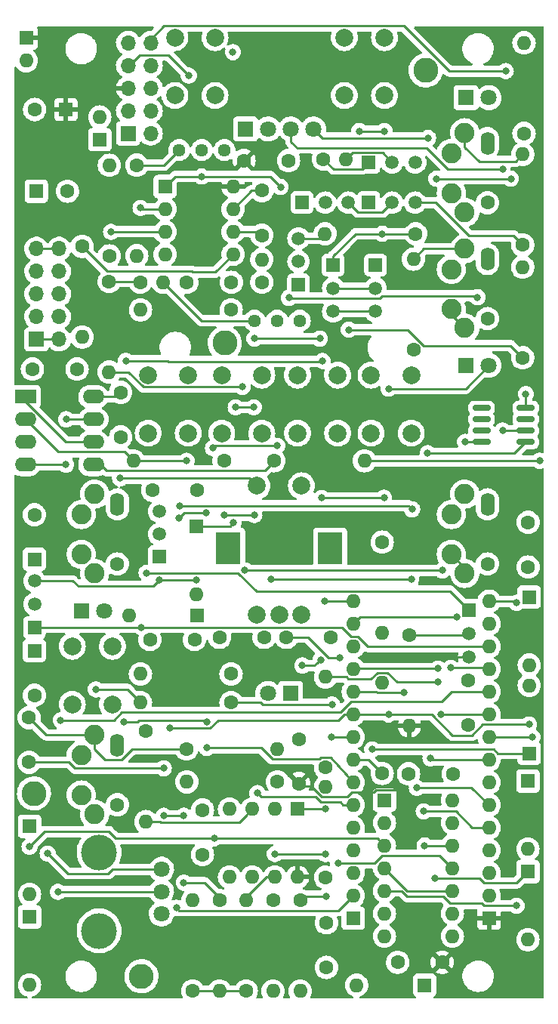
<source format=gbr>
%TF.GenerationSoftware,KiCad,Pcbnew,(6.0.1)*%
%TF.CreationDate,2023-01-10T08:50:24-08:00*%
%TF.ProjectId,Spankulator,5370616e-6b75-46c6-9174-6f722e6b6963,5.1*%
%TF.SameCoordinates,Original*%
%TF.FileFunction,Copper,L1,Top*%
%TF.FilePolarity,Positive*%
%FSLAX46Y46*%
G04 Gerber Fmt 4.6, Leading zero omitted, Abs format (unit mm)*
G04 Created by KiCad (PCBNEW (6.0.1)) date 2023-01-10 08:50:24*
%MOMM*%
%LPD*%
G01*
G04 APERTURE LIST*
G04 Aperture macros list*
%AMRoundRect*
0 Rectangle with rounded corners*
0 $1 Rounding radius*
0 $2 $3 $4 $5 $6 $7 $8 $9 X,Y pos of 4 corners*
0 Add a 4 corners polygon primitive as box body*
4,1,4,$2,$3,$4,$5,$6,$7,$8,$9,$2,$3,0*
0 Add four circle primitives for the rounded corners*
1,1,$1+$1,$2,$3*
1,1,$1+$1,$4,$5*
1,1,$1+$1,$6,$7*
1,1,$1+$1,$8,$9*
0 Add four rect primitives between the rounded corners*
20,1,$1+$1,$2,$3,$4,$5,0*
20,1,$1+$1,$4,$5,$6,$7,0*
20,1,$1+$1,$6,$7,$8,$9,0*
20,1,$1+$1,$8,$9,$2,$3,0*%
G04 Aperture macros list end*
%TA.AperFunction,ComponentPad*%
%ADD10R,1.600000X1.600000*%
%TD*%
%TA.AperFunction,ComponentPad*%
%ADD11C,1.600000*%
%TD*%
%TA.AperFunction,ComponentPad*%
%ADD12R,1.800000X1.800000*%
%TD*%
%TA.AperFunction,ComponentPad*%
%ADD13C,1.800000*%
%TD*%
%TA.AperFunction,ComponentPad*%
%ADD14C,2.250000*%
%TD*%
%TA.AperFunction,ComponentPad*%
%ADD15O,1.600000X2.600000*%
%TD*%
%TA.AperFunction,ComponentPad*%
%ADD16O,1.600000X1.600000*%
%TD*%
%TA.AperFunction,ComponentPad*%
%ADD17C,2.000000*%
%TD*%
%TA.AperFunction,ComponentPad*%
%ADD18R,2.800000X3.600000*%
%TD*%
%TA.AperFunction,ComponentPad*%
%ADD19C,2.800000*%
%TD*%
%TA.AperFunction,WasherPad*%
%ADD20C,4.000000*%
%TD*%
%TA.AperFunction,ComponentPad*%
%ADD21R,1.500000X1.500000*%
%TD*%
%TA.AperFunction,ComponentPad*%
%ADD22C,1.500000*%
%TD*%
%TA.AperFunction,ComponentPad*%
%ADD23R,2.400000X1.600000*%
%TD*%
%TA.AperFunction,ComponentPad*%
%ADD24O,2.400000X1.600000*%
%TD*%
%TA.AperFunction,SMDPad,CuDef*%
%ADD25RoundRect,0.150000X-0.825000X-0.150000X0.825000X-0.150000X0.825000X0.150000X-0.825000X0.150000X0*%
%TD*%
%TA.AperFunction,ComponentPad*%
%ADD26R,1.700000X1.700000*%
%TD*%
%TA.AperFunction,ComponentPad*%
%ADD27O,1.700000X1.700000*%
%TD*%
%TA.AperFunction,ComponentPad*%
%ADD28C,1.440000*%
%TD*%
%TA.AperFunction,ViaPad*%
%ADD29C,0.800000*%
%TD*%
%TA.AperFunction,Conductor*%
%ADD30C,0.250000*%
%TD*%
G04 APERTURE END LIST*
D10*
X61280000Y-49320000D03*
D11*
X57780000Y-49320000D03*
D10*
X57960000Y-58480000D03*
D11*
X61460000Y-58480000D03*
D12*
X106160000Y-48000000D03*
D13*
X108700000Y-48000000D03*
D12*
X63000000Y-105500000D03*
D13*
X65540000Y-105500000D03*
D14*
X64500000Y-101330000D03*
X64500000Y-92430000D03*
X63000000Y-99180000D03*
X63000000Y-94730000D03*
D15*
X67050000Y-93590000D03*
D11*
X67050000Y-100270000D03*
D14*
X106000000Y-60830000D03*
X106000000Y-51930000D03*
X104500000Y-58680000D03*
X104500000Y-54230000D03*
D15*
X108550000Y-53090000D03*
D11*
X108550000Y-59770000D03*
D14*
X106000000Y-73830000D03*
X106000000Y-64930000D03*
X104500000Y-71680000D03*
X104500000Y-67230000D03*
D15*
X108550000Y-66090000D03*
D11*
X108550000Y-72770000D03*
D14*
X106000000Y-101330000D03*
X106000000Y-92430000D03*
X104500000Y-99180000D03*
X104500000Y-94730000D03*
D15*
X108550000Y-93590000D03*
D11*
X108550000Y-100270000D03*
D14*
X64500000Y-128330000D03*
X64500000Y-119430000D03*
X63000000Y-126180000D03*
X63000000Y-121730000D03*
D15*
X67050000Y-120590000D03*
D11*
X67050000Y-127270000D03*
X79800000Y-112600000D03*
D16*
X69640000Y-112600000D03*
X96750000Y-113590000D03*
D11*
X96750000Y-123750000D03*
X79800000Y-115800000D03*
D16*
X69640000Y-115800000D03*
D11*
X69230000Y-55560000D03*
D16*
X69230000Y-65720000D03*
D11*
X100250000Y-76250000D03*
D16*
X100250000Y-66090000D03*
D17*
X82700000Y-91500000D03*
X87700000Y-91500000D03*
D18*
X90900000Y-98500000D03*
X79500000Y-98500000D03*
D17*
X82700000Y-106000000D03*
X87700000Y-106000000D03*
X85200000Y-106000000D03*
X62000000Y-116000000D03*
X62000000Y-109500000D03*
X66500000Y-109500000D03*
X66500000Y-116000000D03*
X87250000Y-85600000D03*
X87250000Y-79100000D03*
X91750000Y-85600000D03*
X91750000Y-79100000D03*
X70500000Y-79100000D03*
X70500000Y-85600000D03*
X75000000Y-85600000D03*
X75000000Y-79100000D03*
X78750000Y-79100000D03*
X78750000Y-85600000D03*
X83250000Y-85600000D03*
X83250000Y-79100000D03*
X95500000Y-85600000D03*
X95500000Y-79100000D03*
X100000000Y-79100000D03*
X100000000Y-85600000D03*
D19*
X69750000Y-146500000D03*
D10*
X97000000Y-126750000D03*
D16*
X97000000Y-129290000D03*
X97000000Y-131830000D03*
X97000000Y-134370000D03*
X97000000Y-136910000D03*
X97000000Y-139450000D03*
X97000000Y-141990000D03*
X104620000Y-141990000D03*
X104620000Y-139450000D03*
X104620000Y-136910000D03*
X104620000Y-134370000D03*
X104620000Y-131830000D03*
X104620000Y-129290000D03*
X104620000Y-126750000D03*
D17*
X92500000Y-41250000D03*
X92500000Y-47750000D03*
X97000000Y-47750000D03*
X97000000Y-41250000D03*
D11*
X70700000Y-108750000D03*
X75700000Y-108750000D03*
X104700000Y-123800000D03*
X99700000Y-123800000D03*
X81250000Y-55050000D03*
X86250000Y-55050000D03*
X74840000Y-68690000D03*
X79840000Y-68690000D03*
D12*
X106160000Y-78000000D03*
D13*
X108700000Y-78000000D03*
D12*
X81440000Y-51500000D03*
D13*
X83980000Y-51500000D03*
X86520000Y-51500000D03*
X89060000Y-51500000D03*
D17*
X73500000Y-41250000D03*
X73500000Y-47750000D03*
X78000000Y-47750000D03*
X78000000Y-41250000D03*
D12*
X86470000Y-114800000D03*
D13*
X83930000Y-114800000D03*
D11*
X84500000Y-138000000D03*
D16*
X84500000Y-148160000D03*
D11*
X90400000Y-123100000D03*
D16*
X90400000Y-112940000D03*
D11*
X74800000Y-121000000D03*
D16*
X84960000Y-121000000D03*
D11*
X85000000Y-124700000D03*
D16*
X74840000Y-124700000D03*
D11*
X90400000Y-135400000D03*
D16*
X90400000Y-125240000D03*
D11*
X81500000Y-148150000D03*
D16*
X81500000Y-137990000D03*
D11*
X78500000Y-138000000D03*
D16*
X78500000Y-148160000D03*
D20*
X65000000Y-132600000D03*
X65000000Y-141400000D03*
D13*
X72000000Y-134500000D03*
X72000000Y-137000000D03*
X72000000Y-139500000D03*
D11*
X87400000Y-124900000D03*
X87400000Y-119900000D03*
X86000000Y-108500000D03*
X91000000Y-108500000D03*
X83500000Y-108500000D03*
X78500000Y-108500000D03*
X57150000Y-117500000D03*
X57150000Y-122500000D03*
X87550000Y-138000000D03*
D16*
X87550000Y-148160000D03*
D11*
X79000000Y-88700000D03*
D16*
X68840000Y-88700000D03*
D10*
X72400000Y-57950000D03*
D16*
X72400000Y-60490000D03*
X72400000Y-63030000D03*
X72400000Y-65570000D03*
X80020000Y-65570000D03*
X80020000Y-63030000D03*
X80020000Y-60490000D03*
X80020000Y-57950000D03*
D10*
X87250000Y-127750000D03*
D16*
X84710000Y-127750000D03*
X82170000Y-127750000D03*
X79630000Y-127750000D03*
X79630000Y-135370000D03*
X82170000Y-135370000D03*
X84710000Y-135370000D03*
X87250000Y-135370000D03*
D11*
X112500000Y-64500000D03*
D16*
X112500000Y-54340000D03*
D11*
X76600000Y-132850000D03*
X76600000Y-127850000D03*
D10*
X113230000Y-121500000D03*
D16*
X113230000Y-113880000D03*
D10*
X101500000Y-147500000D03*
D16*
X93880000Y-147500000D03*
D21*
X87360000Y-68960000D03*
D22*
X87360000Y-66360000D03*
X87360000Y-63760000D03*
D21*
X87750000Y-59750000D03*
D22*
X90350000Y-59750000D03*
X92950000Y-59750000D03*
D11*
X79810000Y-71776000D03*
D16*
X69650000Y-71776000D03*
D11*
X69610000Y-68670000D03*
D16*
X72150000Y-68670000D03*
D11*
X83250000Y-68670000D03*
D16*
X83250000Y-66130000D03*
D11*
X100500000Y-63250000D03*
D16*
X90340000Y-63250000D03*
D11*
X57530000Y-78420000D03*
X62530000Y-78420000D03*
D23*
X56750000Y-81510000D03*
D24*
X56750000Y-84050000D03*
X56750000Y-86590000D03*
X56750000Y-89130000D03*
X64370000Y-89130000D03*
X64370000Y-86590000D03*
X64370000Y-84050000D03*
X64370000Y-81510000D03*
D10*
X113086000Y-124608000D03*
D16*
X113086000Y-132228000D03*
D10*
X113086000Y-134768000D03*
D16*
X113086000Y-142388000D03*
D10*
X75930000Y-96040000D03*
D16*
X75930000Y-103660000D03*
D10*
X75970000Y-106040000D03*
D16*
X68350000Y-106040000D03*
D10*
X113230000Y-103980000D03*
D16*
X113230000Y-111600000D03*
D11*
X84600000Y-88700000D03*
D16*
X94760000Y-88700000D03*
D21*
X57750000Y-107374999D03*
D22*
X57750000Y-104774999D03*
X57750000Y-102174999D03*
D10*
X57750000Y-110000000D03*
D11*
X57750000Y-115000000D03*
D10*
X57750000Y-99750000D03*
D11*
X57750000Y-94750000D03*
X90500000Y-140500000D03*
X90500000Y-145500000D03*
X75500000Y-148160000D03*
D16*
X75500000Y-138000000D03*
D21*
X96000000Y-66750000D03*
D22*
X96000000Y-69350000D03*
X96000000Y-71950000D03*
D21*
X95250000Y-59750000D03*
D22*
X97850000Y-59750000D03*
X100450000Y-59750000D03*
D11*
X90155000Y-54870000D03*
D16*
X92695000Y-54870000D03*
D21*
X91250000Y-66750000D03*
D22*
X91250000Y-69350000D03*
X91250000Y-71950000D03*
D21*
X95250000Y-55250000D03*
D22*
X97850000Y-55250000D03*
X100450000Y-55250000D03*
D11*
X112650000Y-52000000D03*
D16*
X112650000Y-41840000D03*
D11*
X70250000Y-119000000D03*
D16*
X70250000Y-129160000D03*
D11*
X66120000Y-68600000D03*
D16*
X66120000Y-78760000D03*
X66150000Y-55570000D03*
D11*
X66150000Y-65730000D03*
X63100000Y-64664000D03*
D16*
X63100000Y-74824000D03*
D10*
X57206000Y-139848000D03*
D16*
X57206000Y-147468000D03*
D11*
X103484800Y-144928000D03*
X98484800Y-144928000D03*
D10*
X57206000Y-129688000D03*
D16*
X57206000Y-137308000D03*
D21*
X71750000Y-99462000D03*
D22*
X71750000Y-96922000D03*
X71750000Y-94382000D03*
D11*
X113110000Y-100610000D03*
X113110000Y-95610000D03*
X71000000Y-92000000D03*
X76000000Y-92000000D03*
X67424000Y-81031200D03*
X67424000Y-86031200D03*
X83250000Y-58420000D03*
X83250000Y-63420000D03*
D10*
X65080000Y-52704315D03*
D16*
X65080000Y-50164315D03*
D11*
X106350000Y-113350000D03*
X106350000Y-118350000D03*
D21*
X106500000Y-105475000D03*
D22*
X106500000Y-108075000D03*
X106500000Y-110675000D03*
D11*
X99800000Y-108270000D03*
D16*
X99800000Y-118430000D03*
D11*
X112500000Y-77150000D03*
D16*
X112500000Y-66990000D03*
D10*
X56830000Y-41300000D03*
D16*
X56830000Y-43840000D03*
D25*
X107885000Y-82775000D03*
X107885000Y-84045000D03*
X107885000Y-85315000D03*
X107885000Y-86585000D03*
X112835000Y-86585000D03*
X112835000Y-85315000D03*
X112835000Y-84045000D03*
X112835000Y-82775000D03*
D11*
X96750000Y-97820000D03*
D16*
X96750000Y-107980000D03*
D19*
X101620000Y-44930000D03*
D26*
X57980000Y-75090000D03*
D27*
X60520000Y-75090000D03*
X57980000Y-72550000D03*
X60520000Y-72550000D03*
X57980000Y-70010000D03*
X60520000Y-70010000D03*
X57980000Y-67470000D03*
X60520000Y-67470000D03*
X57980000Y-64930000D03*
X60520000Y-64930000D03*
D28*
X73975000Y-53875000D03*
X76515000Y-53875000D03*
X79055000Y-53875000D03*
X87500000Y-73000000D03*
X84960000Y-73000000D03*
X82420000Y-73000000D03*
D19*
X57700000Y-126000000D03*
D26*
X68250000Y-52000000D03*
D27*
X70790000Y-52000000D03*
X68250000Y-49460000D03*
X70790000Y-49460000D03*
X68250000Y-46920000D03*
X70790000Y-46920000D03*
X68250000Y-44380000D03*
X70790000Y-44380000D03*
X68250000Y-41840000D03*
X70790000Y-41840000D03*
D19*
X79100000Y-75500000D03*
D10*
X93500000Y-140000000D03*
D16*
X93500000Y-137460000D03*
X93500000Y-134920000D03*
X93500000Y-132380000D03*
X93500000Y-129840000D03*
X93500000Y-127300000D03*
X93500000Y-124760000D03*
X93500000Y-122220000D03*
X93500000Y-119680000D03*
X93500000Y-117140000D03*
X93500000Y-114600000D03*
X93500000Y-112060000D03*
X93500000Y-109520000D03*
X93500000Y-106980000D03*
X93500000Y-104440000D03*
D10*
X108740000Y-140000000D03*
D16*
X108740000Y-137460000D03*
X108740000Y-134920000D03*
X108740000Y-132380000D03*
X108740000Y-129840000D03*
X108740000Y-127300000D03*
X108740000Y-124760000D03*
X108740000Y-122220000D03*
X108740000Y-119680000D03*
X108740000Y-117140000D03*
X108740000Y-114600000D03*
X108740000Y-112060000D03*
X108740000Y-109520000D03*
X108740000Y-106980000D03*
X108740000Y-104440000D03*
D29*
X80010000Y-42890000D03*
X112850000Y-81220000D03*
X67366000Y-90673600D03*
X106050000Y-86580000D03*
X82352000Y-82698000D03*
X75930000Y-102080000D03*
X80066000Y-95652000D03*
X89750000Y-75000000D03*
X71750000Y-102080000D03*
X96750000Y-63250000D03*
X61297010Y-89130000D03*
X61300000Y-84050000D03*
X82426000Y-75000000D03*
X80320000Y-82698000D03*
X59430000Y-90260000D03*
X59660000Y-83380000D03*
X99125000Y-126450000D03*
X99800000Y-110800000D03*
X64640001Y-114330001D03*
X95624999Y-121052000D03*
X69652000Y-60346000D03*
X76500000Y-56820000D03*
X85350000Y-58010000D03*
X86284999Y-70433801D03*
X107424999Y-70375801D03*
X82750000Y-125950000D03*
X92000000Y-110800000D03*
X90400000Y-127700000D03*
X90390000Y-132790000D03*
X84710000Y-132790000D03*
X101500000Y-131830000D03*
X74500000Y-128500000D03*
X72250000Y-128500000D03*
X72250000Y-123180001D03*
X74500000Y-136000000D03*
X82402000Y-94787600D03*
X79000000Y-94787600D03*
X69765401Y-107374999D03*
X59238000Y-132736000D03*
X90050000Y-77500000D03*
X67995001Y-77500000D03*
X74804999Y-88700000D03*
X103000000Y-113500000D03*
X103374999Y-117140000D03*
X102672000Y-135530000D03*
X91792999Y-133794999D03*
X90500000Y-137500000D03*
X84960000Y-87016000D03*
X77774998Y-87270000D03*
X97454999Y-80605001D03*
X66350000Y-63030000D03*
X57206000Y-131974000D03*
X77900000Y-131030001D03*
X100100001Y-94149999D03*
X74000000Y-93750000D03*
X101400000Y-128000000D03*
X100640000Y-125370000D03*
X84250000Y-102000000D03*
X100000000Y-102000000D03*
X89972000Y-92858000D03*
X96950000Y-92850000D03*
X93000000Y-74000000D03*
X81068999Y-80425001D03*
X103500000Y-101000000D03*
X104450000Y-111908000D03*
X81350000Y-101000000D03*
X113600000Y-119670000D03*
X114400000Y-88700000D03*
X75061411Y-45500000D03*
X72925000Y-118625000D03*
X113204999Y-118265001D03*
X97460000Y-117140000D03*
X110596800Y-45004400D03*
X111808999Y-138585001D03*
X111824999Y-104625001D03*
X102164000Y-122068000D03*
X101890001Y-52509999D03*
X101850000Y-87850000D03*
X110250000Y-85310000D03*
X110250000Y-56000000D03*
X97000000Y-51750000D03*
X94174000Y-51750000D03*
X73674999Y-138825001D03*
X77045001Y-94500000D03*
X73919200Y-95093200D03*
X67738095Y-117961905D03*
X77091667Y-117958333D03*
X77080000Y-120890000D03*
X91100000Y-119700000D03*
X91124999Y-116025001D03*
X99200000Y-114715001D03*
X102820000Y-57070000D03*
X103000000Y-112000000D03*
X111180000Y-57070000D03*
X105144999Y-106180001D03*
X87800000Y-111650000D03*
X89850000Y-111000000D03*
X90300000Y-104400000D03*
X60394345Y-137025655D03*
X60700000Y-117800000D03*
X70325000Y-101275000D03*
D30*
X112850000Y-82760000D02*
X112835000Y-82775000D01*
X112850000Y-81220000D02*
X112850000Y-82760000D01*
X82700000Y-91500000D02*
X81873600Y-90673600D01*
X81873600Y-90673600D02*
X67366000Y-90673600D01*
X106000000Y-100680000D02*
X106000000Y-101330000D01*
X104500000Y-72330000D02*
X104500000Y-71680000D01*
X106000000Y-73830000D02*
X104500000Y-72330000D01*
X104500000Y-99180000D02*
X106000000Y-100680000D01*
X107885000Y-86585000D02*
X107880000Y-86580000D01*
X107880000Y-86580000D02*
X106050000Y-86580000D01*
X93750000Y-63250000D02*
X99368630Y-63250000D01*
X94505489Y-55994511D02*
X91279511Y-55994511D01*
X79678000Y-96040000D02*
X80066000Y-95652000D01*
X62665003Y-102780001D02*
X71049999Y-102780001D01*
X62060001Y-102174999D02*
X62665003Y-102780001D01*
X82426000Y-75000000D02*
X89750000Y-75000000D01*
X95250000Y-55250000D02*
X94505489Y-55994511D01*
X99368630Y-63250000D02*
X100500000Y-63250000D01*
X61300000Y-84050000D02*
X64370000Y-84050000D01*
X91250000Y-66750000D02*
X91250000Y-65750000D01*
X57750000Y-102174999D02*
X62060001Y-102174999D01*
X91250000Y-65750000D02*
X93750000Y-63250000D01*
X71750000Y-102080000D02*
X75930000Y-102080000D01*
X56750000Y-89130000D02*
X61297010Y-89130000D01*
X91279511Y-55994511D02*
X90155000Y-54870000D01*
X80320000Y-82698000D02*
X82352000Y-82698000D01*
X75930000Y-96040000D02*
X79678000Y-96040000D01*
X71049999Y-102780001D02*
X71750000Y-102080000D01*
X92860489Y-126364511D02*
X93340489Y-125884511D01*
X99925000Y-110675000D02*
X99800000Y-110800000D01*
X98300489Y-125625489D02*
X99125000Y-126450000D01*
X87400000Y-125200000D02*
X88769700Y-125200000D01*
X96024511Y-125625489D02*
X98300489Y-125625489D01*
X93340489Y-125884511D02*
X95765489Y-125884511D01*
X88769700Y-125200000D02*
X89934211Y-126364511D01*
X106500000Y-110675000D02*
X99925000Y-110675000D01*
X89934211Y-126364511D02*
X92860489Y-126364511D01*
X95765489Y-125884511D02*
X96024511Y-125625489D01*
X68170001Y-114330001D02*
X69640000Y-115800000D01*
X64640001Y-114330001D02*
X68170001Y-114330001D01*
X109685002Y-121500000D02*
X109276000Y-121052000D01*
X113230000Y-121500000D02*
X109685002Y-121500000D01*
X109276000Y-121052000D02*
X95624999Y-121052000D01*
X69540000Y-68600000D02*
X69610000Y-68670000D01*
X69796000Y-60490000D02*
X69652000Y-60346000D01*
X72400000Y-60490000D02*
X69796000Y-60490000D01*
X66120000Y-68600000D02*
X69540000Y-68600000D01*
X101410000Y-64930000D02*
X106000000Y-64930000D01*
X100250000Y-66090000D02*
X101410000Y-64930000D01*
X107424999Y-70375801D02*
X107279197Y-70229999D01*
X96711003Y-70229999D02*
X96485802Y-70455200D01*
X107279197Y-70229999D02*
X96711003Y-70229999D01*
X85350000Y-58010000D02*
X84165489Y-56825489D01*
X84165489Y-56825489D02*
X76524511Y-56825489D01*
X96485802Y-70455200D02*
X86314400Y-70455200D01*
X73524511Y-56825489D02*
X72400000Y-57950000D01*
X76524511Y-56825489D02*
X73524511Y-56825489D01*
X106000000Y-53520990D02*
X107619009Y-55139999D01*
X111700001Y-55139999D02*
X112500000Y-54340000D01*
X106000000Y-51930000D02*
X106000000Y-53520990D01*
X107619009Y-55139999D02*
X111700001Y-55139999D01*
X89280943Y-126349999D02*
X89905943Y-126974999D01*
X92043629Y-126974999D02*
X92368630Y-127300000D01*
X89905943Y-126974999D02*
X92043629Y-126974999D01*
X83149999Y-126349999D02*
X89280943Y-126349999D01*
X82750000Y-125950000D02*
X83149999Y-126349999D01*
X92368630Y-127300000D02*
X93500000Y-127300000D01*
X86000000Y-108500000D02*
X88423002Y-108500000D01*
X90723002Y-110800000D02*
X91434315Y-110800000D01*
X88423002Y-108500000D02*
X90723002Y-110800000D01*
X91434315Y-110800000D02*
X92000000Y-110800000D01*
X87250000Y-127700000D02*
X90400000Y-127700000D01*
X84710000Y-132790000D02*
X90390000Y-132790000D01*
X78510000Y-148150000D02*
X78500000Y-148160000D01*
X81500000Y-148150000D02*
X78510000Y-148150000D01*
X75500000Y-148160000D02*
X78500000Y-148160000D01*
X101500000Y-131830000D02*
X104620000Y-131830000D01*
X72370000Y-121000000D02*
X68731004Y-121000000D01*
X68731004Y-121000000D02*
X67515994Y-122215010D01*
X65694020Y-122215010D02*
X64500000Y-121020990D01*
X64500000Y-121020990D02*
X64500000Y-119430000D01*
X67515994Y-122215010D02*
X65694020Y-122215010D01*
X74800000Y-121000000D02*
X72370000Y-121000000D01*
X64500000Y-119430000D02*
X59080000Y-119430000D01*
X59080000Y-119430000D02*
X57150000Y-117500000D01*
X72250000Y-128500000D02*
X73189949Y-128500000D01*
X78500000Y-137700000D02*
X76800000Y-136000000D01*
X61623998Y-122500000D02*
X62303999Y-123180001D01*
X73189949Y-128500000D02*
X74500000Y-128500000D01*
X76800000Y-136000000D02*
X74500000Y-136000000D01*
X57150000Y-122500000D02*
X61623998Y-122500000D01*
X62303999Y-123180001D02*
X72250000Y-123180001D01*
X81500000Y-137640000D02*
X83820000Y-135320000D01*
X79000000Y-94787600D02*
X82402000Y-94787600D01*
X83820000Y-135320000D02*
X84710000Y-135320000D01*
X69765401Y-107374999D02*
X77959999Y-107374999D01*
X108740000Y-109520000D02*
X95165002Y-109520000D01*
X58370000Y-107374999D02*
X69765401Y-107374999D01*
X77959999Y-107374999D02*
X92229997Y-107374999D01*
X94040001Y-108394999D02*
X95165002Y-109520000D01*
X61502000Y-135000000D02*
X66041002Y-135000000D01*
X92229997Y-107374999D02*
X93249997Y-108394999D01*
X66541002Y-134500000D02*
X66041002Y-135000000D01*
X59238000Y-132736000D02*
X61502000Y-135000000D01*
X93249997Y-108394999D02*
X94040001Y-108394999D01*
X72000000Y-134500000D02*
X66541002Y-134500000D01*
X72793999Y-77575001D02*
X89974999Y-77575001D01*
X89974999Y-77575001D02*
X90050000Y-77500000D01*
X72718998Y-77500000D02*
X72793999Y-77575001D01*
X67995001Y-77500000D02*
X72718998Y-77500000D01*
X76480000Y-73000000D02*
X82420000Y-73000000D01*
X72150000Y-68670000D02*
X76480000Y-73000000D01*
X64370000Y-81510000D02*
X66945200Y-81510000D01*
X66945200Y-81510000D02*
X67424000Y-81031200D01*
X56750000Y-81510000D02*
X56750000Y-82059689D01*
X61280311Y-86590000D02*
X64370000Y-86590000D01*
X56750000Y-82059689D02*
X61280311Y-86590000D01*
X56750000Y-84050000D02*
X60414520Y-87714520D01*
X68840000Y-88700000D02*
X74775200Y-88700000D01*
X60414520Y-87714520D02*
X67854520Y-87714520D01*
X67854520Y-87714520D02*
X68840000Y-88700000D01*
X65865001Y-89825001D02*
X83568999Y-89825001D01*
X83568999Y-89825001D02*
X84600000Y-88794000D01*
X65170000Y-89130000D02*
X65865001Y-89825001D01*
X100150000Y-113500000D02*
X103000000Y-113500000D01*
X95489997Y-113185001D02*
X96209999Y-112464999D01*
X96209999Y-112464999D02*
X97364999Y-112464999D01*
X111808999Y-136045001D02*
X113086000Y-134768000D01*
X97364999Y-112464999D02*
X98400000Y-113500000D01*
X92959999Y-113185001D02*
X95489997Y-113185001D01*
X108740000Y-117140000D02*
X103374999Y-117140000D01*
X92714998Y-112940000D02*
X92959999Y-113185001D01*
X102672000Y-135530000D02*
X107684998Y-135530000D01*
X98400000Y-113500000D02*
X100150000Y-113500000D01*
X107684998Y-135530000D02*
X108199999Y-136045001D01*
X90400000Y-112940000D02*
X92714998Y-112940000D01*
X108199999Y-136045001D02*
X111808999Y-136045001D01*
X87650000Y-137500000D02*
X87550000Y-137600000D01*
X95909999Y-133794999D02*
X91792999Y-133794999D01*
X96749997Y-132955001D02*
X95909999Y-133794999D01*
X104620000Y-134370000D02*
X103205001Y-132955001D01*
X90500000Y-137500000D02*
X87650000Y-137500000D01*
X103205001Y-132955001D02*
X96749997Y-132955001D01*
X84960000Y-87016000D02*
X78028998Y-87016000D01*
X82090000Y-58420000D02*
X82850000Y-58420000D01*
X80020000Y-60490000D02*
X82090000Y-58420000D01*
X78028998Y-87016000D02*
X77774998Y-87270000D01*
X89830000Y-63760000D02*
X90340000Y-63250000D01*
X91250000Y-69350000D02*
X96000000Y-69350000D01*
X87360000Y-63760000D02*
X89830000Y-63760000D01*
X97100001Y-60499999D02*
X97850000Y-59750000D01*
X92950000Y-59750000D02*
X94025001Y-60825001D01*
X93389511Y-54175489D02*
X96775489Y-54175489D01*
X96774999Y-60825001D02*
X97100001Y-60499999D01*
X96775489Y-54175489D02*
X97850000Y-55250000D01*
X92695000Y-54870000D02*
X93389511Y-54175489D01*
X94025001Y-60825001D02*
X96774999Y-60825001D01*
X91250000Y-71950000D02*
X96000000Y-71950000D01*
X106503997Y-63479999D02*
X111479999Y-63479999D01*
X100450000Y-59750000D02*
X102773998Y-59750000D01*
X102773998Y-59750000D02*
X106503997Y-63479999D01*
X111700001Y-63700001D02*
X112500000Y-64500000D01*
X111479999Y-63479999D02*
X111700001Y-63700001D01*
X71901999Y-129225001D02*
X80694999Y-129225001D01*
X81370001Y-128549999D02*
X82170000Y-127750000D01*
X71836998Y-129160000D02*
X71901999Y-129225001D01*
X80694999Y-129225001D02*
X81370001Y-128549999D01*
X70250000Y-129160000D02*
X71836998Y-129160000D01*
X106094999Y-80605001D02*
X104704999Y-80605001D01*
X108700000Y-78000000D02*
X106094999Y-80605001D01*
X97454999Y-80605001D02*
X104704999Y-80605001D01*
X72400000Y-63030000D02*
X66350000Y-63030000D01*
X69630000Y-55560000D02*
X72290000Y-55560000D01*
X72290000Y-55560000D02*
X73975000Y-53875000D01*
X75498399Y-67545001D02*
X78044999Y-67545001D01*
X78044999Y-67545001D02*
X80020000Y-65570000D01*
X63100000Y-64664000D02*
X65910999Y-67474999D01*
X75428397Y-67474999D02*
X75498399Y-67545001D01*
X65910999Y-67474999D02*
X75428397Y-67474999D01*
X77900000Y-131030001D02*
X96200001Y-131030001D01*
X58905001Y-130274999D02*
X57206000Y-131974000D01*
X66116001Y-130274999D02*
X58905001Y-130274999D01*
X77900000Y-131030001D02*
X66871003Y-131030001D01*
X96200001Y-131030001D02*
X97000000Y-131830000D01*
X66871003Y-131030001D02*
X66116001Y-130274999D01*
X80020000Y-63030000D02*
X82480000Y-63030000D01*
X82480000Y-63030000D02*
X82840000Y-63390000D01*
X101400000Y-128000000D02*
X104995002Y-128000000D01*
X74000000Y-93750000D02*
X99700002Y-93750000D01*
X106835002Y-129840000D02*
X108740000Y-129840000D01*
X104995002Y-128000000D02*
X106835002Y-129840000D01*
X99700002Y-93750000D02*
X100100001Y-94149999D01*
X100640000Y-125370000D02*
X106736000Y-125370000D01*
X106736000Y-125370000D02*
X108740000Y-127300000D01*
X100000000Y-102000000D02*
X84250000Y-102000000D01*
X89972000Y-92858000D02*
X96950000Y-92850000D01*
X112500000Y-77150000D02*
X111134211Y-75784211D01*
X101374511Y-75784211D02*
X99590300Y-74000000D01*
X99590300Y-74000000D02*
X93000000Y-74000000D01*
X111134211Y-75784211D02*
X101374511Y-75784211D01*
X57980000Y-75090000D02*
X60520000Y-75090000D01*
X57980000Y-64930000D02*
X60520000Y-64930000D01*
X81350000Y-101000000D02*
X103500000Y-101000000D01*
X66120000Y-78760000D02*
X68286857Y-78760000D01*
X69951858Y-80425001D02*
X81068999Y-80425001D01*
X104450000Y-111908000D02*
X108588000Y-111908000D01*
X68286857Y-78760000D02*
X69951858Y-80425001D01*
X108588000Y-111908000D02*
X108740000Y-112060000D01*
X94760000Y-88700000D02*
X114400000Y-88700000D01*
X108740000Y-119680000D02*
X113590000Y-119680000D01*
X113590000Y-119680000D02*
X113600000Y-119670000D01*
X93500000Y-117140000D02*
X92471408Y-117140000D01*
X106815789Y-119474511D02*
X104636508Y-119474511D01*
X72983334Y-118683334D02*
X72925000Y-118625000D01*
X77439668Y-118683334D02*
X72983334Y-118683334D01*
X102301997Y-117140000D02*
X97460000Y-117140000D01*
X69524511Y-43205489D02*
X72766900Y-43205489D01*
X72766900Y-43205489D02*
X75061411Y-45500000D01*
X104636508Y-119474511D02*
X102301997Y-117140000D01*
X68350000Y-44380000D02*
X69524511Y-43205489D01*
X91836409Y-117774999D02*
X78348003Y-117774999D01*
X93500000Y-117140000D02*
X97460000Y-117140000D01*
X113204999Y-118265001D02*
X108025299Y-118265001D01*
X108025299Y-118265001D02*
X106815789Y-119474511D01*
X78348003Y-117774999D02*
X77439668Y-118683334D01*
X92471408Y-117140000D02*
X91836409Y-117774999D01*
X103619997Y-137574999D02*
X104369997Y-138324999D01*
X99168001Y-39924999D02*
X72305001Y-39924999D01*
X97000000Y-136910000D02*
X98903590Y-136910000D01*
X99568589Y-137574999D02*
X103619997Y-137574999D01*
X104369997Y-138324999D02*
X107939997Y-138324999D01*
X104247402Y-45004400D02*
X99168001Y-39924999D01*
X111639998Y-104440000D02*
X111824999Y-104625001D01*
X72305001Y-39924999D02*
X70390000Y-41840000D01*
X108740000Y-104440000D02*
X111639998Y-104440000D01*
X98903590Y-136910000D02*
X99568589Y-137574999D01*
X110596800Y-45004400D02*
X104247402Y-45004400D01*
X107939997Y-138324999D02*
X108199999Y-138585001D01*
X108199999Y-138585001D02*
X111808999Y-138585001D01*
X102316000Y-122220000D02*
X102164000Y-122068000D01*
X90069999Y-52509999D02*
X101890001Y-52509999D01*
X108740000Y-122220000D02*
X102316000Y-122220000D01*
X89060000Y-51500000D02*
X90069999Y-52509999D01*
X101850000Y-87850000D02*
X111570000Y-87850000D01*
X111570000Y-87850000D02*
X112835000Y-86585000D01*
X87216644Y-53624999D02*
X101748997Y-53624999D01*
X104123998Y-56000000D02*
X110250000Y-56000000D01*
X86520000Y-51500000D02*
X86520000Y-52928355D01*
X110255000Y-85315000D02*
X110250000Y-85310000D01*
X112835000Y-85315000D02*
X110255000Y-85315000D01*
X101748997Y-53624999D02*
X104123998Y-56000000D01*
X86520000Y-52928355D02*
X87216644Y-53624999D01*
X94174000Y-51750000D02*
X97000000Y-51750000D01*
X73974509Y-139124511D02*
X73674999Y-138825001D01*
X74512400Y-94500000D02*
X73919200Y-95093200D01*
X93500000Y-137460000D02*
X91835489Y-139124511D01*
X91835489Y-139124511D02*
X73974509Y-139124511D01*
X77045001Y-94500000D02*
X74512400Y-94500000D01*
X89709997Y-122125001D02*
X89859999Y-121974999D01*
X67738095Y-117961905D02*
X69273093Y-117961905D01*
X69273093Y-117961905D02*
X69459999Y-117774999D01*
X77080000Y-120890000D02*
X83184998Y-120890000D01*
X76875001Y-117774999D02*
X77091667Y-117958333D01*
X69459999Y-117774999D02*
X76875001Y-117774999D01*
X90940001Y-121974999D02*
X93500000Y-124760000D01*
X84419999Y-122125001D02*
X89709997Y-122125001D01*
X83184998Y-120890000D02*
X84419999Y-122125001D01*
X89859999Y-121974999D02*
X90940001Y-121974999D01*
X95220000Y-122220000D02*
X96750000Y-123750000D01*
X93500000Y-122220000D02*
X95220000Y-122220000D01*
X83341999Y-116025001D02*
X91124999Y-116025001D01*
X91120000Y-119680000D02*
X91100000Y-119700000D01*
X79800000Y-115800000D02*
X83116998Y-115800000D01*
X93500000Y-119680000D02*
X91120000Y-119680000D01*
X83116998Y-115800000D02*
X83341999Y-116025001D01*
X96209999Y-114715001D02*
X99200000Y-114715001D01*
X96094998Y-114600000D02*
X96209999Y-114715001D01*
X93500000Y-114600000D02*
X96094998Y-114600000D01*
X103000000Y-112000000D02*
X93560000Y-112000000D01*
X102820000Y-57070000D02*
X111180000Y-57070000D01*
X93560000Y-112000000D02*
X93500000Y-112060000D01*
X97000000Y-134370000D02*
X99540000Y-136910000D01*
X93500000Y-106980000D02*
X94299999Y-106180001D01*
X94299999Y-106180001D02*
X105144999Y-106180001D01*
X99540000Y-136910000D02*
X105160000Y-136910000D01*
X89150000Y-111650000D02*
X89850000Y-111000000D01*
X90300000Y-104400000D02*
X93460000Y-104400000D01*
X87800000Y-111650000D02*
X89150000Y-111650000D01*
X103383997Y-115725001D02*
X93249997Y-115725001D01*
X66661002Y-117800000D02*
X60700000Y-117800000D01*
X93249997Y-115725001D02*
X92049997Y-116925001D01*
X60394345Y-137025655D02*
X71974345Y-137025655D01*
X92049997Y-116925001D02*
X67536001Y-116925001D01*
X108740000Y-114600000D02*
X104508998Y-114600000D01*
X104508998Y-114600000D02*
X103383997Y-115725001D01*
X67536001Y-116925001D02*
X66661002Y-117800000D01*
X80600386Y-101275000D02*
X82640875Y-103315489D01*
X104340489Y-103315489D02*
X106500000Y-105475000D01*
X70325000Y-101275000D02*
X80600386Y-101275000D01*
X82640875Y-103315489D02*
X104340489Y-103315489D01*
X99800000Y-108270000D02*
X106305000Y-108270000D01*
X106305000Y-108270000D02*
X106500000Y-108075000D01*
%TA.AperFunction,Conductor*%
G36*
X71090026Y-40028002D02*
G01*
X71136519Y-40081658D01*
X71146623Y-40151932D01*
X71117129Y-40216512D01*
X71111000Y-40223095D01*
X70889555Y-40444540D01*
X70827243Y-40478566D01*
X70798925Y-40481436D01*
X70721235Y-40480487D01*
X70700080Y-40480228D01*
X70700078Y-40480228D01*
X70694911Y-40480165D01*
X70474091Y-40513955D01*
X70261756Y-40583357D01*
X70232396Y-40598641D01*
X70110439Y-40662128D01*
X70063607Y-40686507D01*
X70059474Y-40689610D01*
X70059471Y-40689612D01*
X69959715Y-40764511D01*
X69884965Y-40820635D01*
X69876490Y-40829504D01*
X69798925Y-40910671D01*
X69730629Y-40982138D01*
X69623201Y-41139621D01*
X69568293Y-41184621D01*
X69497768Y-41192792D01*
X69434021Y-41161538D01*
X69413324Y-41137054D01*
X69332822Y-41012617D01*
X69332820Y-41012614D01*
X69330014Y-41008277D01*
X69179670Y-40843051D01*
X69175619Y-40839852D01*
X69175615Y-40839848D01*
X69008414Y-40707800D01*
X69008410Y-40707798D01*
X69004359Y-40704598D01*
X68996304Y-40700151D01*
X68927424Y-40662128D01*
X68808789Y-40596638D01*
X68803920Y-40594914D01*
X68803916Y-40594912D01*
X68603087Y-40523795D01*
X68603083Y-40523794D01*
X68598212Y-40522069D01*
X68593119Y-40521162D01*
X68593116Y-40521161D01*
X68383373Y-40483800D01*
X68383367Y-40483799D01*
X68378284Y-40482894D01*
X68304452Y-40481992D01*
X68160081Y-40480228D01*
X68160079Y-40480228D01*
X68154911Y-40480165D01*
X67934091Y-40513955D01*
X67721756Y-40583357D01*
X67692396Y-40598641D01*
X67570439Y-40662128D01*
X67523607Y-40686507D01*
X67519474Y-40689610D01*
X67519471Y-40689612D01*
X67419715Y-40764511D01*
X67344965Y-40820635D01*
X67336490Y-40829504D01*
X67258925Y-40910671D01*
X67190629Y-40982138D01*
X67187720Y-40986403D01*
X67187714Y-40986411D01*
X67178300Y-41000211D01*
X67064743Y-41166680D01*
X66970688Y-41369305D01*
X66910989Y-41584570D01*
X66887251Y-41806695D01*
X66887548Y-41811848D01*
X66887548Y-41811851D01*
X66895929Y-41957208D01*
X66900110Y-42029715D01*
X66901247Y-42034761D01*
X66901248Y-42034767D01*
X66916572Y-42102763D01*
X66949222Y-42247639D01*
X66991184Y-42350980D01*
X67022482Y-42428057D01*
X67033266Y-42454616D01*
X67061848Y-42501257D01*
X67125750Y-42605536D01*
X67149987Y-42645088D01*
X67296250Y-42813938D01*
X67468126Y-42956632D01*
X67528314Y-42991803D01*
X67541445Y-42999476D01*
X67590169Y-43051114D01*
X67603240Y-43120897D01*
X67576509Y-43186669D01*
X67536055Y-43220027D01*
X67523607Y-43226507D01*
X67519474Y-43229610D01*
X67519471Y-43229612D01*
X67424169Y-43301167D01*
X67344965Y-43360635D01*
X67341393Y-43364373D01*
X67254101Y-43455719D01*
X67190629Y-43522138D01*
X67187715Y-43526410D01*
X67187714Y-43526411D01*
X67125650Y-43617393D01*
X67064743Y-43706680D01*
X67022941Y-43796736D01*
X67003016Y-43839661D01*
X66970688Y-43909305D01*
X66910989Y-44124570D01*
X66887251Y-44346695D01*
X66887548Y-44351848D01*
X66887548Y-44351851D01*
X66895615Y-44491762D01*
X66900110Y-44569715D01*
X66901247Y-44574761D01*
X66901248Y-44574767D01*
X66914573Y-44633891D01*
X66949222Y-44787639D01*
X67033266Y-44994616D01*
X67080663Y-45071961D01*
X67147291Y-45180688D01*
X67149987Y-45185088D01*
X67296250Y-45353938D01*
X67468126Y-45496632D01*
X67492875Y-45511094D01*
X67541955Y-45539774D01*
X67590679Y-45591412D01*
X67603750Y-45661195D01*
X67577019Y-45726967D01*
X67536562Y-45760327D01*
X67528457Y-45764546D01*
X67519738Y-45770036D01*
X67349433Y-45897905D01*
X67341726Y-45904748D01*
X67194590Y-46058717D01*
X67188104Y-46066727D01*
X67068098Y-46242649D01*
X67063000Y-46251623D01*
X66973338Y-46444783D01*
X66969775Y-46454470D01*
X66914389Y-46654183D01*
X66915912Y-46662607D01*
X66928292Y-46666000D01*
X68378000Y-46666000D01*
X68446121Y-46686002D01*
X68492614Y-46739658D01*
X68504000Y-46792000D01*
X68504000Y-47048000D01*
X68483998Y-47116121D01*
X68430342Y-47162614D01*
X68378000Y-47174000D01*
X66933225Y-47174000D01*
X66919694Y-47177973D01*
X66918257Y-47187966D01*
X66948565Y-47322446D01*
X66951645Y-47332275D01*
X67031770Y-47529603D01*
X67036413Y-47538794D01*
X67147694Y-47720388D01*
X67153777Y-47728699D01*
X67293213Y-47889667D01*
X67300580Y-47896883D01*
X67464434Y-48032916D01*
X67472881Y-48038831D01*
X67541969Y-48079203D01*
X67590693Y-48130842D01*
X67603764Y-48200625D01*
X67577033Y-48266396D01*
X67536584Y-48299752D01*
X67523607Y-48306507D01*
X67519474Y-48309610D01*
X67519471Y-48309612D01*
X67349100Y-48437530D01*
X67344965Y-48440635D01*
X67190629Y-48602138D01*
X67187720Y-48606403D01*
X67187714Y-48606411D01*
X67145539Y-48668238D01*
X67064743Y-48786680D01*
X67025931Y-48870293D01*
X66976512Y-48976759D01*
X66970688Y-48989305D01*
X66910989Y-49204570D01*
X66910440Y-49209707D01*
X66909456Y-49218913D01*
X66887251Y-49426695D01*
X66887548Y-49431848D01*
X66887548Y-49431851D01*
X66896789Y-49592115D01*
X66900110Y-49649715D01*
X66901247Y-49654761D01*
X66901248Y-49654767D01*
X66913716Y-49710090D01*
X66949222Y-49867639D01*
X67033266Y-50074616D01*
X67070446Y-50135288D01*
X67147291Y-50260688D01*
X67149987Y-50265088D01*
X67296250Y-50433938D01*
X67300230Y-50437242D01*
X67304981Y-50441187D01*
X67344616Y-50500090D01*
X67346113Y-50571071D01*
X67308997Y-50631593D01*
X67268725Y-50656112D01*
X67187660Y-50686502D01*
X67153295Y-50699385D01*
X67036739Y-50786739D01*
X66949385Y-50903295D01*
X66898255Y-51039684D01*
X66891500Y-51101866D01*
X66891500Y-52898134D01*
X66898255Y-52960316D01*
X66949385Y-53096705D01*
X67036739Y-53213261D01*
X67153295Y-53300615D01*
X67289684Y-53351745D01*
X67351866Y-53358500D01*
X69148134Y-53358500D01*
X69210316Y-53351745D01*
X69346705Y-53300615D01*
X69463261Y-53213261D01*
X69550615Y-53096705D01*
X69567430Y-53051851D01*
X69594598Y-52979382D01*
X69637240Y-52922618D01*
X69703802Y-52897918D01*
X69773150Y-52913126D01*
X69807817Y-52941114D01*
X69836250Y-52973938D01*
X70008126Y-53116632D01*
X70201000Y-53229338D01*
X70205825Y-53231180D01*
X70205826Y-53231181D01*
X70235177Y-53242389D01*
X70409692Y-53309030D01*
X70414760Y-53310061D01*
X70414763Y-53310062D01*
X70522017Y-53331883D01*
X70628597Y-53353567D01*
X70633772Y-53353757D01*
X70633774Y-53353757D01*
X70846673Y-53361564D01*
X70846677Y-53361564D01*
X70851837Y-53361753D01*
X70856957Y-53361097D01*
X70856959Y-53361097D01*
X71068288Y-53334025D01*
X71068289Y-53334025D01*
X71073416Y-53333368D01*
X71078366Y-53331883D01*
X71282429Y-53270661D01*
X71282434Y-53270659D01*
X71287384Y-53269174D01*
X71487994Y-53170896D01*
X71669860Y-53041173D01*
X71701788Y-53009357D01*
X71758884Y-52952460D01*
X71828096Y-52883489D01*
X71831946Y-52878132D01*
X71955435Y-52706277D01*
X71958453Y-52702077D01*
X71972558Y-52673539D01*
X72055136Y-52506453D01*
X72055137Y-52506451D01*
X72057430Y-52501811D01*
X72073738Y-52448134D01*
X80031500Y-52448134D01*
X80038255Y-52510316D01*
X80089385Y-52646705D01*
X80176739Y-52763261D01*
X80293295Y-52850615D01*
X80429684Y-52901745D01*
X80491866Y-52908500D01*
X82388134Y-52908500D01*
X82450316Y-52901745D01*
X82586705Y-52850615D01*
X82703261Y-52763261D01*
X82790615Y-52646705D01*
X82815180Y-52581178D01*
X82857822Y-52524414D01*
X82924383Y-52499714D01*
X82993732Y-52514921D01*
X83013647Y-52528464D01*
X83164725Y-52653891D01*
X83169349Y-52657730D01*
X83369322Y-52774584D01*
X83585694Y-52857209D01*
X83590760Y-52858240D01*
X83590761Y-52858240D01*
X83606529Y-52861448D01*
X83812656Y-52903385D01*
X83942089Y-52908131D01*
X84038949Y-52911683D01*
X84038953Y-52911683D01*
X84044113Y-52911872D01*
X84049233Y-52911216D01*
X84049235Y-52911216D01*
X84124836Y-52901531D01*
X84273847Y-52882442D01*
X84278795Y-52880957D01*
X84278802Y-52880956D01*
X84490747Y-52817369D01*
X84495690Y-52815886D01*
X84500324Y-52813616D01*
X84699049Y-52716262D01*
X84699052Y-52716260D01*
X84703684Y-52713991D01*
X84892243Y-52579494D01*
X85056303Y-52416005D01*
X85059317Y-52411811D01*
X85059326Y-52411800D01*
X85146960Y-52289844D01*
X85202954Y-52246196D01*
X85273658Y-52239750D01*
X85336622Y-52272553D01*
X85356715Y-52297536D01*
X85376800Y-52330313D01*
X85376806Y-52330321D01*
X85379501Y-52334719D01*
X85531147Y-52509784D01*
X85629513Y-52591449D01*
X85702161Y-52651762D01*
X85709349Y-52657730D01*
X85809515Y-52716262D01*
X85824070Y-52724767D01*
X85872794Y-52776405D01*
X85886500Y-52833555D01*
X85886500Y-52849588D01*
X85885973Y-52860771D01*
X85884298Y-52868264D01*
X85884547Y-52876190D01*
X85884547Y-52876191D01*
X85886438Y-52936341D01*
X85886500Y-52940300D01*
X85886500Y-52968211D01*
X85886997Y-52972145D01*
X85886997Y-52972146D01*
X85887005Y-52972211D01*
X85887938Y-52984048D01*
X85889327Y-53028244D01*
X85894978Y-53047694D01*
X85898987Y-53067055D01*
X85901526Y-53087152D01*
X85904445Y-53094523D01*
X85904445Y-53094525D01*
X85917804Y-53128267D01*
X85921649Y-53139497D01*
X85929898Y-53167892D01*
X85933982Y-53181948D01*
X85938015Y-53188767D01*
X85938017Y-53188772D01*
X85944293Y-53199383D01*
X85952988Y-53217131D01*
X85960448Y-53235972D01*
X85965110Y-53242388D01*
X85965110Y-53242389D01*
X85986436Y-53271742D01*
X85992952Y-53281662D01*
X86009147Y-53309045D01*
X86015458Y-53319717D01*
X86029779Y-53334038D01*
X86042619Y-53349071D01*
X86054528Y-53365462D01*
X86060634Y-53370513D01*
X86088605Y-53393653D01*
X86097384Y-53401643D01*
X86226516Y-53530775D01*
X86260542Y-53593087D01*
X86255477Y-53663902D01*
X86212930Y-53720738D01*
X86148403Y-53745391D01*
X86099695Y-53749652D01*
X86027394Y-53755977D01*
X86027389Y-53755978D01*
X86021913Y-53756457D01*
X86016600Y-53757881D01*
X86016598Y-53757881D01*
X85806067Y-53814293D01*
X85806065Y-53814294D01*
X85800757Y-53815716D01*
X85795776Y-53818039D01*
X85795775Y-53818039D01*
X85598238Y-53910151D01*
X85598233Y-53910154D01*
X85593251Y-53912477D01*
X85519757Y-53963938D01*
X85410211Y-54040643D01*
X85410208Y-54040645D01*
X85405700Y-54043802D01*
X85243802Y-54205700D01*
X85240645Y-54210208D01*
X85240643Y-54210211D01*
X85206832Y-54258499D01*
X85112477Y-54393251D01*
X85110154Y-54398233D01*
X85110151Y-54398238D01*
X85032948Y-54563802D01*
X85015716Y-54600757D01*
X85014294Y-54606065D01*
X85014293Y-54606067D01*
X84958281Y-54815104D01*
X84956457Y-54821913D01*
X84936502Y-55050000D01*
X84956457Y-55278087D01*
X84957881Y-55283400D01*
X84957881Y-55283402D01*
X85009135Y-55474681D01*
X85015716Y-55499243D01*
X85018039Y-55504224D01*
X85018039Y-55504225D01*
X85110151Y-55701762D01*
X85110154Y-55701767D01*
X85112477Y-55706749D01*
X85169431Y-55788087D01*
X85238104Y-55886162D01*
X85243802Y-55894300D01*
X85405700Y-56056198D01*
X85410208Y-56059355D01*
X85410211Y-56059357D01*
X85449758Y-56087048D01*
X85593251Y-56187523D01*
X85598233Y-56189846D01*
X85598238Y-56189849D01*
X85795775Y-56281961D01*
X85800757Y-56284284D01*
X85806065Y-56285706D01*
X85806067Y-56285707D01*
X86016598Y-56342119D01*
X86016600Y-56342119D01*
X86021913Y-56343543D01*
X86250000Y-56363498D01*
X86478087Y-56343543D01*
X86483400Y-56342119D01*
X86483402Y-56342119D01*
X86693933Y-56285707D01*
X86693935Y-56285706D01*
X86699243Y-56284284D01*
X86704225Y-56281961D01*
X86901762Y-56189849D01*
X86901767Y-56189846D01*
X86906749Y-56187523D01*
X87050242Y-56087048D01*
X87089789Y-56059357D01*
X87089792Y-56059355D01*
X87094300Y-56056198D01*
X87256198Y-55894300D01*
X87261897Y-55886162D01*
X87330569Y-55788087D01*
X87387523Y-55706749D01*
X87389846Y-55701767D01*
X87389849Y-55701762D01*
X87481961Y-55504225D01*
X87481961Y-55504224D01*
X87484284Y-55499243D01*
X87490866Y-55474681D01*
X87542119Y-55283402D01*
X87542119Y-55283400D01*
X87543543Y-55278087D01*
X87563498Y-55050000D01*
X87543543Y-54821913D01*
X87541719Y-54815104D01*
X87485707Y-54606067D01*
X87485706Y-54606065D01*
X87484284Y-54600757D01*
X87481959Y-54595770D01*
X87408273Y-54437748D01*
X87397612Y-54367557D01*
X87426592Y-54302744D01*
X87486012Y-54263888D01*
X87522468Y-54258499D01*
X88800336Y-54258499D01*
X88868457Y-54278501D01*
X88914950Y-54332157D01*
X88925054Y-54402431D01*
X88920471Y-54420691D01*
X88920716Y-54420757D01*
X88867772Y-54618347D01*
X88861457Y-54641913D01*
X88841502Y-54870000D01*
X88861457Y-55098087D01*
X88862881Y-55103400D01*
X88862881Y-55103402D01*
X88875744Y-55151405D01*
X88920716Y-55319243D01*
X88923039Y-55324224D01*
X88923039Y-55324225D01*
X89015151Y-55521762D01*
X89015154Y-55521767D01*
X89017477Y-55526749D01*
X89051758Y-55575707D01*
X89143515Y-55706749D01*
X89148802Y-55714300D01*
X89310700Y-55876198D01*
X89315208Y-55879355D01*
X89315211Y-55879357D01*
X89361116Y-55911500D01*
X89498251Y-56007523D01*
X89503233Y-56009846D01*
X89503238Y-56009849D01*
X89700775Y-56101961D01*
X89705757Y-56104284D01*
X89711065Y-56105706D01*
X89711067Y-56105707D01*
X89921598Y-56162119D01*
X89921600Y-56162119D01*
X89926913Y-56163543D01*
X90155000Y-56183498D01*
X90383087Y-56163543D01*
X90388398Y-56162120D01*
X90388409Y-56162118D01*
X90446541Y-56146541D01*
X90517517Y-56148230D01*
X90568248Y-56179152D01*
X90775854Y-56386758D01*
X90783398Y-56395048D01*
X90787511Y-56401529D01*
X90793288Y-56406954D01*
X90837178Y-56448169D01*
X90840020Y-56450924D01*
X90859742Y-56470646D01*
X90862884Y-56473083D01*
X90862944Y-56473130D01*
X90871956Y-56480828D01*
X90886106Y-56494115D01*
X90904190Y-56511097D01*
X90911133Y-56514914D01*
X90921942Y-56520856D01*
X90938464Y-56531709D01*
X90954470Y-56544125D01*
X90961748Y-56547275D01*
X90961749Y-56547275D01*
X90995048Y-56561685D01*
X91005698Y-56566902D01*
X91044451Y-56588206D01*
X91052126Y-56590177D01*
X91052127Y-56590177D01*
X91064073Y-56593244D01*
X91082778Y-56599648D01*
X91101366Y-56607692D01*
X91109189Y-56608931D01*
X91109199Y-56608934D01*
X91145035Y-56614610D01*
X91156655Y-56617016D01*
X91188470Y-56625184D01*
X91199481Y-56628011D01*
X91219735Y-56628011D01*
X91239445Y-56629562D01*
X91259454Y-56632731D01*
X91267346Y-56631985D01*
X91286091Y-56630213D01*
X91303473Y-56628570D01*
X91315330Y-56628011D01*
X94426722Y-56628011D01*
X94437905Y-56628538D01*
X94445398Y-56630213D01*
X94453324Y-56629964D01*
X94453325Y-56629964D01*
X94513475Y-56628073D01*
X94517434Y-56628011D01*
X94545345Y-56628011D01*
X94549280Y-56627514D01*
X94549345Y-56627506D01*
X94561182Y-56626573D01*
X94593440Y-56625559D01*
X94597459Y-56625433D01*
X94605378Y-56625184D01*
X94624832Y-56619532D01*
X94644189Y-56615524D01*
X94656419Y-56613979D01*
X94656420Y-56613979D01*
X94664286Y-56612985D01*
X94671657Y-56610066D01*
X94671659Y-56610066D01*
X94705401Y-56596707D01*
X94716631Y-56592862D01*
X94751472Y-56582740D01*
X94751473Y-56582740D01*
X94759082Y-56580529D01*
X94765901Y-56576496D01*
X94765906Y-56576494D01*
X94776517Y-56570218D01*
X94794265Y-56561523D01*
X94813106Y-56554063D01*
X94842698Y-56532563D01*
X94916759Y-56508500D01*
X96048134Y-56508500D01*
X96110316Y-56501745D01*
X96246705Y-56450615D01*
X96363261Y-56363261D01*
X96450615Y-56246705D01*
X96501745Y-56110316D01*
X96508500Y-56048134D01*
X96508500Y-55919357D01*
X96528502Y-55851236D01*
X96582158Y-55804743D01*
X96652432Y-55794639D01*
X96717012Y-55824133D01*
X96748695Y-55866108D01*
X96753616Y-55876662D01*
X96753619Y-55876668D01*
X96755944Y-55881653D01*
X96759100Y-55886160D01*
X96759101Y-55886162D01*
X96878162Y-56056198D01*
X96882251Y-56062038D01*
X97037962Y-56217749D01*
X97042471Y-56220906D01*
X97042473Y-56220908D01*
X97088438Y-56253093D01*
X97218346Y-56344056D01*
X97417924Y-56437120D01*
X97630629Y-56494115D01*
X97850000Y-56513307D01*
X98069371Y-56494115D01*
X98282076Y-56437120D01*
X98481654Y-56344056D01*
X98611562Y-56253093D01*
X98657527Y-56220908D01*
X98657529Y-56220906D01*
X98662038Y-56217749D01*
X98817749Y-56062038D01*
X98821839Y-56056198D01*
X98940899Y-55886162D01*
X98940900Y-55886160D01*
X98944056Y-55881653D01*
X98946379Y-55876671D01*
X98946382Y-55876666D01*
X99035805Y-55684896D01*
X99082722Y-55631611D01*
X99150999Y-55612150D01*
X99218959Y-55632692D01*
X99264195Y-55684896D01*
X99353618Y-55876666D01*
X99353621Y-55876671D01*
X99355944Y-55881653D01*
X99359100Y-55886160D01*
X99359101Y-55886162D01*
X99478162Y-56056198D01*
X99482251Y-56062038D01*
X99637962Y-56217749D01*
X99642471Y-56220906D01*
X99642473Y-56220908D01*
X99688438Y-56253093D01*
X99818346Y-56344056D01*
X100017924Y-56437120D01*
X100230629Y-56494115D01*
X100450000Y-56513307D01*
X100669371Y-56494115D01*
X100882076Y-56437120D01*
X101081654Y-56344056D01*
X101211562Y-56253093D01*
X101257527Y-56220908D01*
X101257529Y-56220906D01*
X101262038Y-56217749D01*
X101417749Y-56062038D01*
X101421839Y-56056198D01*
X101540899Y-55886162D01*
X101540900Y-55886160D01*
X101544056Y-55881653D01*
X101546379Y-55876671D01*
X101546382Y-55876666D01*
X101599732Y-55762255D01*
X101637120Y-55682076D01*
X101694115Y-55469371D01*
X101713307Y-55250000D01*
X101694115Y-55030629D01*
X101637120Y-54817924D01*
X101581845Y-54699386D01*
X101571184Y-54629194D01*
X101600164Y-54564381D01*
X101659584Y-54525525D01*
X101730578Y-54524962D01*
X101785135Y-54557041D01*
X103216790Y-55988696D01*
X103250816Y-56051008D01*
X103245751Y-56121823D01*
X103203204Y-56178659D01*
X103136684Y-56203470D01*
X103101498Y-56201038D01*
X102921944Y-56162872D01*
X102921939Y-56162872D01*
X102915487Y-56161500D01*
X102724513Y-56161500D01*
X102718061Y-56162872D01*
X102718056Y-56162872D01*
X102632712Y-56181013D01*
X102537712Y-56201206D01*
X102531682Y-56203891D01*
X102531681Y-56203891D01*
X102369278Y-56276197D01*
X102369276Y-56276198D01*
X102363248Y-56278882D01*
X102208747Y-56391134D01*
X102204326Y-56396044D01*
X102204325Y-56396045D01*
X102087645Y-56525632D01*
X102080960Y-56533056D01*
X101985473Y-56698444D01*
X101926458Y-56880072D01*
X101906496Y-57070000D01*
X101907186Y-57076565D01*
X101922917Y-57226233D01*
X101926458Y-57259928D01*
X101985473Y-57441556D01*
X101988776Y-57447278D01*
X101988777Y-57447279D01*
X102004090Y-57473802D01*
X102080960Y-57606944D01*
X102085378Y-57611851D01*
X102085379Y-57611852D01*
X102106852Y-57635700D01*
X102208747Y-57748866D01*
X102363248Y-57861118D01*
X102369276Y-57863802D01*
X102369278Y-57863803D01*
X102531681Y-57936109D01*
X102537712Y-57938794D01*
X102631113Y-57958647D01*
X102718056Y-57977128D01*
X102718061Y-57977128D01*
X102724513Y-57978500D01*
X102833911Y-57978500D01*
X102902032Y-57998502D01*
X102948525Y-58052158D01*
X102958629Y-58122432D01*
X102950320Y-58152716D01*
X102941645Y-58173660D01*
X102933407Y-58207973D01*
X102886333Y-58404053D01*
X102881622Y-58423674D01*
X102861449Y-58680000D01*
X102881622Y-58936326D01*
X102882776Y-58941133D01*
X102882777Y-58941139D01*
X102886970Y-58958602D01*
X102883423Y-59029510D01*
X102842103Y-59087244D01*
X102776311Y-59113457D01*
X102761158Y-59114890D01*
X102750034Y-59115941D01*
X102738179Y-59116500D01*
X101608354Y-59116500D01*
X101540233Y-59096498D01*
X101505141Y-59062771D01*
X101497887Y-59052410D01*
X101452994Y-58988297D01*
X101420908Y-58942473D01*
X101420906Y-58942470D01*
X101417749Y-58937962D01*
X101262038Y-58782251D01*
X101235691Y-58763802D01*
X101148295Y-58702607D01*
X101081654Y-58655944D01*
X100882076Y-58562880D01*
X100669371Y-58505885D01*
X100450000Y-58486693D01*
X100230629Y-58505885D01*
X100017924Y-58562880D01*
X99935079Y-58601511D01*
X99823334Y-58653618D01*
X99823329Y-58653621D01*
X99818347Y-58655944D01*
X99813840Y-58659100D01*
X99813838Y-58659101D01*
X99642473Y-58779092D01*
X99642470Y-58779094D01*
X99637962Y-58782251D01*
X99482251Y-58937962D01*
X99479094Y-58942470D01*
X99479092Y-58942473D01*
X99376203Y-59089414D01*
X99355944Y-59118347D01*
X99353621Y-59123329D01*
X99353618Y-59123334D01*
X99264195Y-59315104D01*
X99217278Y-59368389D01*
X99149001Y-59387850D01*
X99081041Y-59367308D01*
X99035805Y-59315104D01*
X98946382Y-59123334D01*
X98946379Y-59123329D01*
X98944056Y-59118347D01*
X98923797Y-59089414D01*
X98820908Y-58942473D01*
X98820906Y-58942470D01*
X98817749Y-58937962D01*
X98662038Y-58782251D01*
X98635691Y-58763802D01*
X98548295Y-58702607D01*
X98481654Y-58655944D01*
X98282076Y-58562880D01*
X98069371Y-58505885D01*
X97850000Y-58486693D01*
X97630629Y-58505885D01*
X97417924Y-58562880D01*
X97335079Y-58601511D01*
X97223334Y-58653618D01*
X97223329Y-58653621D01*
X97218347Y-58655944D01*
X97213840Y-58659100D01*
X97213838Y-58659101D01*
X97042473Y-58779092D01*
X97042470Y-58779094D01*
X97037962Y-58782251D01*
X96882251Y-58937962D01*
X96879094Y-58942470D01*
X96879092Y-58942473D01*
X96776203Y-59089414D01*
X96755944Y-59118347D01*
X96753619Y-59123332D01*
X96753616Y-59123338D01*
X96748695Y-59133892D01*
X96701779Y-59187177D01*
X96633502Y-59206639D01*
X96565542Y-59186098D01*
X96519475Y-59132076D01*
X96508500Y-59080643D01*
X96508500Y-58951866D01*
X96501745Y-58889684D01*
X96450615Y-58753295D01*
X96363261Y-58636739D01*
X96246705Y-58549385D01*
X96110316Y-58498255D01*
X96048134Y-58491500D01*
X94451866Y-58491500D01*
X94389684Y-58498255D01*
X94253295Y-58549385D01*
X94136739Y-58636739D01*
X94049385Y-58753295D01*
X94046233Y-58761703D01*
X94046232Y-58761705D01*
X94031836Y-58800106D01*
X93989195Y-58856871D01*
X93922633Y-58881571D01*
X93853284Y-58866364D01*
X93824759Y-58844972D01*
X93762038Y-58782251D01*
X93735691Y-58763802D01*
X93648295Y-58702607D01*
X93581654Y-58655944D01*
X93382076Y-58562880D01*
X93169371Y-58505885D01*
X92950000Y-58486693D01*
X92730629Y-58505885D01*
X92517924Y-58562880D01*
X92435079Y-58601511D01*
X92323334Y-58653618D01*
X92323329Y-58653621D01*
X92318347Y-58655944D01*
X92313840Y-58659100D01*
X92313838Y-58659101D01*
X92142473Y-58779092D01*
X92142470Y-58779094D01*
X92137962Y-58782251D01*
X91982251Y-58937962D01*
X91979094Y-58942470D01*
X91979092Y-58942473D01*
X91876203Y-59089414D01*
X91855944Y-59118347D01*
X91853621Y-59123329D01*
X91853618Y-59123334D01*
X91764195Y-59315104D01*
X91717278Y-59368389D01*
X91649001Y-59387850D01*
X91581041Y-59367308D01*
X91535805Y-59315104D01*
X91446382Y-59123334D01*
X91446379Y-59123329D01*
X91444056Y-59118347D01*
X91423797Y-59089414D01*
X91320908Y-58942473D01*
X91320906Y-58942470D01*
X91317749Y-58937962D01*
X91162038Y-58782251D01*
X91135691Y-58763802D01*
X91048295Y-58702607D01*
X90981654Y-58655944D01*
X90782076Y-58562880D01*
X90569371Y-58505885D01*
X90350000Y-58486693D01*
X90130629Y-58505885D01*
X89917924Y-58562880D01*
X89835079Y-58601511D01*
X89723334Y-58653618D01*
X89723329Y-58653621D01*
X89718347Y-58655944D01*
X89713840Y-58659100D01*
X89713838Y-58659101D01*
X89542473Y-58779092D01*
X89542470Y-58779094D01*
X89537962Y-58782251D01*
X89382251Y-58937962D01*
X89379094Y-58942470D01*
X89379092Y-58942473D01*
X89276203Y-59089414D01*
X89255944Y-59118347D01*
X89253619Y-59123332D01*
X89253616Y-59123338D01*
X89248695Y-59133892D01*
X89201779Y-59187177D01*
X89133502Y-59206639D01*
X89065542Y-59186098D01*
X89019475Y-59132076D01*
X89008500Y-59080643D01*
X89008500Y-58951866D01*
X89001745Y-58889684D01*
X88950615Y-58753295D01*
X88863261Y-58636739D01*
X88746705Y-58549385D01*
X88610316Y-58498255D01*
X88548134Y-58491500D01*
X86951866Y-58491500D01*
X86889684Y-58498255D01*
X86753295Y-58549385D01*
X86636739Y-58636739D01*
X86549385Y-58753295D01*
X86498255Y-58889684D01*
X86491500Y-58951866D01*
X86491500Y-60548134D01*
X86498255Y-60610316D01*
X86549385Y-60746705D01*
X86636739Y-60863261D01*
X86753295Y-60950615D01*
X86889684Y-61001745D01*
X86951866Y-61008500D01*
X88548134Y-61008500D01*
X88610316Y-61001745D01*
X88746705Y-60950615D01*
X88863261Y-60863261D01*
X88950615Y-60746705D01*
X89001745Y-60610316D01*
X89008500Y-60548134D01*
X89008500Y-60419357D01*
X89028502Y-60351236D01*
X89082158Y-60304743D01*
X89152432Y-60294639D01*
X89217012Y-60324133D01*
X89248695Y-60366108D01*
X89253616Y-60376662D01*
X89253619Y-60376668D01*
X89255944Y-60381653D01*
X89259100Y-60386160D01*
X89259101Y-60386162D01*
X89370123Y-60544717D01*
X89382251Y-60562038D01*
X89537962Y-60717749D01*
X89542471Y-60720906D01*
X89542473Y-60720908D01*
X89546035Y-60723402D01*
X89718346Y-60844056D01*
X89917924Y-60937120D01*
X90130629Y-60994115D01*
X90350000Y-61013307D01*
X90569371Y-60994115D01*
X90782076Y-60937120D01*
X90981654Y-60844056D01*
X91153965Y-60723402D01*
X91157527Y-60720908D01*
X91157529Y-60720906D01*
X91162038Y-60717749D01*
X91317749Y-60562038D01*
X91329878Y-60544717D01*
X91440899Y-60386162D01*
X91440900Y-60386160D01*
X91444056Y-60381653D01*
X91446379Y-60376671D01*
X91446382Y-60376666D01*
X91535805Y-60184896D01*
X91582722Y-60131611D01*
X91650999Y-60112150D01*
X91718959Y-60132692D01*
X91764195Y-60184896D01*
X91853618Y-60376666D01*
X91853621Y-60376671D01*
X91855944Y-60381653D01*
X91859100Y-60386160D01*
X91859101Y-60386162D01*
X91970123Y-60544717D01*
X91982251Y-60562038D01*
X92137962Y-60717749D01*
X92142471Y-60720906D01*
X92142473Y-60720908D01*
X92146035Y-60723402D01*
X92318346Y-60844056D01*
X92517924Y-60937120D01*
X92730629Y-60994115D01*
X92950000Y-61013307D01*
X93169371Y-60994115D01*
X93184556Y-60990046D01*
X93200717Y-60985716D01*
X93271694Y-60987406D01*
X93322423Y-61018328D01*
X93521349Y-61217254D01*
X93528889Y-61225540D01*
X93533001Y-61232019D01*
X93538778Y-61237444D01*
X93582652Y-61278644D01*
X93585494Y-61281399D01*
X93605231Y-61301136D01*
X93608428Y-61303616D01*
X93617448Y-61311319D01*
X93649680Y-61341587D01*
X93656626Y-61345406D01*
X93656629Y-61345408D01*
X93667435Y-61351349D01*
X93683954Y-61362200D01*
X93699960Y-61374615D01*
X93707229Y-61377760D01*
X93707233Y-61377763D01*
X93740538Y-61392175D01*
X93751188Y-61397392D01*
X93789941Y-61418696D01*
X93797616Y-61420667D01*
X93797617Y-61420667D01*
X93809563Y-61423734D01*
X93828268Y-61430138D01*
X93846856Y-61438182D01*
X93854679Y-61439421D01*
X93854689Y-61439424D01*
X93890525Y-61445100D01*
X93902145Y-61447506D01*
X93933960Y-61455674D01*
X93944971Y-61458501D01*
X93965225Y-61458501D01*
X93984935Y-61460052D01*
X94004944Y-61463221D01*
X94012836Y-61462475D01*
X94031581Y-61460703D01*
X94048963Y-61459060D01*
X94060820Y-61458501D01*
X96696232Y-61458501D01*
X96707415Y-61459028D01*
X96714908Y-61460703D01*
X96722834Y-61460454D01*
X96722835Y-61460454D01*
X96782985Y-61458563D01*
X96786944Y-61458501D01*
X96814855Y-61458501D01*
X96818790Y-61458004D01*
X96818855Y-61457996D01*
X96830692Y-61457063D01*
X96862950Y-61456049D01*
X96866969Y-61455923D01*
X96874888Y-61455674D01*
X96894342Y-61450022D01*
X96913699Y-61446014D01*
X96925929Y-61444469D01*
X96925930Y-61444469D01*
X96933796Y-61443475D01*
X96941167Y-61440556D01*
X96941169Y-61440556D01*
X96974911Y-61427197D01*
X96986141Y-61423352D01*
X97020982Y-61413230D01*
X97020983Y-61413230D01*
X97028592Y-61411019D01*
X97035411Y-61406986D01*
X97035416Y-61406984D01*
X97046027Y-61400708D01*
X97063775Y-61392013D01*
X97082616Y-61384553D01*
X97118386Y-61358565D01*
X97128306Y-61352049D01*
X97159534Y-61333581D01*
X97159537Y-61333579D01*
X97166361Y-61329543D01*
X97180682Y-61315222D01*
X97195716Y-61302381D01*
X97205693Y-61295132D01*
X97212106Y-61290473D01*
X97240297Y-61256396D01*
X97248287Y-61247617D01*
X97477576Y-61018328D01*
X97539888Y-60984302D01*
X97599281Y-60985716D01*
X97625312Y-60992691D01*
X97625319Y-60992692D01*
X97630629Y-60994115D01*
X97850000Y-61013307D01*
X98069371Y-60994115D01*
X98282076Y-60937120D01*
X98481654Y-60844056D01*
X98653965Y-60723402D01*
X98657527Y-60720908D01*
X98657529Y-60720906D01*
X98662038Y-60717749D01*
X98817749Y-60562038D01*
X98829878Y-60544717D01*
X98940899Y-60386162D01*
X98940900Y-60386160D01*
X98944056Y-60381653D01*
X98946379Y-60376671D01*
X98946382Y-60376666D01*
X99035805Y-60184896D01*
X99082722Y-60131611D01*
X99150999Y-60112150D01*
X99218959Y-60132692D01*
X99264195Y-60184896D01*
X99353618Y-60376666D01*
X99353621Y-60376671D01*
X99355944Y-60381653D01*
X99359100Y-60386160D01*
X99359101Y-60386162D01*
X99470123Y-60544717D01*
X99482251Y-60562038D01*
X99637962Y-60717749D01*
X99642471Y-60720906D01*
X99642473Y-60720908D01*
X99646035Y-60723402D01*
X99818346Y-60844056D01*
X100017924Y-60937120D01*
X100230629Y-60994115D01*
X100450000Y-61013307D01*
X100669371Y-60994115D01*
X100882076Y-60937120D01*
X101081654Y-60844056D01*
X101253965Y-60723402D01*
X101257527Y-60720908D01*
X101257529Y-60720906D01*
X101262038Y-60717749D01*
X101417749Y-60562038D01*
X101429878Y-60544717D01*
X101505141Y-60437229D01*
X101560598Y-60392901D01*
X101608354Y-60383500D01*
X102459404Y-60383500D01*
X102527525Y-60403502D01*
X102548499Y-60420405D01*
X105364618Y-63236524D01*
X105398644Y-63298836D01*
X105393579Y-63369651D01*
X105351032Y-63426487D01*
X105323740Y-63442028D01*
X105260691Y-63468143D01*
X105260683Y-63468147D01*
X105256113Y-63470040D01*
X105251893Y-63472626D01*
X105241095Y-63479243D01*
X105036884Y-63604384D01*
X104841369Y-63771369D01*
X104674384Y-63966884D01*
X104540040Y-64186113D01*
X104538147Y-64190683D01*
X104538143Y-64190691D01*
X104526535Y-64218717D01*
X104481988Y-64273998D01*
X104410126Y-64296500D01*
X101606114Y-64296500D01*
X101537993Y-64276498D01*
X101491500Y-64222842D01*
X101481396Y-64152568D01*
X101507152Y-64094968D01*
X101506198Y-64094300D01*
X101541556Y-64043803D01*
X101637523Y-63906749D01*
X101639846Y-63901767D01*
X101639849Y-63901762D01*
X101731961Y-63704225D01*
X101731961Y-63704224D01*
X101734284Y-63699243D01*
X101741343Y-63672901D01*
X101792119Y-63483402D01*
X101792119Y-63483400D01*
X101793543Y-63478087D01*
X101813498Y-63250000D01*
X101793543Y-63021913D01*
X101775252Y-62953651D01*
X101735707Y-62806067D01*
X101735706Y-62806065D01*
X101734284Y-62800757D01*
X101719120Y-62768238D01*
X101639849Y-62598238D01*
X101639846Y-62598233D01*
X101637523Y-62593251D01*
X101543437Y-62458882D01*
X101509357Y-62410211D01*
X101509355Y-62410208D01*
X101506198Y-62405700D01*
X101344300Y-62243802D01*
X101339792Y-62240645D01*
X101339789Y-62240643D01*
X101259313Y-62184293D01*
X101156749Y-62112477D01*
X101151767Y-62110154D01*
X101151762Y-62110151D01*
X100954225Y-62018039D01*
X100954224Y-62018039D01*
X100949243Y-62015716D01*
X100943935Y-62014294D01*
X100943933Y-62014293D01*
X100733402Y-61957881D01*
X100733400Y-61957881D01*
X100728087Y-61956457D01*
X100500000Y-61936502D01*
X100271913Y-61956457D01*
X100266600Y-61957881D01*
X100266598Y-61957881D01*
X100056067Y-62014293D01*
X100056065Y-62014294D01*
X100050757Y-62015716D01*
X100045776Y-62018039D01*
X100045775Y-62018039D01*
X99848238Y-62110151D01*
X99848233Y-62110154D01*
X99843251Y-62112477D01*
X99740687Y-62184293D01*
X99660211Y-62240643D01*
X99660208Y-62240645D01*
X99655700Y-62243802D01*
X99493802Y-62405700D01*
X99490645Y-62410208D01*
X99490643Y-62410211D01*
X99383819Y-62562771D01*
X99328362Y-62607099D01*
X99280606Y-62616500D01*
X97458200Y-62616500D01*
X97390079Y-62596498D01*
X97370853Y-62580157D01*
X97370580Y-62580460D01*
X97365668Y-62576037D01*
X97361253Y-62571134D01*
X97284550Y-62515406D01*
X97212094Y-62462763D01*
X97212093Y-62462762D01*
X97206752Y-62458882D01*
X97200724Y-62456198D01*
X97200722Y-62456197D01*
X97038319Y-62383891D01*
X97038318Y-62383891D01*
X97032288Y-62381206D01*
X96933261Y-62360157D01*
X96851944Y-62342872D01*
X96851939Y-62342872D01*
X96845487Y-62341500D01*
X96654513Y-62341500D01*
X96648061Y-62342872D01*
X96648056Y-62342872D01*
X96566739Y-62360157D01*
X96467712Y-62381206D01*
X96461682Y-62383891D01*
X96461681Y-62383891D01*
X96299278Y-62456197D01*
X96299276Y-62456198D01*
X96293248Y-62458882D01*
X96287907Y-62462762D01*
X96287906Y-62462763D01*
X96215450Y-62515406D01*
X96138747Y-62571134D01*
X96134332Y-62576037D01*
X96129420Y-62580460D01*
X96128295Y-62579211D01*
X96074986Y-62612051D01*
X96041800Y-62616500D01*
X93828767Y-62616500D01*
X93817584Y-62615973D01*
X93810091Y-62614298D01*
X93802165Y-62614547D01*
X93802164Y-62614547D01*
X93742001Y-62616438D01*
X93738043Y-62616500D01*
X93710144Y-62616500D01*
X93706154Y-62617004D01*
X93694320Y-62617936D01*
X93650111Y-62619326D01*
X93642497Y-62621538D01*
X93642492Y-62621539D01*
X93630659Y-62624977D01*
X93611296Y-62628988D01*
X93591203Y-62631526D01*
X93583836Y-62634443D01*
X93583831Y-62634444D01*
X93550092Y-62647802D01*
X93538865Y-62651646D01*
X93496407Y-62663982D01*
X93489581Y-62668019D01*
X93478972Y-62674293D01*
X93461224Y-62682988D01*
X93442383Y-62690448D01*
X93435967Y-62695110D01*
X93435966Y-62695110D01*
X93406613Y-62716436D01*
X93396693Y-62722952D01*
X93365465Y-62741420D01*
X93365462Y-62741422D01*
X93358638Y-62745458D01*
X93344317Y-62759779D01*
X93329284Y-62772619D01*
X93312893Y-62784528D01*
X93292157Y-62809594D01*
X93284702Y-62818605D01*
X93276712Y-62827384D01*
X90857747Y-65246348D01*
X90849461Y-65253888D01*
X90842982Y-65258000D01*
X90837557Y-65263777D01*
X90796357Y-65307651D01*
X90793602Y-65310493D01*
X90773865Y-65330230D01*
X90771385Y-65333427D01*
X90763682Y-65342447D01*
X90733414Y-65374679D01*
X90729595Y-65381625D01*
X90729593Y-65381628D01*
X90723652Y-65392434D01*
X90712801Y-65408953D01*
X90700386Y-65424959D01*
X90698082Y-65430283D01*
X90646881Y-65478091D01*
X90590319Y-65491500D01*
X90451866Y-65491500D01*
X90389684Y-65498255D01*
X90253295Y-65549385D01*
X90136739Y-65636739D01*
X90049385Y-65753295D01*
X89998255Y-65889684D01*
X89991500Y-65951866D01*
X89991500Y-67548134D01*
X89998255Y-67610316D01*
X90049385Y-67746705D01*
X90136739Y-67863261D01*
X90253295Y-67950615D01*
X90389684Y-68001745D01*
X90451866Y-68008500D01*
X90580643Y-68008500D01*
X90648764Y-68028502D01*
X90695257Y-68082158D01*
X90705361Y-68152432D01*
X90675867Y-68217012D01*
X90633892Y-68248695D01*
X90623338Y-68253616D01*
X90623332Y-68253619D01*
X90618347Y-68255944D01*
X90613840Y-68259100D01*
X90613838Y-68259101D01*
X90442473Y-68379092D01*
X90442470Y-68379094D01*
X90437962Y-68382251D01*
X90282251Y-68537962D01*
X90279094Y-68542470D01*
X90279092Y-68542473D01*
X90175821Y-68689960D01*
X90155944Y-68718347D01*
X90153621Y-68723329D01*
X90153618Y-68723334D01*
X90124182Y-68786461D01*
X90062880Y-68917924D01*
X90005885Y-69130629D01*
X89986693Y-69350000D01*
X90005885Y-69569371D01*
X90007309Y-69574683D01*
X90007310Y-69574692D01*
X90030996Y-69663088D01*
X90029307Y-69734065D01*
X89989514Y-69792861D01*
X89924249Y-69820809D01*
X89909290Y-69821700D01*
X88744500Y-69821700D01*
X88676379Y-69801698D01*
X88629886Y-69748042D01*
X88618500Y-69695700D01*
X88618500Y-68161866D01*
X88611745Y-68099684D01*
X88560615Y-67963295D01*
X88473261Y-67846739D01*
X88356705Y-67759385D01*
X88220316Y-67708255D01*
X88158134Y-67701500D01*
X88029358Y-67701500D01*
X87961237Y-67681498D01*
X87914744Y-67627842D01*
X87904640Y-67557568D01*
X87934134Y-67492988D01*
X87976109Y-67461305D01*
X87986663Y-67456384D01*
X87986669Y-67456380D01*
X87991654Y-67454056D01*
X88172038Y-67327749D01*
X88327749Y-67172038D01*
X88350633Y-67139357D01*
X88450899Y-66996162D01*
X88450900Y-66996160D01*
X88454056Y-66991653D01*
X88456379Y-66986671D01*
X88456382Y-66986666D01*
X88505512Y-66881304D01*
X88547120Y-66792076D01*
X88604115Y-66579371D01*
X88623307Y-66360000D01*
X88604115Y-66140629D01*
X88547120Y-65927924D01*
X88503585Y-65834562D01*
X88456382Y-65733334D01*
X88456379Y-65733329D01*
X88454056Y-65728347D01*
X88450899Y-65723838D01*
X88330908Y-65552473D01*
X88330906Y-65552470D01*
X88327749Y-65547962D01*
X88172038Y-65392251D01*
X88136538Y-65367393D01*
X88051217Y-65307651D01*
X87991654Y-65265944D01*
X87794896Y-65174195D01*
X87741611Y-65127278D01*
X87722150Y-65059001D01*
X87742692Y-64991041D01*
X87794896Y-64945805D01*
X87897331Y-64898039D01*
X87991654Y-64854056D01*
X88139959Y-64750211D01*
X88167527Y-64730908D01*
X88167529Y-64730906D01*
X88172038Y-64727749D01*
X88327749Y-64572038D01*
X88334065Y-64563019D01*
X88403190Y-64464297D01*
X88415142Y-64447228D01*
X88470598Y-64402901D01*
X88518354Y-64393500D01*
X89668135Y-64393500D01*
X89721385Y-64405305D01*
X89868523Y-64473916D01*
X89890757Y-64484284D01*
X89896065Y-64485706D01*
X89896067Y-64485707D01*
X90106598Y-64542119D01*
X90106600Y-64542119D01*
X90111913Y-64543543D01*
X90340000Y-64563498D01*
X90568087Y-64543543D01*
X90573400Y-64542119D01*
X90573402Y-64542119D01*
X90783933Y-64485707D01*
X90783935Y-64485706D01*
X90789243Y-64484284D01*
X90801139Y-64478737D01*
X90991762Y-64389849D01*
X90991767Y-64389846D01*
X90996749Y-64387523D01*
X91108383Y-64309356D01*
X91179789Y-64259357D01*
X91179792Y-64259355D01*
X91184300Y-64256198D01*
X91346198Y-64094300D01*
X91358488Y-64076749D01*
X91438052Y-63963119D01*
X91477523Y-63906749D01*
X91479846Y-63901767D01*
X91479849Y-63901762D01*
X91571961Y-63704225D01*
X91571961Y-63704224D01*
X91574284Y-63699243D01*
X91581343Y-63672901D01*
X91632119Y-63483402D01*
X91632119Y-63483400D01*
X91633543Y-63478087D01*
X91653498Y-63250000D01*
X91633543Y-63021913D01*
X91615252Y-62953651D01*
X91575707Y-62806067D01*
X91575706Y-62806065D01*
X91574284Y-62800757D01*
X91559120Y-62768238D01*
X91479849Y-62598238D01*
X91479846Y-62598233D01*
X91477523Y-62593251D01*
X91383437Y-62458882D01*
X91349357Y-62410211D01*
X91349355Y-62410208D01*
X91346198Y-62405700D01*
X91184300Y-62243802D01*
X91179792Y-62240645D01*
X91179789Y-62240643D01*
X91099313Y-62184293D01*
X90996749Y-62112477D01*
X90991767Y-62110154D01*
X90991762Y-62110151D01*
X90794225Y-62018039D01*
X90794224Y-62018039D01*
X90789243Y-62015716D01*
X90783935Y-62014294D01*
X90783933Y-62014293D01*
X90573402Y-61957881D01*
X90573400Y-61957881D01*
X90568087Y-61956457D01*
X90340000Y-61936502D01*
X90111913Y-61956457D01*
X90106600Y-61957881D01*
X90106598Y-61957881D01*
X89896067Y-62014293D01*
X89896065Y-62014294D01*
X89890757Y-62015716D01*
X89885776Y-62018039D01*
X89885775Y-62018039D01*
X89688238Y-62110151D01*
X89688233Y-62110154D01*
X89683251Y-62112477D01*
X89580687Y-62184293D01*
X89500211Y-62240643D01*
X89500208Y-62240645D01*
X89495700Y-62243802D01*
X89333802Y-62405700D01*
X89330645Y-62410208D01*
X89330643Y-62410211D01*
X89296563Y-62458882D01*
X89202477Y-62593251D01*
X89200154Y-62598233D01*
X89200151Y-62598238D01*
X89120880Y-62768238D01*
X89105716Y-62800757D01*
X89104294Y-62806065D01*
X89104293Y-62806067D01*
X89083322Y-62884333D01*
X89046457Y-63021913D01*
X89046320Y-63023473D01*
X89015330Y-63085996D01*
X88954414Y-63122463D01*
X88922775Y-63126500D01*
X88518354Y-63126500D01*
X88450233Y-63106498D01*
X88415141Y-63072771D01*
X88411488Y-63067553D01*
X88365195Y-63001440D01*
X88330908Y-62952473D01*
X88330906Y-62952470D01*
X88327749Y-62947962D01*
X88172038Y-62792251D01*
X88161009Y-62784528D01*
X88068749Y-62719927D01*
X87991654Y-62665944D01*
X87792076Y-62572880D01*
X87579371Y-62515885D01*
X87360000Y-62496693D01*
X87140629Y-62515885D01*
X86927924Y-62572880D01*
X86854541Y-62607099D01*
X86733334Y-62663618D01*
X86733329Y-62663621D01*
X86728347Y-62665944D01*
X86723840Y-62669100D01*
X86723838Y-62669101D01*
X86552473Y-62789092D01*
X86552470Y-62789094D01*
X86547962Y-62792251D01*
X86392251Y-62947962D01*
X86389094Y-62952470D01*
X86389092Y-62952473D01*
X86281243Y-63106498D01*
X86265944Y-63128347D01*
X86263621Y-63133329D01*
X86263618Y-63133334D01*
X86223239Y-63219928D01*
X86172880Y-63327924D01*
X86115885Y-63540629D01*
X86096693Y-63760000D01*
X86115885Y-63979371D01*
X86172880Y-64192076D01*
X86211081Y-64273998D01*
X86263618Y-64386666D01*
X86263621Y-64386671D01*
X86265944Y-64391653D01*
X86269100Y-64396160D01*
X86269101Y-64396162D01*
X86385936Y-64563019D01*
X86392251Y-64572038D01*
X86547962Y-64727749D01*
X86552471Y-64730906D01*
X86552473Y-64730908D01*
X86580041Y-64750211D01*
X86728346Y-64854056D01*
X86822669Y-64898039D01*
X86925104Y-64945805D01*
X86978389Y-64992722D01*
X86997850Y-65060999D01*
X86977308Y-65128959D01*
X86925104Y-65174195D01*
X86733334Y-65263618D01*
X86733329Y-65263621D01*
X86728347Y-65265944D01*
X86723840Y-65269100D01*
X86723838Y-65269101D01*
X86552473Y-65389092D01*
X86552470Y-65389094D01*
X86547962Y-65392251D01*
X86392251Y-65547962D01*
X86389094Y-65552470D01*
X86389092Y-65552473D01*
X86269101Y-65723838D01*
X86265944Y-65728347D01*
X86263621Y-65733329D01*
X86263618Y-65733334D01*
X86216415Y-65834562D01*
X86172880Y-65927924D01*
X86115885Y-66140629D01*
X86096693Y-66360000D01*
X86115885Y-66579371D01*
X86172880Y-66792076D01*
X86214488Y-66881304D01*
X86263618Y-66986666D01*
X86263621Y-66986671D01*
X86265944Y-66991653D01*
X86269100Y-66996160D01*
X86269101Y-66996162D01*
X86369368Y-67139357D01*
X86392251Y-67172038D01*
X86547962Y-67327749D01*
X86728346Y-67454056D01*
X86733331Y-67456380D01*
X86733337Y-67456384D01*
X86743891Y-67461305D01*
X86797176Y-67508221D01*
X86816638Y-67576498D01*
X86796097Y-67644458D01*
X86742075Y-67690525D01*
X86690642Y-67701500D01*
X86561866Y-67701500D01*
X86499684Y-67708255D01*
X86363295Y-67759385D01*
X86246739Y-67846739D01*
X86159385Y-67963295D01*
X86108255Y-68099684D01*
X86101500Y-68161866D01*
X86101500Y-69442089D01*
X86081498Y-69510210D01*
X86027842Y-69556703D01*
X86014439Y-69561921D01*
X86009160Y-69563636D01*
X86002711Y-69565007D01*
X85996687Y-69567689D01*
X85996684Y-69567690D01*
X85834277Y-69639998D01*
X85834275Y-69639999D01*
X85828247Y-69642683D01*
X85673746Y-69754935D01*
X85669325Y-69759845D01*
X85669324Y-69759846D01*
X85601019Y-69835707D01*
X85545959Y-69896857D01*
X85450472Y-70062245D01*
X85391457Y-70243873D01*
X85371495Y-70433801D01*
X85372185Y-70440366D01*
X85376559Y-70481978D01*
X85391457Y-70623729D01*
X85450472Y-70805357D01*
X85545959Y-70970745D01*
X85550377Y-70975652D01*
X85550378Y-70975653D01*
X85658220Y-71095424D01*
X85673746Y-71112667D01*
X85828247Y-71224919D01*
X85834275Y-71227603D01*
X85834277Y-71227604D01*
X85981962Y-71293357D01*
X86002711Y-71302595D01*
X86068129Y-71316500D01*
X86183055Y-71340929D01*
X86183060Y-71340929D01*
X86189512Y-71342301D01*
X86380486Y-71342301D01*
X86386938Y-71340929D01*
X86386943Y-71340929D01*
X86501869Y-71316500D01*
X86567287Y-71302595D01*
X86588036Y-71293357D01*
X86735721Y-71227604D01*
X86735723Y-71227603D01*
X86741751Y-71224919D01*
X86896119Y-71112764D01*
X86962985Y-71088906D01*
X86970179Y-71088700D01*
X90074701Y-71088700D01*
X90142822Y-71108702D01*
X90189315Y-71162358D01*
X90199419Y-71232632D01*
X90177914Y-71286970D01*
X90155944Y-71318347D01*
X90153621Y-71323329D01*
X90153618Y-71323334D01*
X90111062Y-71414598D01*
X90062880Y-71517924D01*
X90005885Y-71730629D01*
X89986693Y-71950000D01*
X90005885Y-72169371D01*
X90062880Y-72382076D01*
X90065205Y-72387061D01*
X90153618Y-72576666D01*
X90153621Y-72576671D01*
X90155944Y-72581653D01*
X90159100Y-72586160D01*
X90159101Y-72586162D01*
X90270158Y-72744767D01*
X90282251Y-72762038D01*
X90437962Y-72917749D01*
X90442471Y-72920906D01*
X90442473Y-72920908D01*
X90517241Y-72973261D01*
X90618346Y-73044056D01*
X90817924Y-73137120D01*
X91030629Y-73194115D01*
X91250000Y-73213307D01*
X91469371Y-73194115D01*
X91682076Y-73137120D01*
X91881654Y-73044056D01*
X91982759Y-72973261D01*
X92057527Y-72920908D01*
X92057529Y-72920906D01*
X92062038Y-72917749D01*
X92217749Y-72762038D01*
X92229843Y-72744767D01*
X92305141Y-72637229D01*
X92360598Y-72592901D01*
X92408354Y-72583500D01*
X94841646Y-72583500D01*
X94909767Y-72603502D01*
X94944859Y-72637229D01*
X95020158Y-72744767D01*
X95032251Y-72762038D01*
X95187962Y-72917749D01*
X95192471Y-72920906D01*
X95192473Y-72920908D01*
X95267241Y-72973261D01*
X95368346Y-73044056D01*
X95544731Y-73126305D01*
X95598016Y-73173222D01*
X95617477Y-73241499D01*
X95596935Y-73309459D01*
X95542913Y-73355525D01*
X95491481Y-73366500D01*
X93708200Y-73366500D01*
X93640079Y-73346498D01*
X93620853Y-73330157D01*
X93620580Y-73330460D01*
X93615668Y-73326037D01*
X93611253Y-73321134D01*
X93522972Y-73256994D01*
X93462094Y-73212763D01*
X93462093Y-73212762D01*
X93456752Y-73208882D01*
X93450724Y-73206198D01*
X93450722Y-73206197D01*
X93288319Y-73133891D01*
X93288318Y-73133891D01*
X93282288Y-73131206D01*
X93188887Y-73111353D01*
X93101944Y-73092872D01*
X93101939Y-73092872D01*
X93095487Y-73091500D01*
X92904513Y-73091500D01*
X92898061Y-73092872D01*
X92898056Y-73092872D01*
X92811113Y-73111353D01*
X92717712Y-73131206D01*
X92711682Y-73133891D01*
X92711681Y-73133891D01*
X92549278Y-73206197D01*
X92549276Y-73206198D01*
X92543248Y-73208882D01*
X92537907Y-73212762D01*
X92537906Y-73212763D01*
X92536296Y-73213933D01*
X92388747Y-73321134D01*
X92384326Y-73326044D01*
X92384325Y-73326045D01*
X92265882Y-73457590D01*
X92260960Y-73463056D01*
X92217849Y-73537727D01*
X92176103Y-73610033D01*
X92165473Y-73628444D01*
X92106458Y-73810072D01*
X92105768Y-73816633D01*
X92105768Y-73816635D01*
X92091268Y-73954598D01*
X92086496Y-74000000D01*
X92087186Y-74006565D01*
X92104075Y-74167251D01*
X92106458Y-74189928D01*
X92165473Y-74371556D01*
X92260960Y-74536944D01*
X92265378Y-74541851D01*
X92265379Y-74541852D01*
X92380350Y-74669540D01*
X92388747Y-74678866D01*
X92543248Y-74791118D01*
X92549276Y-74793802D01*
X92549278Y-74793803D01*
X92660678Y-74843401D01*
X92717712Y-74868794D01*
X92802560Y-74886829D01*
X92898056Y-74907128D01*
X92898061Y-74907128D01*
X92904513Y-74908500D01*
X93095487Y-74908500D01*
X93101939Y-74907128D01*
X93101944Y-74907128D01*
X93197440Y-74886829D01*
X93282288Y-74868794D01*
X93339322Y-74843401D01*
X93450722Y-74793803D01*
X93450724Y-74793802D01*
X93456752Y-74791118D01*
X93611253Y-74678866D01*
X93615668Y-74673963D01*
X93620580Y-74669540D01*
X93621705Y-74670789D01*
X93675014Y-74637949D01*
X93708200Y-74633500D01*
X95429553Y-74633500D01*
X95497674Y-74653502D01*
X95544167Y-74707158D01*
X95554271Y-74777432D01*
X95521328Y-74845833D01*
X95479557Y-74890237D01*
X95373884Y-75042563D01*
X95349391Y-75077870D01*
X95330576Y-75104991D01*
X95328510Y-75109181D01*
X95328508Y-75109184D01*
X95220693Y-75327813D01*
X95214975Y-75339407D01*
X95213553Y-75343850D01*
X95213552Y-75343852D01*
X95184226Y-75435467D01*
X95135293Y-75588335D01*
X95093279Y-75846307D01*
X95092340Y-75918039D01*
X95090486Y-76059707D01*
X95089858Y-76107655D01*
X95125104Y-76366638D01*
X95126412Y-76371124D01*
X95126412Y-76371126D01*
X95139990Y-76417711D01*
X95198243Y-76617567D01*
X95307668Y-76854928D01*
X95331197Y-76890816D01*
X95448410Y-77069596D01*
X95448414Y-77069601D01*
X95450976Y-77073509D01*
X95625018Y-77268506D01*
X95701518Y-77332131D01*
X95755913Y-77377371D01*
X95795496Y-77436309D01*
X95796932Y-77507291D01*
X95759764Y-77567781D01*
X95695793Y-77598574D01*
X95665457Y-77599857D01*
X95504930Y-77587223D01*
X95500000Y-77586835D01*
X95495070Y-77587223D01*
X95489204Y-77587685D01*
X95263289Y-77605465D01*
X95258482Y-77606619D01*
X95258476Y-77606620D01*
X95139946Y-77635077D01*
X95032406Y-77660895D01*
X95027835Y-77662788D01*
X95027833Y-77662789D01*
X94817611Y-77749865D01*
X94817607Y-77749867D01*
X94813037Y-77751760D01*
X94808817Y-77754346D01*
X94614798Y-77873241D01*
X94614792Y-77873245D01*
X94610584Y-77875824D01*
X94430031Y-78030031D01*
X94275824Y-78210584D01*
X94273245Y-78214792D01*
X94273241Y-78214798D01*
X94170803Y-78381961D01*
X94151760Y-78413037D01*
X94149867Y-78417607D01*
X94149865Y-78417611D01*
X94062791Y-78627828D01*
X94060895Y-78632406D01*
X94005465Y-78863289D01*
X93986835Y-79100000D01*
X94005465Y-79336711D01*
X94006619Y-79341518D01*
X94006620Y-79341524D01*
X94026013Y-79422301D01*
X94060895Y-79567594D01*
X94062788Y-79572165D01*
X94062789Y-79572167D01*
X94146144Y-79773404D01*
X94151760Y-79786963D01*
X94154346Y-79791183D01*
X94273241Y-79985202D01*
X94273245Y-79985208D01*
X94275824Y-79989416D01*
X94430031Y-80169969D01*
X94610584Y-80324176D01*
X94614792Y-80326755D01*
X94614798Y-80326759D01*
X94787781Y-80432763D01*
X94813037Y-80448240D01*
X94817607Y-80450133D01*
X94817611Y-80450135D01*
X95027833Y-80537211D01*
X95032406Y-80539105D01*
X95112609Y-80558360D01*
X95258476Y-80593380D01*
X95258482Y-80593381D01*
X95263289Y-80594535D01*
X95500000Y-80613165D01*
X95736711Y-80594535D01*
X95741518Y-80593381D01*
X95741524Y-80593380D01*
X95887391Y-80558360D01*
X95967594Y-80539105D01*
X95972167Y-80537211D01*
X96182389Y-80450135D01*
X96182393Y-80450133D01*
X96186963Y-80448240D01*
X96222934Y-80426197D01*
X96365660Y-80338734D01*
X96434194Y-80320196D01*
X96501870Y-80341652D01*
X96547203Y-80396291D01*
X96556805Y-80459337D01*
X96541495Y-80605001D01*
X96561457Y-80794929D01*
X96620472Y-80976557D01*
X96715959Y-81141945D01*
X96720377Y-81146852D01*
X96720378Y-81146853D01*
X96802451Y-81238004D01*
X96843746Y-81283867D01*
X96998247Y-81396119D01*
X97004275Y-81398803D01*
X97004277Y-81398804D01*
X97043363Y-81416206D01*
X97172711Y-81473795D01*
X97266111Y-81493648D01*
X97353055Y-81512129D01*
X97353060Y-81512129D01*
X97359512Y-81513501D01*
X97550486Y-81513501D01*
X97556938Y-81512129D01*
X97556943Y-81512129D01*
X97643887Y-81493648D01*
X97737287Y-81473795D01*
X97866635Y-81416206D01*
X97905721Y-81398804D01*
X97905723Y-81398803D01*
X97911751Y-81396119D01*
X98066252Y-81283867D01*
X98070667Y-81278964D01*
X98075579Y-81274541D01*
X98076704Y-81275790D01*
X98130013Y-81242950D01*
X98163199Y-81238501D01*
X106016232Y-81238501D01*
X106027415Y-81239028D01*
X106034908Y-81240703D01*
X106042834Y-81240454D01*
X106042835Y-81240454D01*
X106102985Y-81238563D01*
X106106944Y-81238501D01*
X106134855Y-81238501D01*
X106138790Y-81238004D01*
X106138855Y-81237996D01*
X106150692Y-81237063D01*
X106182950Y-81236049D01*
X106186969Y-81235923D01*
X106194888Y-81235674D01*
X106214342Y-81230022D01*
X106233699Y-81226014D01*
X106245929Y-81224469D01*
X106245930Y-81224469D01*
X106253796Y-81223475D01*
X106261167Y-81220556D01*
X106261169Y-81220556D01*
X106294911Y-81207197D01*
X106306141Y-81203352D01*
X106340982Y-81193230D01*
X106340983Y-81193230D01*
X106348592Y-81191019D01*
X106355411Y-81186986D01*
X106355416Y-81186984D01*
X106366027Y-81180708D01*
X106383775Y-81172013D01*
X106402616Y-81164553D01*
X106438386Y-81138565D01*
X106448306Y-81132049D01*
X106479534Y-81113581D01*
X106479537Y-81113579D01*
X106486361Y-81109543D01*
X106500682Y-81095222D01*
X106515716Y-81082381D01*
X106532106Y-81070473D01*
X106560297Y-81036396D01*
X106568287Y-81027617D01*
X108202149Y-79393756D01*
X108264461Y-79359730D01*
X108316364Y-79359380D01*
X108386164Y-79373581D01*
X108532656Y-79403385D01*
X108662089Y-79408131D01*
X108758949Y-79411683D01*
X108758953Y-79411683D01*
X108764113Y-79411872D01*
X108769233Y-79411216D01*
X108769235Y-79411216D01*
X108843166Y-79401745D01*
X108993847Y-79382442D01*
X108998795Y-79380957D01*
X108998802Y-79380956D01*
X109210747Y-79317369D01*
X109215690Y-79315886D01*
X109220324Y-79313616D01*
X109419049Y-79216262D01*
X109419052Y-79216260D01*
X109423684Y-79213991D01*
X109612243Y-79079494D01*
X109776303Y-78916005D01*
X109911458Y-78727917D01*
X109948286Y-78653402D01*
X110011784Y-78524922D01*
X110011785Y-78524920D01*
X110014078Y-78520280D01*
X110081408Y-78298671D01*
X110111640Y-78069041D01*
X110112424Y-78036944D01*
X110113245Y-78003365D01*
X110113245Y-78003361D01*
X110113327Y-78000000D01*
X110103118Y-77875824D01*
X110094773Y-77774318D01*
X110094772Y-77774312D01*
X110094349Y-77769167D01*
X110057503Y-77622477D01*
X110039184Y-77549544D01*
X110039183Y-77549540D01*
X110037925Y-77544533D01*
X110029743Y-77525716D01*
X109947630Y-77336868D01*
X109947628Y-77336865D01*
X109945570Y-77332131D01*
X109819764Y-77137665D01*
X109810862Y-77127881D01*
X109688481Y-76993387D01*
X109663887Y-76966358D01*
X109659836Y-76963159D01*
X109659832Y-76963155D01*
X109486177Y-76826011D01*
X109486172Y-76826008D01*
X109482123Y-76822810D01*
X109477607Y-76820317D01*
X109477604Y-76820315D01*
X109283879Y-76713373D01*
X109283875Y-76713371D01*
X109279355Y-76710876D01*
X109274486Y-76709152D01*
X109274482Y-76709150D01*
X109142701Y-76662484D01*
X109085165Y-76620890D01*
X109059249Y-76554792D01*
X109073183Y-76485176D01*
X109122542Y-76434145D01*
X109184761Y-76417711D01*
X110819617Y-76417711D01*
X110887738Y-76437713D01*
X110908712Y-76454616D01*
X111190848Y-76736752D01*
X111224874Y-76799064D01*
X111223459Y-76858459D01*
X111207882Y-76916591D01*
X111207881Y-76916598D01*
X111206457Y-76921913D01*
X111186502Y-77150000D01*
X111206457Y-77378087D01*
X111207881Y-77383400D01*
X111207881Y-77383402D01*
X111263681Y-77591647D01*
X111265716Y-77599243D01*
X111268039Y-77604224D01*
X111268039Y-77604225D01*
X111360151Y-77801762D01*
X111360154Y-77801767D01*
X111362477Y-77806749D01*
X111410844Y-77875824D01*
X111473829Y-77965775D01*
X111493802Y-77994300D01*
X111655700Y-78156198D01*
X111660208Y-78159355D01*
X111660211Y-78159357D01*
X111732611Y-78210052D01*
X111843251Y-78287523D01*
X111848233Y-78289846D01*
X111848238Y-78289849D01*
X112045775Y-78381961D01*
X112050757Y-78384284D01*
X112056065Y-78385706D01*
X112056067Y-78385707D01*
X112266598Y-78442119D01*
X112266600Y-78442119D01*
X112271913Y-78443543D01*
X112500000Y-78463498D01*
X112728087Y-78443543D01*
X112733400Y-78442119D01*
X112733402Y-78442119D01*
X112943933Y-78385707D01*
X112943935Y-78385706D01*
X112949243Y-78384284D01*
X112954225Y-78381961D01*
X113151762Y-78289849D01*
X113151767Y-78289846D01*
X113156749Y-78287523D01*
X113267389Y-78210052D01*
X113339789Y-78159357D01*
X113339792Y-78159355D01*
X113344300Y-78156198D01*
X113506198Y-77994300D01*
X113526172Y-77965775D01*
X113589156Y-77875824D01*
X113637523Y-77806749D01*
X113639846Y-77801767D01*
X113639849Y-77801762D01*
X113731961Y-77604225D01*
X113731961Y-77604224D01*
X113734284Y-77599243D01*
X113736320Y-77591647D01*
X113792119Y-77383402D01*
X113792119Y-77383400D01*
X113793543Y-77378087D01*
X113813498Y-77150000D01*
X113793543Y-76921913D01*
X113786334Y-76895009D01*
X113735707Y-76706067D01*
X113735706Y-76706065D01*
X113734284Y-76700757D01*
X113731102Y-76693933D01*
X113639849Y-76498238D01*
X113639846Y-76498233D01*
X113637523Y-76493251D01*
X113517038Y-76321181D01*
X113509357Y-76310211D01*
X113509355Y-76310208D01*
X113506198Y-76305700D01*
X113344300Y-76143802D01*
X113339792Y-76140645D01*
X113339789Y-76140643D01*
X113261611Y-76085902D01*
X113156749Y-76012477D01*
X113151767Y-76010154D01*
X113151762Y-76010151D01*
X112954225Y-75918039D01*
X112954224Y-75918039D01*
X112949243Y-75915716D01*
X112943935Y-75914294D01*
X112943933Y-75914293D01*
X112733402Y-75857881D01*
X112733400Y-75857881D01*
X112728087Y-75856457D01*
X112500000Y-75836502D01*
X112271913Y-75856457D01*
X112208458Y-75873460D01*
X112137482Y-75871770D01*
X112086753Y-75840848D01*
X111637863Y-75391958D01*
X111630323Y-75383672D01*
X111626211Y-75377193D01*
X111576559Y-75330567D01*
X111573718Y-75327813D01*
X111553981Y-75308076D01*
X111550784Y-75305596D01*
X111541762Y-75297891D01*
X111516325Y-75274004D01*
X111509532Y-75267625D01*
X111502586Y-75263806D01*
X111502583Y-75263804D01*
X111491777Y-75257863D01*
X111475258Y-75247012D01*
X111471119Y-75243802D01*
X111459252Y-75234597D01*
X111451983Y-75231452D01*
X111451979Y-75231449D01*
X111418674Y-75217037D01*
X111408024Y-75211820D01*
X111369271Y-75190516D01*
X111349648Y-75185478D01*
X111330945Y-75179074D01*
X111319631Y-75174178D01*
X111319630Y-75174178D01*
X111312356Y-75171030D01*
X111304533Y-75169791D01*
X111304523Y-75169788D01*
X111268687Y-75164112D01*
X111257067Y-75161706D01*
X111221922Y-75152683D01*
X111221921Y-75152683D01*
X111214241Y-75150711D01*
X111193987Y-75150711D01*
X111174276Y-75149160D01*
X111162097Y-75147231D01*
X111154268Y-75145991D01*
X111119073Y-75149318D01*
X111110250Y-75150152D01*
X111098392Y-75150711D01*
X107293516Y-75150711D01*
X107225395Y-75130709D01*
X107178902Y-75077053D01*
X107168798Y-75006779D01*
X107197705Y-74942881D01*
X107263274Y-74866109D01*
X107325616Y-74793116D01*
X107459960Y-74573887D01*
X107473230Y-74541852D01*
X107556461Y-74340913D01*
X107556462Y-74340911D01*
X107558355Y-74336340D01*
X107593040Y-74191866D01*
X107617223Y-74091139D01*
X107617224Y-74091133D01*
X107618378Y-74086326D01*
X107628775Y-73954221D01*
X107654061Y-73887880D01*
X107711199Y-73845740D01*
X107782049Y-73841181D01*
X107826658Y-73860894D01*
X107880515Y-73898605D01*
X107893251Y-73907523D01*
X107898233Y-73909846D01*
X107898238Y-73909849D01*
X108077491Y-73993435D01*
X108100757Y-74004284D01*
X108106065Y-74005706D01*
X108106067Y-74005707D01*
X108316598Y-74062119D01*
X108316600Y-74062119D01*
X108321913Y-74063543D01*
X108550000Y-74083498D01*
X108778087Y-74063543D01*
X108783400Y-74062119D01*
X108783402Y-74062119D01*
X108993933Y-74005707D01*
X108993935Y-74005706D01*
X108999243Y-74004284D01*
X109022509Y-73993435D01*
X109201762Y-73909849D01*
X109201767Y-73909846D01*
X109206749Y-73907523D01*
X109339395Y-73814643D01*
X109389789Y-73779357D01*
X109389792Y-73779355D01*
X109394300Y-73776198D01*
X109556198Y-73614300D01*
X109560787Y-73607747D01*
X109628878Y-73510502D01*
X109687523Y-73426749D01*
X109689846Y-73421767D01*
X109689849Y-73421762D01*
X109781961Y-73224225D01*
X109781961Y-73224224D01*
X109784284Y-73219243D01*
X109786021Y-73212763D01*
X109842119Y-73003402D01*
X109842119Y-73003400D01*
X109843543Y-72998087D01*
X109863498Y-72770000D01*
X109843543Y-72541913D01*
X109842119Y-72536598D01*
X109785707Y-72326067D01*
X109785706Y-72326065D01*
X109784284Y-72320757D01*
X109742069Y-72230225D01*
X109689849Y-72118238D01*
X109689846Y-72118233D01*
X109687523Y-72113251D01*
X109573213Y-71950000D01*
X109559357Y-71930211D01*
X109559355Y-71930208D01*
X109556198Y-71925700D01*
X109394300Y-71763802D01*
X109389792Y-71760645D01*
X109389789Y-71760643D01*
X109298056Y-71696411D01*
X109206749Y-71632477D01*
X109201767Y-71630154D01*
X109201762Y-71630151D01*
X109004225Y-71538039D01*
X109004224Y-71538039D01*
X108999243Y-71535716D01*
X108993935Y-71534294D01*
X108993933Y-71534293D01*
X108783402Y-71477881D01*
X108783400Y-71477881D01*
X108778087Y-71476457D01*
X108550000Y-71456502D01*
X108321913Y-71476457D01*
X108316600Y-71477881D01*
X108316598Y-71477881D01*
X108106067Y-71534293D01*
X108106065Y-71534294D01*
X108100757Y-71535716D01*
X108095776Y-71538039D01*
X108095775Y-71538039D01*
X107898238Y-71630151D01*
X107898233Y-71630154D01*
X107893251Y-71632477D01*
X107801944Y-71696411D01*
X107710211Y-71760643D01*
X107710208Y-71760645D01*
X107705700Y-71763802D01*
X107543802Y-71925700D01*
X107540645Y-71930208D01*
X107540643Y-71930211D01*
X107526787Y-71950000D01*
X107412477Y-72113251D01*
X107410154Y-72118233D01*
X107410151Y-72118238D01*
X107357931Y-72230225D01*
X107315716Y-72320757D01*
X107314294Y-72326065D01*
X107314293Y-72326067D01*
X107308819Y-72346498D01*
X107263215Y-72516695D01*
X107261697Y-72522359D01*
X107224745Y-72582982D01*
X107160885Y-72614003D01*
X107090390Y-72605575D01*
X107058160Y-72585559D01*
X107041995Y-72571753D01*
X106963116Y-72504384D01*
X106743887Y-72370040D01*
X106739317Y-72368147D01*
X106739313Y-72368145D01*
X106510913Y-72273539D01*
X106510911Y-72273538D01*
X106506340Y-72271645D01*
X106419498Y-72250796D01*
X106261139Y-72212777D01*
X106261133Y-72212776D01*
X106256326Y-72211622D01*
X106227442Y-72209349D01*
X106203141Y-72207436D01*
X106136800Y-72182150D01*
X106094661Y-72125012D01*
X106090509Y-72052410D01*
X106117223Y-71941139D01*
X106117224Y-71941133D01*
X106118378Y-71936326D01*
X106138551Y-71680000D01*
X106118378Y-71423674D01*
X106116200Y-71414598D01*
X106059510Y-71178472D01*
X106058355Y-71173660D01*
X106045437Y-71142473D01*
X106002046Y-71037717D01*
X105994457Y-70967127D01*
X106026237Y-70903640D01*
X106087295Y-70867413D01*
X106118455Y-70863499D01*
X106586833Y-70863499D01*
X106654954Y-70883501D01*
X106685938Y-70912764D01*
X106685959Y-70912745D01*
X106686188Y-70913000D01*
X106686192Y-70913004D01*
X106690378Y-70917653D01*
X106690381Y-70917657D01*
X106794338Y-71033112D01*
X106813746Y-71054667D01*
X106893576Y-71112667D01*
X106923028Y-71134065D01*
X106968247Y-71166919D01*
X106974275Y-71169603D01*
X106974277Y-71169604D01*
X107136680Y-71241910D01*
X107142711Y-71244595D01*
X107236111Y-71264448D01*
X107323055Y-71282929D01*
X107323060Y-71282929D01*
X107329512Y-71284301D01*
X107520486Y-71284301D01*
X107526938Y-71282929D01*
X107526943Y-71282929D01*
X107613887Y-71264448D01*
X107707287Y-71244595D01*
X107713318Y-71241910D01*
X107875721Y-71169604D01*
X107875723Y-71169603D01*
X107881751Y-71166919D01*
X107926971Y-71134065D01*
X107956422Y-71112667D01*
X108036252Y-71054667D01*
X108055660Y-71033112D01*
X108159620Y-70917653D01*
X108159621Y-70917652D01*
X108164039Y-70912745D01*
X108229668Y-70799072D01*
X108256222Y-70753080D01*
X108256223Y-70753079D01*
X108259526Y-70747357D01*
X108318541Y-70565729D01*
X108321215Y-70540293D01*
X108337813Y-70382366D01*
X108338503Y-70375801D01*
X108320527Y-70204767D01*
X108319231Y-70192436D01*
X108319231Y-70192434D01*
X108318541Y-70185873D01*
X108259526Y-70004245D01*
X108240657Y-69971562D01*
X108207133Y-69913498D01*
X108164039Y-69838857D01*
X108088476Y-69754935D01*
X108040674Y-69701846D01*
X108040673Y-69701845D01*
X108036252Y-69696935D01*
X107881751Y-69584683D01*
X107875723Y-69581999D01*
X107875721Y-69581998D01*
X107713318Y-69509692D01*
X107713317Y-69509692D01*
X107707287Y-69507007D01*
X107613886Y-69487154D01*
X107526943Y-69468673D01*
X107526938Y-69468673D01*
X107520486Y-69467301D01*
X107329512Y-69467301D01*
X107323060Y-69468673D01*
X107323055Y-69468673D01*
X107236112Y-69487154D01*
X107142711Y-69507007D01*
X107136681Y-69509692D01*
X107136680Y-69509692D01*
X107014940Y-69563894D01*
X106968247Y-69584683D01*
X106967315Y-69582591D01*
X106915399Y-69596499D01*
X97379247Y-69596499D01*
X97311126Y-69576497D01*
X97264633Y-69522841D01*
X97253726Y-69459518D01*
X97262828Y-69355475D01*
X97263307Y-69350000D01*
X97244115Y-69130629D01*
X97187120Y-68917924D01*
X97125818Y-68786461D01*
X97096382Y-68723334D01*
X97096379Y-68723329D01*
X97094056Y-68718347D01*
X97074179Y-68689960D01*
X96970908Y-68542473D01*
X96970906Y-68542470D01*
X96967749Y-68537962D01*
X96812038Y-68382251D01*
X96805101Y-68377393D01*
X96699568Y-68303498D01*
X96631654Y-68255944D01*
X96626669Y-68253620D01*
X96626663Y-68253616D01*
X96616109Y-68248695D01*
X96562824Y-68201779D01*
X96543362Y-68133502D01*
X96563903Y-68065542D01*
X96617925Y-68019475D01*
X96669358Y-68008500D01*
X96798134Y-68008500D01*
X96860316Y-68001745D01*
X96996705Y-67950615D01*
X97113261Y-67863261D01*
X97200615Y-67746705D01*
X97251745Y-67610316D01*
X97258500Y-67548134D01*
X97258500Y-65951866D01*
X97251745Y-65889684D01*
X97200615Y-65753295D01*
X97113261Y-65636739D01*
X96996705Y-65549385D01*
X96860316Y-65498255D01*
X96798134Y-65491500D01*
X95201866Y-65491500D01*
X95139684Y-65498255D01*
X95003295Y-65549385D01*
X94886739Y-65636739D01*
X94799385Y-65753295D01*
X94748255Y-65889684D01*
X94741500Y-65951866D01*
X94741500Y-67548134D01*
X94748255Y-67610316D01*
X94799385Y-67746705D01*
X94886739Y-67863261D01*
X95003295Y-67950615D01*
X95139684Y-68001745D01*
X95201866Y-68008500D01*
X95330643Y-68008500D01*
X95398764Y-68028502D01*
X95445257Y-68082158D01*
X95455361Y-68152432D01*
X95425867Y-68217012D01*
X95383892Y-68248695D01*
X95373338Y-68253616D01*
X95373332Y-68253619D01*
X95368347Y-68255944D01*
X95363840Y-68259100D01*
X95363838Y-68259101D01*
X95192473Y-68379092D01*
X95192470Y-68379094D01*
X95187962Y-68382251D01*
X95032251Y-68537962D01*
X95029094Y-68542470D01*
X95029092Y-68542473D01*
X94944859Y-68662771D01*
X94889402Y-68707099D01*
X94841646Y-68716500D01*
X92408354Y-68716500D01*
X92340233Y-68696498D01*
X92305141Y-68662771D01*
X92220908Y-68542473D01*
X92220906Y-68542470D01*
X92217749Y-68537962D01*
X92062038Y-68382251D01*
X92055101Y-68377393D01*
X91949568Y-68303498D01*
X91881654Y-68255944D01*
X91876669Y-68253620D01*
X91876663Y-68253616D01*
X91866109Y-68248695D01*
X91812824Y-68201779D01*
X91793362Y-68133502D01*
X91813903Y-68065542D01*
X91867925Y-68019475D01*
X91919358Y-68008500D01*
X92048134Y-68008500D01*
X92110316Y-68001745D01*
X92246705Y-67950615D01*
X92363261Y-67863261D01*
X92450615Y-67746705D01*
X92501745Y-67610316D01*
X92508500Y-67548134D01*
X92508500Y-65951866D01*
X92501745Y-65889684D01*
X92450615Y-65753295D01*
X92445230Y-65746110D01*
X92445229Y-65746108D01*
X92384181Y-65664652D01*
X92359333Y-65598145D01*
X92374386Y-65528763D01*
X92395912Y-65499992D01*
X93162407Y-64733498D01*
X93975500Y-63920405D01*
X94037812Y-63886379D01*
X94064595Y-63883500D01*
X96041800Y-63883500D01*
X96109921Y-63903502D01*
X96129147Y-63919843D01*
X96129420Y-63919540D01*
X96134332Y-63923963D01*
X96138747Y-63928866D01*
X96144086Y-63932745D01*
X96240430Y-64002743D01*
X96293248Y-64041118D01*
X96299276Y-64043802D01*
X96299278Y-64043803D01*
X96455819Y-64113499D01*
X96467712Y-64118794D01*
X96536903Y-64133501D01*
X96648056Y-64157128D01*
X96648061Y-64157128D01*
X96654513Y-64158500D01*
X96845487Y-64158500D01*
X96851939Y-64157128D01*
X96851944Y-64157128D01*
X96963097Y-64133501D01*
X97032288Y-64118794D01*
X97044181Y-64113499D01*
X97200722Y-64043803D01*
X97200724Y-64043802D01*
X97206752Y-64041118D01*
X97259571Y-64002743D01*
X97355914Y-63932745D01*
X97361253Y-63928866D01*
X97365668Y-63923963D01*
X97370580Y-63919540D01*
X97371705Y-63920789D01*
X97425014Y-63887949D01*
X97458200Y-63883500D01*
X99280606Y-63883500D01*
X99348727Y-63903502D01*
X99383819Y-63937229D01*
X99484669Y-64081257D01*
X99493802Y-64094300D01*
X99655700Y-64256198D01*
X99660208Y-64259355D01*
X99660211Y-64259357D01*
X99731617Y-64309356D01*
X99843251Y-64387523D01*
X99848233Y-64389846D01*
X99848238Y-64389849D01*
X100038861Y-64478737D01*
X100050757Y-64484284D01*
X100056065Y-64485706D01*
X100056067Y-64485707D01*
X100102091Y-64498039D01*
X100231699Y-64532768D01*
X100292321Y-64569719D01*
X100323342Y-64633579D01*
X100314914Y-64704074D01*
X100269711Y-64758821D01*
X100210069Y-64779995D01*
X100112150Y-64788562D01*
X100021913Y-64796457D01*
X100016600Y-64797881D01*
X100016598Y-64797881D01*
X99806067Y-64854293D01*
X99806065Y-64854294D01*
X99800757Y-64855716D01*
X99795776Y-64858039D01*
X99795775Y-64858039D01*
X99598238Y-64950151D01*
X99598233Y-64950154D01*
X99593251Y-64952477D01*
X99531617Y-64995634D01*
X99410211Y-65080643D01*
X99410208Y-65080645D01*
X99405700Y-65083802D01*
X99243802Y-65245700D01*
X99240645Y-65250208D01*
X99240643Y-65250211D01*
X99215532Y-65286073D01*
X99112477Y-65433251D01*
X99110154Y-65438233D01*
X99110151Y-65438238D01*
X99019321Y-65633026D01*
X99015716Y-65640757D01*
X99014294Y-65646065D01*
X99014293Y-65646067D01*
X98972314Y-65802733D01*
X98956457Y-65861913D01*
X98936502Y-66090000D01*
X98956457Y-66318087D01*
X98957881Y-66323400D01*
X98957881Y-66323402D01*
X99002081Y-66488355D01*
X99015716Y-66539243D01*
X99018039Y-66544224D01*
X99018039Y-66544225D01*
X99110151Y-66741762D01*
X99110154Y-66741767D01*
X99112477Y-66746749D01*
X99160002Y-66814621D01*
X99207895Y-66883019D01*
X99243802Y-66934300D01*
X99405700Y-67096198D01*
X99410208Y-67099355D01*
X99410211Y-67099357D01*
X99457260Y-67132301D01*
X99593251Y-67227523D01*
X99598233Y-67229846D01*
X99598238Y-67229849D01*
X99791634Y-67320030D01*
X99800757Y-67324284D01*
X99806065Y-67325706D01*
X99806067Y-67325707D01*
X100016598Y-67382119D01*
X100016600Y-67382119D01*
X100021913Y-67383543D01*
X100250000Y-67403498D01*
X100478087Y-67383543D01*
X100483400Y-67382119D01*
X100483402Y-67382119D01*
X100693933Y-67325707D01*
X100693935Y-67325706D01*
X100699243Y-67324284D01*
X100708366Y-67320030D01*
X100901762Y-67229849D01*
X100901767Y-67229846D01*
X100906749Y-67227523D01*
X101042740Y-67132301D01*
X101089789Y-67099357D01*
X101089792Y-67099355D01*
X101094300Y-67096198D01*
X101256198Y-66934300D01*
X101292106Y-66883019D01*
X101339998Y-66814621D01*
X101387523Y-66746749D01*
X101389846Y-66741767D01*
X101389849Y-66741762D01*
X101481961Y-66544225D01*
X101481961Y-66544224D01*
X101484284Y-66539243D01*
X101497920Y-66488355D01*
X101542119Y-66323402D01*
X101542119Y-66323400D01*
X101543543Y-66318087D01*
X101563498Y-66090000D01*
X101543543Y-65861913D01*
X101533087Y-65822891D01*
X101526541Y-65798459D01*
X101528231Y-65727482D01*
X101559153Y-65676753D01*
X101635501Y-65600405D01*
X101697813Y-65566379D01*
X101724596Y-65563500D01*
X103646393Y-65563500D01*
X103714514Y-65583502D01*
X103761007Y-65637158D01*
X103771111Y-65707432D01*
X103741617Y-65772012D01*
X103712229Y-65796932D01*
X103536884Y-65904384D01*
X103341369Y-66071369D01*
X103174384Y-66266884D01*
X103040040Y-66486113D01*
X103038147Y-66490683D01*
X103038145Y-66490687D01*
X102943539Y-66719087D01*
X102941645Y-66723660D01*
X102924023Y-66797061D01*
X102891075Y-66934300D01*
X102881622Y-66973674D01*
X102861449Y-67230000D01*
X102881622Y-67486326D01*
X102882776Y-67491133D01*
X102882777Y-67491139D01*
X102911389Y-67610316D01*
X102941645Y-67736340D01*
X102943538Y-67740911D01*
X102943539Y-67740913D01*
X103035653Y-67963295D01*
X103040040Y-67973887D01*
X103174384Y-68193116D01*
X103341369Y-68388631D01*
X103536884Y-68555616D01*
X103756113Y-68689960D01*
X103760683Y-68691853D01*
X103760687Y-68691855D01*
X103903228Y-68750897D01*
X103993660Y-68788355D01*
X104080502Y-68809204D01*
X104238861Y-68847223D01*
X104238867Y-68847224D01*
X104243674Y-68848378D01*
X104500000Y-68868551D01*
X104756326Y-68848378D01*
X104761133Y-68847224D01*
X104761139Y-68847223D01*
X104919498Y-68809204D01*
X105006340Y-68788355D01*
X105096772Y-68750897D01*
X105239313Y-68691855D01*
X105239317Y-68691853D01*
X105243887Y-68689960D01*
X105463116Y-68555616D01*
X105658631Y-68388631D01*
X105825616Y-68193116D01*
X105959960Y-67973887D01*
X105964348Y-67963295D01*
X106056461Y-67740913D01*
X106056462Y-67740911D01*
X106058355Y-67736340D01*
X106088611Y-67610316D01*
X106117223Y-67491139D01*
X106117224Y-67491133D01*
X106118378Y-67486326D01*
X106138551Y-67230000D01*
X106118378Y-66973674D01*
X106108926Y-66934300D01*
X106085735Y-66837708D01*
X106058355Y-66723660D01*
X106056746Y-66719776D01*
X106054723Y-66649016D01*
X106091383Y-66588217D01*
X106155095Y-66556890D01*
X106166698Y-66555432D01*
X106202515Y-66552613D01*
X106256326Y-66548378D01*
X106261133Y-66547224D01*
X106261139Y-66547223D01*
X106419498Y-66509204D01*
X106506340Y-66488355D01*
X106521941Y-66481893D01*
X106739313Y-66391855D01*
X106739317Y-66391853D01*
X106743887Y-66389960D01*
X106963116Y-66255616D01*
X107033672Y-66195356D01*
X107098459Y-66166326D01*
X107168659Y-66176931D01*
X107221982Y-66223806D01*
X107241500Y-66291168D01*
X107241500Y-66647127D01*
X107241738Y-66649844D01*
X107241738Y-66649851D01*
X107245913Y-66697567D01*
X107256457Y-66818087D01*
X107257881Y-66823400D01*
X107257881Y-66823402D01*
X107305015Y-66999305D01*
X107315716Y-67039243D01*
X107318039Y-67044224D01*
X107318039Y-67044225D01*
X107410151Y-67241762D01*
X107410154Y-67241767D01*
X107412477Y-67246749D01*
X107463789Y-67320030D01*
X107516969Y-67395978D01*
X107543802Y-67434300D01*
X107705700Y-67596198D01*
X107710208Y-67599355D01*
X107710211Y-67599357D01*
X107750892Y-67627842D01*
X107893251Y-67727523D01*
X107898233Y-67729846D01*
X107898238Y-67729849D01*
X108095436Y-67821803D01*
X108100757Y-67824284D01*
X108106065Y-67825706D01*
X108106067Y-67825707D01*
X108316598Y-67882119D01*
X108316600Y-67882119D01*
X108321913Y-67883543D01*
X108550000Y-67903498D01*
X108778087Y-67883543D01*
X108783400Y-67882119D01*
X108783402Y-67882119D01*
X108993933Y-67825707D01*
X108993935Y-67825706D01*
X108999243Y-67824284D01*
X109004564Y-67821803D01*
X109201762Y-67729849D01*
X109201767Y-67729846D01*
X109206749Y-67727523D01*
X109349108Y-67627842D01*
X109389789Y-67599357D01*
X109389792Y-67599355D01*
X109394300Y-67596198D01*
X109556198Y-67434300D01*
X109583032Y-67395978D01*
X109636211Y-67320030D01*
X109687523Y-67246749D01*
X109689846Y-67241767D01*
X109689849Y-67241762D01*
X109781961Y-67044225D01*
X109781961Y-67044224D01*
X109784284Y-67039243D01*
X109794986Y-66999305D01*
X109842119Y-66823402D01*
X109842119Y-66823400D01*
X109843543Y-66818087D01*
X109854087Y-66697567D01*
X109858262Y-66649851D01*
X109858262Y-66649844D01*
X109858500Y-66647127D01*
X109858500Y-65532873D01*
X109858141Y-65528763D01*
X109852254Y-65461480D01*
X109843543Y-65361913D01*
X109839868Y-65348197D01*
X109785707Y-65146067D01*
X109785706Y-65146065D01*
X109784284Y-65140757D01*
X109748143Y-65063251D01*
X109689849Y-64938238D01*
X109689846Y-64938233D01*
X109687523Y-64933251D01*
X109604634Y-64814874D01*
X109559357Y-64750211D01*
X109559355Y-64750208D01*
X109556198Y-64745700D01*
X109394300Y-64583802D01*
X109389792Y-64580645D01*
X109389789Y-64580643D01*
X109279150Y-64503173D01*
X109206749Y-64452477D01*
X109201767Y-64450154D01*
X109201762Y-64450151D01*
X109065616Y-64386666D01*
X108999243Y-64355716D01*
X108999660Y-64354821D01*
X108946670Y-64315804D01*
X108921334Y-64249482D01*
X108935876Y-64179990D01*
X108985680Y-64129393D01*
X109046938Y-64113499D01*
X111084715Y-64113499D01*
X111152836Y-64133501D01*
X111199329Y-64187157D01*
X111208801Y-64261378D01*
X111207881Y-64266598D01*
X111206457Y-64271913D01*
X111186502Y-64500000D01*
X111206457Y-64728087D01*
X111207881Y-64733400D01*
X111207881Y-64733402D01*
X111248690Y-64885700D01*
X111265716Y-64949243D01*
X111268039Y-64954224D01*
X111268039Y-64954225D01*
X111360151Y-65151762D01*
X111360154Y-65151767D01*
X111362477Y-65156749D01*
X111365634Y-65161257D01*
X111489475Y-65338120D01*
X111493802Y-65344300D01*
X111655700Y-65506198D01*
X111660208Y-65509355D01*
X111660211Y-65509357D01*
X111838750Y-65634372D01*
X111838755Y-65634375D01*
X111842290Y-65636850D01*
X111843251Y-65637523D01*
X111843116Y-65637716D01*
X111890360Y-65687267D01*
X111903794Y-65756980D01*
X111877406Y-65822891D01*
X111843272Y-65852467D01*
X111843251Y-65852477D01*
X111838755Y-65855625D01*
X111838750Y-65855628D01*
X111660211Y-65980643D01*
X111660208Y-65980645D01*
X111655700Y-65983802D01*
X111493802Y-66145700D01*
X111490645Y-66150208D01*
X111490643Y-66150211D01*
X111459032Y-66195357D01*
X111362477Y-66333251D01*
X111360154Y-66338233D01*
X111360151Y-66338238D01*
X111289064Y-66490687D01*
X111265716Y-66540757D01*
X111264294Y-66546065D01*
X111264293Y-66546067D01*
X111211856Y-66741762D01*
X111206457Y-66761913D01*
X111186502Y-66990000D01*
X111206457Y-67218087D01*
X111207881Y-67223400D01*
X111207881Y-67223402D01*
X111252796Y-67391024D01*
X111265716Y-67439243D01*
X111268039Y-67444224D01*
X111268039Y-67444225D01*
X111360151Y-67641762D01*
X111360154Y-67641767D01*
X111362477Y-67646749D01*
X111426580Y-67738297D01*
X111486789Y-67824284D01*
X111493802Y-67834300D01*
X111655700Y-67996198D01*
X111660208Y-67999355D01*
X111660211Y-67999357D01*
X111731884Y-68049543D01*
X111843251Y-68127523D01*
X111848233Y-68129846D01*
X111848238Y-68129849D01*
X112014420Y-68207340D01*
X112050757Y-68224284D01*
X112056065Y-68225706D01*
X112056067Y-68225707D01*
X112266598Y-68282119D01*
X112266600Y-68282119D01*
X112271913Y-68283543D01*
X112500000Y-68303498D01*
X112728087Y-68283543D01*
X112733400Y-68282119D01*
X112733402Y-68282119D01*
X112943933Y-68225707D01*
X112943935Y-68225706D01*
X112949243Y-68224284D01*
X112985580Y-68207340D01*
X113151762Y-68129849D01*
X113151767Y-68129846D01*
X113156749Y-68127523D01*
X113268116Y-68049543D01*
X113339789Y-67999357D01*
X113339792Y-67999355D01*
X113344300Y-67996198D01*
X113506198Y-67834300D01*
X113513212Y-67824284D01*
X113573420Y-67738297D01*
X113637523Y-67646749D01*
X113639846Y-67641767D01*
X113639849Y-67641762D01*
X113731961Y-67444225D01*
X113731961Y-67444224D01*
X113734284Y-67439243D01*
X113747205Y-67391024D01*
X113792119Y-67223402D01*
X113792119Y-67223400D01*
X113793543Y-67218087D01*
X113813498Y-66990000D01*
X113793543Y-66761913D01*
X113788144Y-66741762D01*
X113735707Y-66546067D01*
X113735706Y-66546065D01*
X113734284Y-66540757D01*
X113710936Y-66490687D01*
X113639849Y-66338238D01*
X113639846Y-66338233D01*
X113637523Y-66333251D01*
X113540968Y-66195357D01*
X113509357Y-66150211D01*
X113509355Y-66150208D01*
X113506198Y-66145700D01*
X113344300Y-65983802D01*
X113339792Y-65980645D01*
X113339789Y-65980643D01*
X113161250Y-65855628D01*
X113161245Y-65855625D01*
X113156749Y-65852477D01*
X113156884Y-65852284D01*
X113109640Y-65802733D01*
X113096206Y-65733020D01*
X113122594Y-65667109D01*
X113156728Y-65637533D01*
X113156749Y-65637523D01*
X113161245Y-65634375D01*
X113161250Y-65634372D01*
X113339789Y-65509357D01*
X113339792Y-65509355D01*
X113344300Y-65506198D01*
X113506198Y-65344300D01*
X113510526Y-65338120D01*
X113634366Y-65161257D01*
X113637523Y-65156749D01*
X113639846Y-65151767D01*
X113639849Y-65151762D01*
X113731961Y-64954225D01*
X113731961Y-64954224D01*
X113734284Y-64949243D01*
X113751311Y-64885700D01*
X113792119Y-64733402D01*
X113792119Y-64733400D01*
X113793543Y-64728087D01*
X113813498Y-64500000D01*
X113793543Y-64271913D01*
X113790719Y-64261375D01*
X113735707Y-64056067D01*
X113735706Y-64056065D01*
X113734284Y-64050757D01*
X113725678Y-64032301D01*
X113639849Y-63848238D01*
X113639846Y-63848233D01*
X113637523Y-63843251D01*
X113546144Y-63712749D01*
X113509357Y-63660211D01*
X113509355Y-63660208D01*
X113506198Y-63655700D01*
X113344300Y-63493802D01*
X113339792Y-63490645D01*
X113339789Y-63490643D01*
X113231081Y-63414525D01*
X113156749Y-63362477D01*
X113151767Y-63360154D01*
X113151762Y-63360151D01*
X112954225Y-63268039D01*
X112954224Y-63268039D01*
X112949243Y-63265716D01*
X112943935Y-63264294D01*
X112943933Y-63264293D01*
X112733402Y-63207881D01*
X112733400Y-63207881D01*
X112728087Y-63206457D01*
X112500000Y-63186502D01*
X112271913Y-63206457D01*
X112266600Y-63207881D01*
X112266598Y-63207881D01*
X112254435Y-63211140D01*
X112208459Y-63223460D01*
X112137484Y-63221772D01*
X112086753Y-63190849D01*
X111983652Y-63087748D01*
X111976112Y-63079462D01*
X111971999Y-63072981D01*
X111922346Y-63026354D01*
X111919505Y-63023600D01*
X111899769Y-63003864D01*
X111896572Y-63001384D01*
X111887550Y-62993679D01*
X111868795Y-62976067D01*
X111855320Y-62963413D01*
X111848374Y-62959594D01*
X111848371Y-62959592D01*
X111837565Y-62953651D01*
X111821046Y-62942800D01*
X111820582Y-62942440D01*
X111805040Y-62930385D01*
X111797771Y-62927240D01*
X111797767Y-62927237D01*
X111764462Y-62912825D01*
X111753812Y-62907608D01*
X111715059Y-62886304D01*
X111695436Y-62881266D01*
X111676733Y-62874862D01*
X111665419Y-62869966D01*
X111665418Y-62869966D01*
X111658144Y-62866818D01*
X111650321Y-62865579D01*
X111650311Y-62865576D01*
X111614475Y-62859900D01*
X111602855Y-62857494D01*
X111567710Y-62848471D01*
X111567709Y-62848471D01*
X111560029Y-62846499D01*
X111539775Y-62846499D01*
X111520064Y-62844948D01*
X111507885Y-62843019D01*
X111500056Y-62841779D01*
X111492164Y-62842525D01*
X111456038Y-62845940D01*
X111444180Y-62846499D01*
X106818592Y-62846499D01*
X106750471Y-62826497D01*
X106729497Y-62809594D01*
X106499616Y-62579713D01*
X106465590Y-62517401D01*
X106470655Y-62446586D01*
X106513202Y-62389750D01*
X106540493Y-62374209D01*
X106739313Y-62291855D01*
X106739317Y-62291853D01*
X106743887Y-62289960D01*
X106963116Y-62155616D01*
X107158631Y-61988631D01*
X107325616Y-61793116D01*
X107459960Y-61573887D01*
X107490832Y-61499357D01*
X107556461Y-61340913D01*
X107556462Y-61340911D01*
X107558355Y-61336340D01*
X107596554Y-61177229D01*
X107617223Y-61091139D01*
X107617224Y-61091133D01*
X107618378Y-61086326D01*
X107628775Y-60954221D01*
X107654061Y-60887880D01*
X107711199Y-60845740D01*
X107782049Y-60841181D01*
X107826658Y-60860894D01*
X107858149Y-60882944D01*
X107893251Y-60907523D01*
X107898233Y-60909846D01*
X107898238Y-60909849D01*
X108089363Y-60998971D01*
X108100757Y-61004284D01*
X108106065Y-61005706D01*
X108106067Y-61005707D01*
X108316598Y-61062119D01*
X108316600Y-61062119D01*
X108321913Y-61063543D01*
X108550000Y-61083498D01*
X108778087Y-61063543D01*
X108783400Y-61062119D01*
X108783402Y-61062119D01*
X108993933Y-61005707D01*
X108993935Y-61005706D01*
X108999243Y-61004284D01*
X109010637Y-60998971D01*
X109201762Y-60909849D01*
X109201767Y-60909846D01*
X109206749Y-60907523D01*
X109317463Y-60830000D01*
X109389789Y-60779357D01*
X109389792Y-60779355D01*
X109394300Y-60776198D01*
X109556198Y-60614300D01*
X109564489Y-60602460D01*
X109643234Y-60490000D01*
X109687523Y-60426749D01*
X109689846Y-60421767D01*
X109689849Y-60421762D01*
X109781961Y-60224225D01*
X109781961Y-60224224D01*
X109784284Y-60219243D01*
X109807476Y-60132692D01*
X109842119Y-60003402D01*
X109842119Y-60003400D01*
X109843543Y-59998087D01*
X109863498Y-59770000D01*
X109843543Y-59541913D01*
X109842119Y-59536598D01*
X109785707Y-59326067D01*
X109785706Y-59326065D01*
X109784284Y-59320757D01*
X109757958Y-59264300D01*
X109689849Y-59118238D01*
X109689846Y-59118233D01*
X109687523Y-59113251D01*
X109600029Y-58988297D01*
X109559357Y-58930211D01*
X109559355Y-58930208D01*
X109556198Y-58925700D01*
X109394300Y-58763802D01*
X109389792Y-58760645D01*
X109389789Y-58760643D01*
X109292826Y-58692749D01*
X109206749Y-58632477D01*
X109201767Y-58630154D01*
X109201762Y-58630151D01*
X109004225Y-58538039D01*
X109004224Y-58538039D01*
X108999243Y-58535716D01*
X108993935Y-58534294D01*
X108993933Y-58534293D01*
X108783402Y-58477881D01*
X108783400Y-58477881D01*
X108778087Y-58476457D01*
X108550000Y-58456502D01*
X108321913Y-58476457D01*
X108316600Y-58477881D01*
X108316598Y-58477881D01*
X108106067Y-58534293D01*
X108106065Y-58534294D01*
X108100757Y-58535716D01*
X108095776Y-58538039D01*
X108095775Y-58538039D01*
X107898238Y-58630151D01*
X107898233Y-58630154D01*
X107893251Y-58632477D01*
X107807174Y-58692749D01*
X107710211Y-58760643D01*
X107710208Y-58760645D01*
X107705700Y-58763802D01*
X107543802Y-58925700D01*
X107540645Y-58930208D01*
X107540643Y-58930211D01*
X107499971Y-58988297D01*
X107412477Y-59113251D01*
X107410154Y-59118233D01*
X107410151Y-59118238D01*
X107342042Y-59264300D01*
X107315716Y-59320757D01*
X107314294Y-59326065D01*
X107314293Y-59326067D01*
X107306457Y-59355310D01*
X107265652Y-59507600D01*
X107261697Y-59522359D01*
X107224745Y-59582982D01*
X107160885Y-59614003D01*
X107090390Y-59605575D01*
X107058160Y-59585559D01*
X107022242Y-59554882D01*
X106963116Y-59504384D01*
X106743887Y-59370040D01*
X106739317Y-59368147D01*
X106739313Y-59368145D01*
X106510913Y-59273539D01*
X106510911Y-59273538D01*
X106506340Y-59271645D01*
X106411896Y-59248971D01*
X106261139Y-59212777D01*
X106261133Y-59212776D01*
X106256326Y-59211622D01*
X106227442Y-59209349D01*
X106203141Y-59207436D01*
X106136800Y-59182150D01*
X106094661Y-59125012D01*
X106090509Y-59052410D01*
X106117223Y-58941139D01*
X106117224Y-58941133D01*
X106118378Y-58936326D01*
X106138551Y-58680000D01*
X106118378Y-58423674D01*
X106113668Y-58404053D01*
X106066593Y-58207973D01*
X106058355Y-58173660D01*
X106037136Y-58122432D01*
X105961855Y-57940687D01*
X105961853Y-57940683D01*
X105959960Y-57936113D01*
X105957375Y-57931894D01*
X105957369Y-57931883D01*
X105934972Y-57895335D01*
X105916433Y-57826802D01*
X105937889Y-57759125D01*
X105992528Y-57713792D01*
X106042404Y-57703500D01*
X110471800Y-57703500D01*
X110539921Y-57723502D01*
X110559147Y-57739843D01*
X110559420Y-57739540D01*
X110564332Y-57743963D01*
X110568747Y-57748866D01*
X110582867Y-57759125D01*
X110685899Y-57833982D01*
X110723248Y-57861118D01*
X110729276Y-57863802D01*
X110729278Y-57863803D01*
X110891681Y-57936109D01*
X110897712Y-57938794D01*
X110991113Y-57958647D01*
X111078056Y-57977128D01*
X111078061Y-57977128D01*
X111084513Y-57978500D01*
X111275487Y-57978500D01*
X111281939Y-57977128D01*
X111281944Y-57977128D01*
X111368887Y-57958647D01*
X111462288Y-57938794D01*
X111468319Y-57936109D01*
X111630722Y-57863803D01*
X111630724Y-57863802D01*
X111636752Y-57861118D01*
X111791253Y-57748866D01*
X111893148Y-57635700D01*
X111914621Y-57611852D01*
X111914622Y-57611851D01*
X111919040Y-57606944D01*
X111995910Y-57473802D01*
X112011223Y-57447279D01*
X112011224Y-57447278D01*
X112014527Y-57441556D01*
X112073542Y-57259928D01*
X112077084Y-57226233D01*
X112092814Y-57076565D01*
X112093504Y-57070000D01*
X112073542Y-56880072D01*
X112014527Y-56698444D01*
X111919040Y-56533056D01*
X111912356Y-56525632D01*
X111795675Y-56396045D01*
X111795674Y-56396044D01*
X111791253Y-56391134D01*
X111636752Y-56278882D01*
X111630724Y-56276198D01*
X111630722Y-56276197D01*
X111468319Y-56203891D01*
X111468318Y-56203891D01*
X111462288Y-56201206D01*
X111275487Y-56161500D01*
X111272080Y-56161500D01*
X111207520Y-56134938D01*
X111166890Y-56076716D01*
X111161037Y-56023470D01*
X111161469Y-56019366D01*
X111163504Y-56000000D01*
X111154325Y-55912669D01*
X111167097Y-55842831D01*
X111215599Y-55790985D01*
X111279635Y-55773499D01*
X111621234Y-55773499D01*
X111632417Y-55774026D01*
X111639910Y-55775701D01*
X111647836Y-55775452D01*
X111647837Y-55775452D01*
X111707987Y-55773561D01*
X111711946Y-55773499D01*
X111739857Y-55773499D01*
X111743792Y-55773002D01*
X111743857Y-55772994D01*
X111755694Y-55772061D01*
X111787952Y-55771047D01*
X111791971Y-55770921D01*
X111799890Y-55770672D01*
X111819344Y-55765020D01*
X111838701Y-55761012D01*
X111850931Y-55759467D01*
X111850932Y-55759467D01*
X111858798Y-55758473D01*
X111866169Y-55755554D01*
X111866171Y-55755554D01*
X111899913Y-55742195D01*
X111911143Y-55738350D01*
X111945984Y-55728228D01*
X111945985Y-55728228D01*
X111953594Y-55726017D01*
X111960413Y-55721984D01*
X111960418Y-55721982D01*
X111971029Y-55715706D01*
X111988777Y-55707011D01*
X112007618Y-55699551D01*
X112043388Y-55673563D01*
X112053308Y-55667047D01*
X112076218Y-55653498D01*
X112091363Y-55644541D01*
X112096969Y-55638935D01*
X112097629Y-55638423D01*
X112163714Y-55612475D01*
X112207464Y-55616274D01*
X112271913Y-55633543D01*
X112500000Y-55653498D01*
X112728087Y-55633543D01*
X112733400Y-55632119D01*
X112733402Y-55632119D01*
X112943933Y-55575707D01*
X112943935Y-55575706D01*
X112949243Y-55574284D01*
X112968134Y-55565475D01*
X113151762Y-55479849D01*
X113151767Y-55479846D01*
X113156749Y-55477523D01*
X113315306Y-55366500D01*
X113339789Y-55349357D01*
X113339792Y-55349355D01*
X113344300Y-55346198D01*
X113506198Y-55184300D01*
X113529232Y-55151405D01*
X113588057Y-55067393D01*
X113637523Y-54996749D01*
X113639846Y-54991767D01*
X113639849Y-54991762D01*
X113731961Y-54794225D01*
X113731961Y-54794224D01*
X113734284Y-54789243D01*
X113748460Y-54736340D01*
X113792119Y-54573402D01*
X113792119Y-54573400D01*
X113793543Y-54568087D01*
X113813498Y-54340000D01*
X113793543Y-54111913D01*
X113788867Y-54094461D01*
X113735707Y-53896067D01*
X113735706Y-53896065D01*
X113734284Y-53890757D01*
X113730851Y-53883394D01*
X113639849Y-53688238D01*
X113639846Y-53688233D01*
X113637523Y-53683251D01*
X113564098Y-53578389D01*
X113509357Y-53500211D01*
X113509355Y-53500208D01*
X113506198Y-53495700D01*
X113344300Y-53333802D01*
X113332772Y-53325730D01*
X113288443Y-53270275D01*
X113281132Y-53199655D01*
X113313162Y-53136294D01*
X113332770Y-53119303D01*
X113489789Y-53009357D01*
X113489792Y-53009355D01*
X113494300Y-53006198D01*
X113656198Y-52844300D01*
X113660629Y-52837973D01*
X113739896Y-52724767D01*
X113787523Y-52656749D01*
X113789846Y-52651767D01*
X113789849Y-52651762D01*
X113881961Y-52454225D01*
X113881961Y-52454224D01*
X113884284Y-52449243D01*
X113886757Y-52440016D01*
X113942119Y-52233402D01*
X113942119Y-52233400D01*
X113943543Y-52228087D01*
X113963498Y-52000000D01*
X113943543Y-51771913D01*
X113937728Y-51750211D01*
X113885707Y-51556067D01*
X113885706Y-51556065D01*
X113884284Y-51550757D01*
X113880637Y-51542936D01*
X113789849Y-51348238D01*
X113789846Y-51348233D01*
X113787523Y-51343251D01*
X113680696Y-51190687D01*
X113659357Y-51160211D01*
X113659355Y-51160208D01*
X113656198Y-51155700D01*
X113494300Y-50993802D01*
X113489792Y-50990645D01*
X113489789Y-50990643D01*
X113354780Y-50896109D01*
X113306749Y-50862477D01*
X113301767Y-50860154D01*
X113301762Y-50860151D01*
X113104225Y-50768039D01*
X113104224Y-50768039D01*
X113099243Y-50765716D01*
X113093935Y-50764294D01*
X113093933Y-50764293D01*
X112883402Y-50707881D01*
X112883400Y-50707881D01*
X112878087Y-50706457D01*
X112650000Y-50686502D01*
X112421913Y-50706457D01*
X112416600Y-50707881D01*
X112416598Y-50707881D01*
X112206067Y-50764293D01*
X112206065Y-50764294D01*
X112200757Y-50765716D01*
X112195776Y-50768039D01*
X112195775Y-50768039D01*
X111998238Y-50860151D01*
X111998233Y-50860154D01*
X111993251Y-50862477D01*
X111945220Y-50896109D01*
X111810211Y-50990643D01*
X111810208Y-50990645D01*
X111805700Y-50993802D01*
X111643802Y-51155700D01*
X111640645Y-51160208D01*
X111640643Y-51160211D01*
X111619304Y-51190687D01*
X111512477Y-51343251D01*
X111510154Y-51348233D01*
X111510151Y-51348238D01*
X111419363Y-51542936D01*
X111415716Y-51550757D01*
X111414294Y-51556065D01*
X111414293Y-51556067D01*
X111362272Y-51750211D01*
X111356457Y-51771913D01*
X111336502Y-52000000D01*
X111356457Y-52228087D01*
X111357881Y-52233400D01*
X111357881Y-52233402D01*
X111413244Y-52440016D01*
X111415716Y-52449243D01*
X111418039Y-52454224D01*
X111418039Y-52454225D01*
X111510151Y-52651762D01*
X111510154Y-52651767D01*
X111512477Y-52656749D01*
X111560104Y-52724767D01*
X111639372Y-52837973D01*
X111643802Y-52844300D01*
X111805700Y-53006198D01*
X111817227Y-53014269D01*
X111861557Y-53069725D01*
X111868868Y-53140345D01*
X111836838Y-53203706D01*
X111817230Y-53220697D01*
X111660211Y-53330643D01*
X111660210Y-53330644D01*
X111655700Y-53333802D01*
X111493802Y-53495700D01*
X111490645Y-53500208D01*
X111490643Y-53500211D01*
X111435902Y-53578389D01*
X111362477Y-53683251D01*
X111360154Y-53688233D01*
X111360151Y-53688238D01*
X111269149Y-53883394D01*
X111265716Y-53890757D01*
X111264294Y-53896065D01*
X111264293Y-53896067D01*
X111211133Y-54094461D01*
X111206457Y-54111913D01*
X111186502Y-54340000D01*
X111186981Y-54345475D01*
X111186981Y-54345478D01*
X111189084Y-54369519D01*
X111175094Y-54439124D01*
X111125694Y-54490115D01*
X111063563Y-54506499D01*
X109747688Y-54506499D01*
X109679567Y-54486497D01*
X109633074Y-54432841D01*
X109622970Y-54362567D01*
X109644475Y-54308228D01*
X109684366Y-54251258D01*
X109684367Y-54251256D01*
X109687523Y-54246749D01*
X109689846Y-54241767D01*
X109689849Y-54241762D01*
X109781961Y-54044225D01*
X109781961Y-54044224D01*
X109784284Y-54039243D01*
X109791366Y-54012815D01*
X109842119Y-53823402D01*
X109842119Y-53823400D01*
X109843543Y-53818087D01*
X109855886Y-53677009D01*
X109858262Y-53649851D01*
X109858262Y-53649844D01*
X109858500Y-53647127D01*
X109858500Y-52532873D01*
X109858115Y-52528464D01*
X109851619Y-52454225D01*
X109843543Y-52361913D01*
X109834090Y-52326634D01*
X109785707Y-52146067D01*
X109785706Y-52146065D01*
X109784284Y-52140757D01*
X109780536Y-52132720D01*
X109689849Y-51938238D01*
X109689846Y-51938233D01*
X109687523Y-51933251D01*
X109593289Y-51798671D01*
X109559357Y-51750211D01*
X109559355Y-51750208D01*
X109556198Y-51745700D01*
X109394300Y-51583802D01*
X109389792Y-51580645D01*
X109389789Y-51580643D01*
X109279424Y-51503365D01*
X109206749Y-51452477D01*
X109201767Y-51450154D01*
X109201762Y-51450151D01*
X109004225Y-51358039D01*
X109004224Y-51358039D01*
X108999243Y-51355716D01*
X108993935Y-51354294D01*
X108993933Y-51354293D01*
X108783402Y-51297881D01*
X108783400Y-51297881D01*
X108778087Y-51296457D01*
X108550000Y-51276502D01*
X108321913Y-51296457D01*
X108316600Y-51297881D01*
X108316598Y-51297881D01*
X108106067Y-51354293D01*
X108106065Y-51354294D01*
X108100757Y-51355716D01*
X108095776Y-51358039D01*
X108095775Y-51358039D01*
X107898238Y-51450151D01*
X107898233Y-51450154D01*
X107893251Y-51452477D01*
X107764063Y-51542936D01*
X107696789Y-51565624D01*
X107627929Y-51548339D01*
X107579344Y-51496570D01*
X107569273Y-51469137D01*
X107559510Y-51428472D01*
X107558355Y-51423660D01*
X107549619Y-51402570D01*
X107461855Y-51190687D01*
X107461853Y-51190683D01*
X107459960Y-51186113D01*
X107325616Y-50966884D01*
X107158631Y-50771369D01*
X106963116Y-50604384D01*
X106743887Y-50470040D01*
X106739317Y-50468147D01*
X106739313Y-50468145D01*
X106510913Y-50373539D01*
X106510911Y-50373538D01*
X106506340Y-50371645D01*
X106389062Y-50343489D01*
X106261139Y-50312777D01*
X106261133Y-50312776D01*
X106256326Y-50311622D01*
X106000000Y-50291449D01*
X105743674Y-50311622D01*
X105738867Y-50312776D01*
X105738861Y-50312777D01*
X105610938Y-50343489D01*
X105493660Y-50371645D01*
X105489089Y-50373538D01*
X105489087Y-50373539D01*
X105260687Y-50468145D01*
X105260683Y-50468147D01*
X105256113Y-50470040D01*
X105036884Y-50604384D01*
X104841369Y-50771369D01*
X104674384Y-50966884D01*
X104540040Y-51186113D01*
X104538147Y-51190683D01*
X104538145Y-51190687D01*
X104450381Y-51402570D01*
X104441645Y-51423660D01*
X104440490Y-51428472D01*
X104385479Y-51657610D01*
X104381622Y-51673674D01*
X104361449Y-51930000D01*
X104381622Y-52186326D01*
X104382776Y-52191133D01*
X104382777Y-52191139D01*
X104402323Y-52272553D01*
X104441645Y-52436340D01*
X104443254Y-52440224D01*
X104445277Y-52510984D01*
X104408617Y-52571783D01*
X104344905Y-52603110D01*
X104333302Y-52604568D01*
X104297485Y-52607387D01*
X104243674Y-52611622D01*
X104238867Y-52612776D01*
X104238861Y-52612777D01*
X104080502Y-52650796D01*
X103993660Y-52671645D01*
X103989089Y-52673538D01*
X103989087Y-52673539D01*
X103760687Y-52768145D01*
X103760683Y-52768147D01*
X103756113Y-52770040D01*
X103536884Y-52904384D01*
X103341369Y-53071369D01*
X103174384Y-53266884D01*
X103040040Y-53486113D01*
X103038147Y-53490683D01*
X103038145Y-53490687D01*
X102955791Y-53689508D01*
X102911243Y-53744789D01*
X102843879Y-53767210D01*
X102775088Y-53749652D01*
X102750287Y-53730385D01*
X102436165Y-53416263D01*
X102402139Y-53353951D01*
X102407204Y-53283136D01*
X102451199Y-53225232D01*
X102460270Y-53218642D01*
X102486403Y-53199655D01*
X102495910Y-53192748D01*
X102495912Y-53192746D01*
X102501254Y-53188865D01*
X102507482Y-53181948D01*
X102624622Y-53051851D01*
X102624623Y-53051850D01*
X102629041Y-53046943D01*
X102690141Y-52941115D01*
X102721224Y-52887278D01*
X102721225Y-52887277D01*
X102724528Y-52881555D01*
X102783543Y-52699927D01*
X102786317Y-52673539D01*
X102802815Y-52516564D01*
X102803505Y-52509999D01*
X102787382Y-52356598D01*
X102784233Y-52326634D01*
X102784233Y-52326632D01*
X102783543Y-52320071D01*
X102724528Y-52138443D01*
X102629041Y-51973055D01*
X102593202Y-51933251D01*
X102505676Y-51836044D01*
X102505675Y-51836043D01*
X102501254Y-51831133D01*
X102389875Y-51750211D01*
X102352095Y-51722762D01*
X102352094Y-51722761D01*
X102346753Y-51718881D01*
X102340725Y-51716197D01*
X102340723Y-51716196D01*
X102178320Y-51643890D01*
X102178319Y-51643890D01*
X102172289Y-51641205D01*
X102078889Y-51621352D01*
X101991945Y-51602871D01*
X101991940Y-51602871D01*
X101985488Y-51601499D01*
X101794514Y-51601499D01*
X101788062Y-51602871D01*
X101788057Y-51602871D01*
X101701113Y-51621352D01*
X101607713Y-51641205D01*
X101601683Y-51643890D01*
X101601682Y-51643890D01*
X101439279Y-51716196D01*
X101439277Y-51716197D01*
X101433249Y-51718881D01*
X101427908Y-51722761D01*
X101427907Y-51722762D01*
X101352714Y-51777393D01*
X101278748Y-51831133D01*
X101274333Y-51836036D01*
X101269421Y-51840459D01*
X101268296Y-51839210D01*
X101214987Y-51872050D01*
X101181801Y-51876499D01*
X98038814Y-51876499D01*
X97970693Y-51856497D01*
X97924200Y-51802841D01*
X97913244Y-51752475D01*
X97913504Y-51750000D01*
X97909951Y-51716196D01*
X97894232Y-51566635D01*
X97894232Y-51566633D01*
X97893542Y-51560072D01*
X97834527Y-51378444D01*
X97820584Y-51354293D01*
X97742341Y-51218774D01*
X97739040Y-51213056D01*
X97714781Y-51186113D01*
X97615675Y-51076045D01*
X97615674Y-51076044D01*
X97611253Y-51071134D01*
X97456752Y-50958882D01*
X97450724Y-50956198D01*
X97450722Y-50956197D01*
X97288319Y-50883891D01*
X97288318Y-50883891D01*
X97282288Y-50881206D01*
X97183233Y-50860151D01*
X97101944Y-50842872D01*
X97101939Y-50842872D01*
X97095487Y-50841500D01*
X96904513Y-50841500D01*
X96898061Y-50842872D01*
X96898056Y-50842872D01*
X96816767Y-50860151D01*
X96717712Y-50881206D01*
X96711682Y-50883891D01*
X96711681Y-50883891D01*
X96549278Y-50956197D01*
X96549276Y-50956198D01*
X96543248Y-50958882D01*
X96537907Y-50962762D01*
X96537906Y-50962763D01*
X96425360Y-51044533D01*
X96388747Y-51071134D01*
X96384332Y-51076037D01*
X96379420Y-51080460D01*
X96378295Y-51079211D01*
X96324986Y-51112051D01*
X96291800Y-51116500D01*
X94882200Y-51116500D01*
X94814079Y-51096498D01*
X94794853Y-51080157D01*
X94794580Y-51080460D01*
X94789668Y-51076037D01*
X94785253Y-51071134D01*
X94748640Y-51044533D01*
X94636094Y-50962763D01*
X94636093Y-50962762D01*
X94630752Y-50958882D01*
X94624724Y-50956198D01*
X94624722Y-50956197D01*
X94462319Y-50883891D01*
X94462318Y-50883891D01*
X94456288Y-50881206D01*
X94357233Y-50860151D01*
X94275944Y-50842872D01*
X94275939Y-50842872D01*
X94269487Y-50841500D01*
X94078513Y-50841500D01*
X94072061Y-50842872D01*
X94072056Y-50842872D01*
X93990767Y-50860151D01*
X93891712Y-50881206D01*
X93885682Y-50883891D01*
X93885681Y-50883891D01*
X93723278Y-50956197D01*
X93723276Y-50956198D01*
X93717248Y-50958882D01*
X93562747Y-51071134D01*
X93558326Y-51076044D01*
X93558325Y-51076045D01*
X93459220Y-51186113D01*
X93434960Y-51213056D01*
X93431659Y-51218774D01*
X93353417Y-51354293D01*
X93339473Y-51378444D01*
X93280458Y-51560072D01*
X93279768Y-51566633D01*
X93279768Y-51566635D01*
X93264049Y-51716196D01*
X93260496Y-51750000D01*
X93260716Y-51752098D01*
X93241184Y-51818620D01*
X93187528Y-51865113D01*
X93135186Y-51876499D01*
X90574837Y-51876499D01*
X90506716Y-51856497D01*
X90460223Y-51802841D01*
X90449915Y-51734052D01*
X90451402Y-51722762D01*
X90471640Y-51569041D01*
X90471722Y-51565691D01*
X90473245Y-51503365D01*
X90473245Y-51503361D01*
X90473327Y-51500000D01*
X90465247Y-51401718D01*
X90454773Y-51274318D01*
X90454772Y-51274312D01*
X90454349Y-51269167D01*
X90412326Y-51101866D01*
X90399184Y-51049544D01*
X90399183Y-51049540D01*
X90397925Y-51044533D01*
X90395817Y-51039684D01*
X90307630Y-50836868D01*
X90307628Y-50836865D01*
X90305570Y-50832131D01*
X90179764Y-50637665D01*
X90175973Y-50633498D01*
X90103893Y-50554284D01*
X90023887Y-50466358D01*
X90019836Y-50463159D01*
X90019832Y-50463155D01*
X89846177Y-50326011D01*
X89846172Y-50326008D01*
X89842123Y-50322810D01*
X89837607Y-50320317D01*
X89837604Y-50320315D01*
X89643879Y-50213373D01*
X89643875Y-50213371D01*
X89639355Y-50210876D01*
X89634486Y-50209152D01*
X89634482Y-50209150D01*
X89425903Y-50135288D01*
X89425899Y-50135287D01*
X89421028Y-50133562D01*
X89415935Y-50132655D01*
X89415932Y-50132654D01*
X89198095Y-50093851D01*
X89198089Y-50093850D01*
X89193006Y-50092945D01*
X89120096Y-50092054D01*
X88966581Y-50090179D01*
X88966579Y-50090179D01*
X88961411Y-50090116D01*
X88732464Y-50125150D01*
X88512314Y-50197106D01*
X88507726Y-50199494D01*
X88507722Y-50199496D01*
X88331082Y-50291449D01*
X88306872Y-50304052D01*
X88302739Y-50307155D01*
X88302736Y-50307157D01*
X88125790Y-50440012D01*
X88121655Y-50443117D01*
X88077155Y-50489684D01*
X88014062Y-50555707D01*
X87961639Y-50610564D01*
X87894306Y-50709271D01*
X87839397Y-50754271D01*
X87768872Y-50762442D01*
X87705125Y-50731188D01*
X87684428Y-50706705D01*
X87679693Y-50699385D01*
X87639764Y-50637665D01*
X87635973Y-50633498D01*
X87563893Y-50554284D01*
X87483887Y-50466358D01*
X87479836Y-50463159D01*
X87479832Y-50463155D01*
X87306177Y-50326011D01*
X87306172Y-50326008D01*
X87302123Y-50322810D01*
X87297607Y-50320317D01*
X87297604Y-50320315D01*
X87103879Y-50213373D01*
X87103875Y-50213371D01*
X87099355Y-50210876D01*
X87094486Y-50209152D01*
X87094482Y-50209150D01*
X86885903Y-50135288D01*
X86885899Y-50135287D01*
X86881028Y-50133562D01*
X86875935Y-50132655D01*
X86875932Y-50132654D01*
X86658095Y-50093851D01*
X86658089Y-50093850D01*
X86653006Y-50092945D01*
X86580096Y-50092054D01*
X86426581Y-50090179D01*
X86426579Y-50090179D01*
X86421411Y-50090116D01*
X86192464Y-50125150D01*
X85972314Y-50197106D01*
X85967726Y-50199494D01*
X85967722Y-50199496D01*
X85791082Y-50291449D01*
X85766872Y-50304052D01*
X85762739Y-50307155D01*
X85762736Y-50307157D01*
X85585790Y-50440012D01*
X85581655Y-50443117D01*
X85537155Y-50489684D01*
X85474062Y-50555707D01*
X85421639Y-50610564D01*
X85354306Y-50709271D01*
X85299397Y-50754271D01*
X85228872Y-50762442D01*
X85165125Y-50731188D01*
X85144428Y-50706705D01*
X85139693Y-50699385D01*
X85099764Y-50637665D01*
X85095973Y-50633498D01*
X85023893Y-50554284D01*
X84943887Y-50466358D01*
X84939836Y-50463159D01*
X84939832Y-50463155D01*
X84766177Y-50326011D01*
X84766172Y-50326008D01*
X84762123Y-50322810D01*
X84757607Y-50320317D01*
X84757604Y-50320315D01*
X84563879Y-50213373D01*
X84563875Y-50213371D01*
X84559355Y-50210876D01*
X84554486Y-50209152D01*
X84554482Y-50209150D01*
X84345903Y-50135288D01*
X84345899Y-50135287D01*
X84341028Y-50133562D01*
X84335935Y-50132655D01*
X84335932Y-50132654D01*
X84118095Y-50093851D01*
X84118089Y-50093850D01*
X84113006Y-50092945D01*
X84040096Y-50092054D01*
X83886581Y-50090179D01*
X83886579Y-50090179D01*
X83881411Y-50090116D01*
X83652464Y-50125150D01*
X83432314Y-50197106D01*
X83427726Y-50199494D01*
X83427722Y-50199496D01*
X83251082Y-50291449D01*
X83226872Y-50304052D01*
X83222739Y-50307155D01*
X83222736Y-50307157D01*
X83045790Y-50440012D01*
X83041655Y-50443117D01*
X83030905Y-50454366D01*
X83024170Y-50461414D01*
X82962646Y-50496844D01*
X82891733Y-50493387D01*
X82833947Y-50452141D01*
X82815094Y-50418592D01*
X82793768Y-50361705D01*
X82793767Y-50361703D01*
X82790615Y-50353295D01*
X82703261Y-50236739D01*
X82586705Y-50149385D01*
X82450316Y-50098255D01*
X82388134Y-50091500D01*
X80491866Y-50091500D01*
X80429684Y-50098255D01*
X80293295Y-50149385D01*
X80176739Y-50236739D01*
X80089385Y-50353295D01*
X80038255Y-50489684D01*
X80031500Y-50551866D01*
X80031500Y-52448134D01*
X72073738Y-52448134D01*
X72112647Y-52320071D01*
X72120865Y-52293023D01*
X72120865Y-52293021D01*
X72122370Y-52288069D01*
X72151529Y-52066590D01*
X72153156Y-52000000D01*
X72134852Y-51777361D01*
X72080431Y-51560702D01*
X71991354Y-51355840D01*
X71932041Y-51264156D01*
X71872822Y-51172617D01*
X71872820Y-51172614D01*
X71870014Y-51168277D01*
X71719670Y-51003051D01*
X71715619Y-50999852D01*
X71715615Y-50999848D01*
X71548414Y-50867800D01*
X71548410Y-50867798D01*
X71544359Y-50864598D01*
X71503053Y-50841796D01*
X71453084Y-50791364D01*
X71438312Y-50721921D01*
X71463428Y-50655516D01*
X71490780Y-50628909D01*
X71534603Y-50597650D01*
X71669860Y-50501173D01*
X71700961Y-50470181D01*
X71813480Y-50358054D01*
X71828096Y-50343489D01*
X71851274Y-50311234D01*
X71955435Y-50166277D01*
X71958453Y-50162077D01*
X71976704Y-50125150D01*
X72055136Y-49966453D01*
X72055137Y-49966451D01*
X72057430Y-49961811D01*
X72122370Y-49748069D01*
X72151529Y-49526590D01*
X72153156Y-49460000D01*
X72134852Y-49237361D01*
X72080431Y-49020702D01*
X71991354Y-48815840D01*
X71951906Y-48754862D01*
X71872822Y-48632617D01*
X71872820Y-48632614D01*
X71870014Y-48628277D01*
X71719670Y-48463051D01*
X71715619Y-48459852D01*
X71715615Y-48459848D01*
X71548414Y-48327800D01*
X71548410Y-48327798D01*
X71544359Y-48324598D01*
X71503053Y-48301796D01*
X71453084Y-48251364D01*
X71438312Y-48181921D01*
X71463428Y-48115516D01*
X71490780Y-48088909D01*
X71534603Y-48057650D01*
X71669860Y-47961173D01*
X71673515Y-47957531D01*
X71673523Y-47957524D01*
X71786039Y-47845401D01*
X71848410Y-47811485D01*
X71919217Y-47816674D01*
X71975978Y-47859320D01*
X72000590Y-47924766D01*
X72005465Y-47986711D01*
X72006619Y-47991518D01*
X72006620Y-47991524D01*
X72032703Y-48100165D01*
X72060895Y-48217594D01*
X72062788Y-48222165D01*
X72062789Y-48222167D01*
X72143760Y-48417648D01*
X72151760Y-48436963D01*
X72154346Y-48441183D01*
X72273241Y-48635202D01*
X72273245Y-48635208D01*
X72275824Y-48639416D01*
X72430031Y-48819969D01*
X72610584Y-48974176D01*
X72614792Y-48976755D01*
X72614798Y-48976759D01*
X72760426Y-49066000D01*
X72813037Y-49098240D01*
X72817607Y-49100133D01*
X72817611Y-49100135D01*
X73027833Y-49187211D01*
X73032406Y-49189105D01*
X73112609Y-49208360D01*
X73258476Y-49243380D01*
X73258482Y-49243381D01*
X73263289Y-49244535D01*
X73500000Y-49263165D01*
X73736711Y-49244535D01*
X73741518Y-49243381D01*
X73741524Y-49243380D01*
X73887391Y-49208360D01*
X73967594Y-49189105D01*
X73972167Y-49187211D01*
X74182389Y-49100135D01*
X74182393Y-49100133D01*
X74186963Y-49098240D01*
X74239574Y-49066000D01*
X74385202Y-48976759D01*
X74385208Y-48976755D01*
X74389416Y-48974176D01*
X74569969Y-48819969D01*
X74724176Y-48639416D01*
X74726755Y-48635208D01*
X74726759Y-48635202D01*
X74845654Y-48441183D01*
X74848240Y-48436963D01*
X74856241Y-48417648D01*
X74937211Y-48222167D01*
X74937212Y-48222165D01*
X74939105Y-48217594D01*
X74967297Y-48100165D01*
X74993380Y-47991524D01*
X74993381Y-47991518D01*
X74994535Y-47986711D01*
X75013165Y-47750000D01*
X76486835Y-47750000D01*
X76505465Y-47986711D01*
X76506619Y-47991518D01*
X76506620Y-47991524D01*
X76532703Y-48100165D01*
X76560895Y-48217594D01*
X76562788Y-48222165D01*
X76562789Y-48222167D01*
X76643760Y-48417648D01*
X76651760Y-48436963D01*
X76654346Y-48441183D01*
X76773241Y-48635202D01*
X76773245Y-48635208D01*
X76775824Y-48639416D01*
X76930031Y-48819969D01*
X77110584Y-48974176D01*
X77114792Y-48976755D01*
X77114798Y-48976759D01*
X77260426Y-49066000D01*
X77313037Y-49098240D01*
X77317607Y-49100133D01*
X77317611Y-49100135D01*
X77527833Y-49187211D01*
X77532406Y-49189105D01*
X77612609Y-49208360D01*
X77758476Y-49243380D01*
X77758482Y-49243381D01*
X77763289Y-49244535D01*
X78000000Y-49263165D01*
X78236711Y-49244535D01*
X78241518Y-49243381D01*
X78241524Y-49243380D01*
X78387391Y-49208360D01*
X78467594Y-49189105D01*
X78472167Y-49187211D01*
X78682389Y-49100135D01*
X78682393Y-49100133D01*
X78686963Y-49098240D01*
X78739574Y-49066000D01*
X78885202Y-48976759D01*
X78885208Y-48976755D01*
X78889416Y-48974176D01*
X79069969Y-48819969D01*
X79224176Y-48639416D01*
X79226755Y-48635208D01*
X79226759Y-48635202D01*
X79345654Y-48441183D01*
X79348240Y-48436963D01*
X79356241Y-48417648D01*
X79437211Y-48222167D01*
X79437212Y-48222165D01*
X79439105Y-48217594D01*
X79467297Y-48100165D01*
X79493380Y-47991524D01*
X79493381Y-47991518D01*
X79494535Y-47986711D01*
X79513165Y-47750000D01*
X90986835Y-47750000D01*
X91005465Y-47986711D01*
X91006619Y-47991518D01*
X91006620Y-47991524D01*
X91032703Y-48100165D01*
X91060895Y-48217594D01*
X91062788Y-48222165D01*
X91062789Y-48222167D01*
X91143760Y-48417648D01*
X91151760Y-48436963D01*
X91154346Y-48441183D01*
X91273241Y-48635202D01*
X91273245Y-48635208D01*
X91275824Y-48639416D01*
X91430031Y-48819969D01*
X91610584Y-48974176D01*
X91614792Y-48976755D01*
X91614798Y-48976759D01*
X91760426Y-49066000D01*
X91813037Y-49098240D01*
X91817607Y-49100133D01*
X91817611Y-49100135D01*
X92027833Y-49187211D01*
X92032406Y-49189105D01*
X92112609Y-49208360D01*
X92258476Y-49243380D01*
X92258482Y-49243381D01*
X92263289Y-49244535D01*
X92500000Y-49263165D01*
X92736711Y-49244535D01*
X92741518Y-49243381D01*
X92741524Y-49243380D01*
X92887391Y-49208360D01*
X92967594Y-49189105D01*
X92972167Y-49187211D01*
X93182389Y-49100135D01*
X93182393Y-49100133D01*
X93186963Y-49098240D01*
X93239574Y-49066000D01*
X93385202Y-48976759D01*
X93385208Y-48976755D01*
X93389416Y-48974176D01*
X93569969Y-48819969D01*
X93724176Y-48639416D01*
X93726755Y-48635208D01*
X93726759Y-48635202D01*
X93845654Y-48441183D01*
X93848240Y-48436963D01*
X93856241Y-48417648D01*
X93937211Y-48222167D01*
X93937212Y-48222165D01*
X93939105Y-48217594D01*
X93967297Y-48100165D01*
X93993380Y-47991524D01*
X93993381Y-47991518D01*
X93994535Y-47986711D01*
X94013165Y-47750000D01*
X95486835Y-47750000D01*
X95505465Y-47986711D01*
X95506619Y-47991518D01*
X95506620Y-47991524D01*
X95532703Y-48100165D01*
X95560895Y-48217594D01*
X95562788Y-48222165D01*
X95562789Y-48222167D01*
X95643760Y-48417648D01*
X95651760Y-48436963D01*
X95654346Y-48441183D01*
X95773241Y-48635202D01*
X95773245Y-48635208D01*
X95775824Y-48639416D01*
X95930031Y-48819969D01*
X96110584Y-48974176D01*
X96114792Y-48976755D01*
X96114798Y-48976759D01*
X96260426Y-49066000D01*
X96313037Y-49098240D01*
X96317607Y-49100133D01*
X96317611Y-49100135D01*
X96527833Y-49187211D01*
X96532406Y-49189105D01*
X96612609Y-49208360D01*
X96758476Y-49243380D01*
X96758482Y-49243381D01*
X96763289Y-49244535D01*
X97000000Y-49263165D01*
X97236711Y-49244535D01*
X97241518Y-49243381D01*
X97241524Y-49243380D01*
X97387391Y-49208360D01*
X97467594Y-49189105D01*
X97472167Y-49187211D01*
X97682389Y-49100135D01*
X97682393Y-49100133D01*
X97686963Y-49098240D01*
X97739574Y-49066000D01*
X97885202Y-48976759D01*
X97885208Y-48976755D01*
X97889416Y-48974176D01*
X97919907Y-48948134D01*
X104751500Y-48948134D01*
X104758255Y-49010316D01*
X104809385Y-49146705D01*
X104896739Y-49263261D01*
X105013295Y-49350615D01*
X105149684Y-49401745D01*
X105211866Y-49408500D01*
X107108134Y-49408500D01*
X107170316Y-49401745D01*
X107306705Y-49350615D01*
X107423261Y-49263261D01*
X107510615Y-49146705D01*
X107535180Y-49081178D01*
X107577822Y-49024414D01*
X107644383Y-48999714D01*
X107713732Y-49014921D01*
X107733647Y-49028464D01*
X107798724Y-49082492D01*
X107889349Y-49157730D01*
X108089322Y-49274584D01*
X108305694Y-49357209D01*
X108310760Y-49358240D01*
X108310761Y-49358240D01*
X108363846Y-49369040D01*
X108532656Y-49403385D01*
X108662089Y-49408131D01*
X108758949Y-49411683D01*
X108758953Y-49411683D01*
X108764113Y-49411872D01*
X108769233Y-49411216D01*
X108769235Y-49411216D01*
X108843166Y-49401745D01*
X108993847Y-49382442D01*
X108998795Y-49380957D01*
X108998802Y-49380956D01*
X109210747Y-49317369D01*
X109215690Y-49315886D01*
X109296236Y-49276427D01*
X109419049Y-49216262D01*
X109419052Y-49216260D01*
X109423684Y-49213991D01*
X109612243Y-49079494D01*
X109776303Y-48916005D01*
X109911458Y-48727917D01*
X109957281Y-48635202D01*
X110011784Y-48524922D01*
X110011785Y-48524920D01*
X110014078Y-48520280D01*
X110081408Y-48298671D01*
X110111640Y-48069041D01*
X110112890Y-48017895D01*
X110113245Y-48003365D01*
X110113245Y-48003361D01*
X110113327Y-48000000D01*
X110098255Y-47816674D01*
X110094773Y-47774318D01*
X110094772Y-47774312D01*
X110094349Y-47769167D01*
X110050521Y-47594678D01*
X110039184Y-47549544D01*
X110039183Y-47549540D01*
X110037925Y-47544533D01*
X110033613Y-47534616D01*
X109947630Y-47336868D01*
X109947628Y-47336865D01*
X109945570Y-47332131D01*
X109819764Y-47137665D01*
X109663887Y-46966358D01*
X109659836Y-46963159D01*
X109659832Y-46963155D01*
X109486177Y-46826011D01*
X109486172Y-46826008D01*
X109482123Y-46822810D01*
X109477607Y-46820317D01*
X109477604Y-46820315D01*
X109283879Y-46713373D01*
X109283875Y-46713371D01*
X109279355Y-46710876D01*
X109274486Y-46709152D01*
X109274482Y-46709150D01*
X109065903Y-46635288D01*
X109065899Y-46635287D01*
X109061028Y-46633562D01*
X109055935Y-46632655D01*
X109055932Y-46632654D01*
X108838095Y-46593851D01*
X108838089Y-46593850D01*
X108833006Y-46592945D01*
X108757118Y-46592018D01*
X108606581Y-46590179D01*
X108606579Y-46590179D01*
X108601411Y-46590116D01*
X108372464Y-46625150D01*
X108152314Y-46697106D01*
X108147726Y-46699494D01*
X108147722Y-46699496D01*
X107951461Y-46801663D01*
X107946872Y-46804052D01*
X107942739Y-46807155D01*
X107942736Y-46807157D01*
X107765790Y-46940012D01*
X107761655Y-46943117D01*
X107744170Y-46961414D01*
X107682646Y-46996844D01*
X107611733Y-46993387D01*
X107553947Y-46952141D01*
X107535094Y-46918592D01*
X107513768Y-46861705D01*
X107513767Y-46861703D01*
X107510615Y-46853295D01*
X107423261Y-46736739D01*
X107306705Y-46649385D01*
X107170316Y-46598255D01*
X107108134Y-46591500D01*
X105211866Y-46591500D01*
X105149684Y-46598255D01*
X105013295Y-46649385D01*
X104896739Y-46736739D01*
X104809385Y-46853295D01*
X104758255Y-46989684D01*
X104751500Y-47051866D01*
X104751500Y-48948134D01*
X97919907Y-48948134D01*
X98069969Y-48819969D01*
X98224176Y-48639416D01*
X98226755Y-48635208D01*
X98226759Y-48635202D01*
X98345654Y-48441183D01*
X98348240Y-48436963D01*
X98356241Y-48417648D01*
X98437211Y-48222167D01*
X98437212Y-48222165D01*
X98439105Y-48217594D01*
X98467297Y-48100165D01*
X98493380Y-47991524D01*
X98493381Y-47991518D01*
X98494535Y-47986711D01*
X98513165Y-47750000D01*
X98494535Y-47513289D01*
X98439105Y-47282406D01*
X98370228Y-47116121D01*
X98350135Y-47067611D01*
X98350133Y-47067607D01*
X98348240Y-47063037D01*
X98298755Y-46982285D01*
X98226759Y-46864798D01*
X98226755Y-46864792D01*
X98224176Y-46860584D01*
X98069969Y-46680031D01*
X97889416Y-46525824D01*
X97885208Y-46523245D01*
X97885202Y-46523241D01*
X97691183Y-46404346D01*
X97686963Y-46401760D01*
X97682393Y-46399867D01*
X97682389Y-46399865D01*
X97472167Y-46312789D01*
X97472165Y-46312788D01*
X97467594Y-46310895D01*
X97369051Y-46287237D01*
X97241524Y-46256620D01*
X97241518Y-46256619D01*
X97236711Y-46255465D01*
X97000000Y-46236835D01*
X96763289Y-46255465D01*
X96758482Y-46256619D01*
X96758476Y-46256620D01*
X96630949Y-46287237D01*
X96532406Y-46310895D01*
X96527835Y-46312788D01*
X96527833Y-46312789D01*
X96317611Y-46399865D01*
X96317607Y-46399867D01*
X96313037Y-46401760D01*
X96308817Y-46404346D01*
X96114798Y-46523241D01*
X96114792Y-46523245D01*
X96110584Y-46525824D01*
X95930031Y-46680031D01*
X95775824Y-46860584D01*
X95773245Y-46864792D01*
X95773241Y-46864798D01*
X95701245Y-46982285D01*
X95651760Y-47063037D01*
X95649867Y-47067607D01*
X95649865Y-47067611D01*
X95629772Y-47116121D01*
X95560895Y-47282406D01*
X95505465Y-47513289D01*
X95486835Y-47750000D01*
X94013165Y-47750000D01*
X93994535Y-47513289D01*
X93939105Y-47282406D01*
X93870228Y-47116121D01*
X93850135Y-47067611D01*
X93850133Y-47067607D01*
X93848240Y-47063037D01*
X93798755Y-46982285D01*
X93726759Y-46864798D01*
X93726755Y-46864792D01*
X93724176Y-46860584D01*
X93569969Y-46680031D01*
X93389416Y-46525824D01*
X93385208Y-46523245D01*
X93385202Y-46523241D01*
X93191183Y-46404346D01*
X93186963Y-46401760D01*
X93182393Y-46399867D01*
X93182389Y-46399865D01*
X92972167Y-46312789D01*
X92972165Y-46312788D01*
X92967594Y-46310895D01*
X92869051Y-46287237D01*
X92741524Y-46256620D01*
X92741518Y-46256619D01*
X92736711Y-46255465D01*
X92500000Y-46236835D01*
X92263289Y-46255465D01*
X92258482Y-46256619D01*
X92258476Y-46256620D01*
X92130949Y-46287237D01*
X92032406Y-46310895D01*
X92027835Y-46312788D01*
X92027833Y-46312789D01*
X91817611Y-46399865D01*
X91817607Y-46399867D01*
X91813037Y-46401760D01*
X91808817Y-46404346D01*
X91614798Y-46523241D01*
X91614792Y-46523245D01*
X91610584Y-46525824D01*
X91430031Y-46680031D01*
X91275824Y-46860584D01*
X91273245Y-46864792D01*
X91273241Y-46864798D01*
X91201245Y-46982285D01*
X91151760Y-47063037D01*
X91149867Y-47067607D01*
X91149865Y-47067611D01*
X91129772Y-47116121D01*
X91060895Y-47282406D01*
X91005465Y-47513289D01*
X90986835Y-47750000D01*
X79513165Y-47750000D01*
X79494535Y-47513289D01*
X79439105Y-47282406D01*
X79370228Y-47116121D01*
X79350135Y-47067611D01*
X79350133Y-47067607D01*
X79348240Y-47063037D01*
X79298755Y-46982285D01*
X79226759Y-46864798D01*
X79226755Y-46864792D01*
X79224176Y-46860584D01*
X79069969Y-46680031D01*
X78889416Y-46525824D01*
X78885208Y-46523245D01*
X78885202Y-46523241D01*
X78691183Y-46404346D01*
X78686963Y-46401760D01*
X78682393Y-46399867D01*
X78682389Y-46399865D01*
X78472167Y-46312789D01*
X78472165Y-46312788D01*
X78467594Y-46310895D01*
X78369051Y-46287237D01*
X78241524Y-46256620D01*
X78241518Y-46256619D01*
X78236711Y-46255465D01*
X78000000Y-46236835D01*
X77763289Y-46255465D01*
X77758482Y-46256619D01*
X77758476Y-46256620D01*
X77630949Y-46287237D01*
X77532406Y-46310895D01*
X77527835Y-46312788D01*
X77527833Y-46312789D01*
X77317611Y-46399865D01*
X77317607Y-46399867D01*
X77313037Y-46401760D01*
X77308817Y-46404346D01*
X77114798Y-46523241D01*
X77114792Y-46523245D01*
X77110584Y-46525824D01*
X76930031Y-46680031D01*
X76775824Y-46860584D01*
X76773245Y-46864792D01*
X76773241Y-46864798D01*
X76701245Y-46982285D01*
X76651760Y-47063037D01*
X76649867Y-47067607D01*
X76649865Y-47067611D01*
X76629772Y-47116121D01*
X76560895Y-47282406D01*
X76505465Y-47513289D01*
X76486835Y-47750000D01*
X75013165Y-47750000D01*
X74994535Y-47513289D01*
X74939105Y-47282406D01*
X74870228Y-47116121D01*
X74850135Y-47067611D01*
X74850133Y-47067607D01*
X74848240Y-47063037D01*
X74798755Y-46982285D01*
X74726759Y-46864798D01*
X74726755Y-46864792D01*
X74724176Y-46860584D01*
X74569969Y-46680031D01*
X74389416Y-46525824D01*
X74385208Y-46523245D01*
X74385202Y-46523241D01*
X74191183Y-46404346D01*
X74186963Y-46401760D01*
X74182393Y-46399867D01*
X74182389Y-46399865D01*
X73972167Y-46312789D01*
X73972165Y-46312788D01*
X73967594Y-46310895D01*
X73869051Y-46287237D01*
X73741524Y-46256620D01*
X73741518Y-46256619D01*
X73736711Y-46255465D01*
X73500000Y-46236835D01*
X73263289Y-46255465D01*
X73258482Y-46256619D01*
X73258476Y-46256620D01*
X73130949Y-46287237D01*
X73032406Y-46310895D01*
X73027835Y-46312788D01*
X73027833Y-46312789D01*
X72817611Y-46399865D01*
X72817607Y-46399867D01*
X72813037Y-46401760D01*
X72808817Y-46404346D01*
X72614798Y-46523241D01*
X72614792Y-46523245D01*
X72610584Y-46525824D01*
X72430031Y-46680031D01*
X72426823Y-46683787D01*
X72426818Y-46683792D01*
X72355901Y-46766825D01*
X72296451Y-46805635D01*
X72225456Y-46806141D01*
X72165457Y-46768185D01*
X72135781Y-46705571D01*
X72135276Y-46702523D01*
X72134852Y-46697361D01*
X72080431Y-46480702D01*
X71991354Y-46275840D01*
X71870014Y-46088277D01*
X71719670Y-45923051D01*
X71715619Y-45919852D01*
X71715615Y-45919848D01*
X71548414Y-45787800D01*
X71548410Y-45787798D01*
X71544359Y-45784598D01*
X71503053Y-45761796D01*
X71453084Y-45711364D01*
X71438312Y-45641921D01*
X71463428Y-45575516D01*
X71490780Y-45548909D01*
X71559348Y-45500000D01*
X71669860Y-45421173D01*
X71828096Y-45263489D01*
X71887594Y-45180689D01*
X71955435Y-45086277D01*
X71958453Y-45082077D01*
X71961602Y-45075707D01*
X72055136Y-44886453D01*
X72055137Y-44886451D01*
X72057430Y-44881811D01*
X72122370Y-44668069D01*
X72151529Y-44446590D01*
X72153156Y-44380000D01*
X72134852Y-44157361D01*
X72127654Y-44128703D01*
X72094242Y-43995684D01*
X72097046Y-43924743D01*
X72137759Y-43866580D01*
X72203455Y-43839661D01*
X72216446Y-43838989D01*
X72452306Y-43838989D01*
X72520427Y-43858991D01*
X72541401Y-43875894D01*
X74114289Y-45448782D01*
X74148315Y-45511094D01*
X74150503Y-45524703D01*
X74156119Y-45578133D01*
X74166653Y-45678355D01*
X74167869Y-45689928D01*
X74226884Y-45871556D01*
X74322371Y-46036944D01*
X74326789Y-46041851D01*
X74326790Y-46041852D01*
X74338317Y-46054654D01*
X74450158Y-46178866D01*
X74503336Y-46217502D01*
X74590169Y-46280590D01*
X74604659Y-46291118D01*
X74610687Y-46293802D01*
X74610689Y-46293803D01*
X74686606Y-46327603D01*
X74779123Y-46368794D01*
X74872524Y-46388647D01*
X74959467Y-46407128D01*
X74959472Y-46407128D01*
X74965924Y-46408500D01*
X75156898Y-46408500D01*
X75163350Y-46407128D01*
X75163355Y-46407128D01*
X75250299Y-46388647D01*
X75343699Y-46368794D01*
X75436216Y-46327603D01*
X75512133Y-46293803D01*
X75512135Y-46293802D01*
X75518163Y-46291118D01*
X75532654Y-46280590D01*
X75619486Y-46217502D01*
X75672664Y-46178866D01*
X75784505Y-46054654D01*
X75796032Y-46041852D01*
X75796033Y-46041851D01*
X75800451Y-46036944D01*
X75895938Y-45871556D01*
X75954953Y-45689928D01*
X75956170Y-45678355D01*
X75974225Y-45506565D01*
X75974915Y-45500000D01*
X75961217Y-45369671D01*
X75955643Y-45316635D01*
X75955643Y-45316633D01*
X75954953Y-45310072D01*
X75895938Y-45128444D01*
X75800451Y-44963056D01*
X75731478Y-44886453D01*
X75677086Y-44826045D01*
X75677085Y-44826044D01*
X75672664Y-44821134D01*
X75518163Y-44708882D01*
X75512135Y-44706198D01*
X75512133Y-44706197D01*
X75349730Y-44633891D01*
X75349729Y-44633891D01*
X75343699Y-44631206D01*
X75250299Y-44611353D01*
X75163355Y-44592872D01*
X75163350Y-44592872D01*
X75156898Y-44591500D01*
X75101005Y-44591500D01*
X75032884Y-44571498D01*
X75011910Y-44554595D01*
X74159716Y-43702401D01*
X73434136Y-42976820D01*
X73400111Y-42914510D01*
X73405176Y-42843695D01*
X73447723Y-42786859D01*
X73513346Y-42762115D01*
X73631035Y-42752852D01*
X73736711Y-42744535D01*
X73741518Y-42743381D01*
X73741524Y-42743380D01*
X73901857Y-42704887D01*
X73967594Y-42689105D01*
X73972167Y-42687211D01*
X74182389Y-42600135D01*
X74182393Y-42600133D01*
X74186963Y-42598240D01*
X74211452Y-42583233D01*
X74385202Y-42476759D01*
X74385208Y-42476755D01*
X74389416Y-42474176D01*
X74569969Y-42319969D01*
X74724176Y-42139416D01*
X74726755Y-42135208D01*
X74726759Y-42135202D01*
X74845654Y-41941183D01*
X74848240Y-41936963D01*
X74868964Y-41886932D01*
X74937211Y-41722167D01*
X74937212Y-41722165D01*
X74939105Y-41717594D01*
X74972237Y-41579588D01*
X74993380Y-41491524D01*
X74993381Y-41491518D01*
X74994535Y-41486711D01*
X75013165Y-41250000D01*
X74994535Y-41013289D01*
X74991396Y-41000211D01*
X74954581Y-40846870D01*
X74939105Y-40782406D01*
X74918523Y-40732716D01*
X74910934Y-40662128D01*
X74942713Y-40598641D01*
X75003771Y-40562413D01*
X75034932Y-40558499D01*
X76465068Y-40558499D01*
X76533189Y-40578501D01*
X76579682Y-40632157D01*
X76589786Y-40702431D01*
X76581478Y-40732715D01*
X76560895Y-40782406D01*
X76545419Y-40846870D01*
X76508605Y-41000211D01*
X76505465Y-41013289D01*
X76486835Y-41250000D01*
X76505465Y-41486711D01*
X76506619Y-41491518D01*
X76506620Y-41491524D01*
X76527763Y-41579588D01*
X76560895Y-41717594D01*
X76562788Y-41722165D01*
X76562789Y-41722167D01*
X76631037Y-41886932D01*
X76651760Y-41936963D01*
X76654346Y-41941183D01*
X76773241Y-42135202D01*
X76773245Y-42135208D01*
X76775824Y-42139416D01*
X76930031Y-42319969D01*
X77110584Y-42474176D01*
X77114792Y-42476755D01*
X77114798Y-42476759D01*
X77288548Y-42583233D01*
X77313037Y-42598240D01*
X77317607Y-42600133D01*
X77317611Y-42600135D01*
X77527833Y-42687211D01*
X77532406Y-42689105D01*
X77598143Y-42704887D01*
X77758476Y-42743380D01*
X77758482Y-42743381D01*
X77763289Y-42744535D01*
X78000000Y-42763165D01*
X78236711Y-42744535D01*
X78241518Y-42743381D01*
X78241524Y-42743380D01*
X78401857Y-42704887D01*
X78467594Y-42689105D01*
X78472167Y-42687211D01*
X78682389Y-42600135D01*
X78682393Y-42600133D01*
X78686963Y-42598240D01*
X78711452Y-42583233D01*
X78885202Y-42476759D01*
X78885208Y-42476755D01*
X78889416Y-42474176D01*
X78965534Y-42409165D01*
X79030324Y-42380134D01*
X79100524Y-42390739D01*
X79153847Y-42437614D01*
X79173362Y-42505876D01*
X79167198Y-42543910D01*
X79116458Y-42700072D01*
X79115768Y-42706633D01*
X79115768Y-42706635D01*
X79103208Y-42826140D01*
X79096496Y-42890000D01*
X79097186Y-42896565D01*
X79115621Y-43071961D01*
X79116458Y-43079928D01*
X79175473Y-43261556D01*
X79270960Y-43426944D01*
X79398747Y-43568866D01*
X79553248Y-43681118D01*
X79559276Y-43683802D01*
X79559278Y-43683803D01*
X79721681Y-43756109D01*
X79727712Y-43758794D01*
X79821112Y-43778647D01*
X79908056Y-43797128D01*
X79908061Y-43797128D01*
X79914513Y-43798500D01*
X80105487Y-43798500D01*
X80111939Y-43797128D01*
X80111944Y-43797128D01*
X80198888Y-43778647D01*
X80292288Y-43758794D01*
X80298319Y-43756109D01*
X80460722Y-43683803D01*
X80460724Y-43683802D01*
X80466752Y-43681118D01*
X80621253Y-43568866D01*
X80749040Y-43426944D01*
X80844527Y-43261556D01*
X80903542Y-43079928D01*
X80904380Y-43071961D01*
X80922814Y-42896565D01*
X80923504Y-42890000D01*
X80916792Y-42826140D01*
X80904232Y-42706635D01*
X80904232Y-42706633D01*
X80903542Y-42700072D01*
X80844527Y-42518444D01*
X80749040Y-42353056D01*
X80734455Y-42336857D01*
X80625675Y-42216045D01*
X80625674Y-42216044D01*
X80621253Y-42211134D01*
X80516742Y-42135202D01*
X80472094Y-42102763D01*
X80472093Y-42102762D01*
X80466752Y-42098882D01*
X80460724Y-42096198D01*
X80460722Y-42096197D01*
X80298319Y-42023891D01*
X80298318Y-42023891D01*
X80292288Y-42021206D01*
X80198887Y-42001353D01*
X80111944Y-41982872D01*
X80111939Y-41982872D01*
X80105487Y-41981500D01*
X79914513Y-41981500D01*
X79908061Y-41982872D01*
X79908056Y-41982872D01*
X79821113Y-42001353D01*
X79727712Y-42021206D01*
X79721682Y-42023891D01*
X79721681Y-42023891D01*
X79559278Y-42096197D01*
X79559276Y-42096198D01*
X79553248Y-42098882D01*
X79547907Y-42102762D01*
X79547906Y-42102763D01*
X79517327Y-42124980D01*
X79450459Y-42148839D01*
X79381307Y-42132758D01*
X79331827Y-42081844D01*
X79317728Y-42012261D01*
X79335834Y-41957208D01*
X79345652Y-41941186D01*
X79345654Y-41941183D01*
X79348240Y-41936963D01*
X79368964Y-41886932D01*
X79437211Y-41722167D01*
X79437212Y-41722165D01*
X79439105Y-41717594D01*
X79472237Y-41579588D01*
X79493380Y-41491524D01*
X79493381Y-41491518D01*
X79494535Y-41486711D01*
X79513165Y-41250000D01*
X79494535Y-41013289D01*
X79491396Y-41000211D01*
X79454581Y-40846870D01*
X79439105Y-40782406D01*
X79418523Y-40732716D01*
X79410934Y-40662128D01*
X79442713Y-40598641D01*
X79503771Y-40562413D01*
X79534932Y-40558499D01*
X90965068Y-40558499D01*
X91033189Y-40578501D01*
X91079682Y-40632157D01*
X91089786Y-40702431D01*
X91081478Y-40732715D01*
X91060895Y-40782406D01*
X91045419Y-40846870D01*
X91008605Y-41000211D01*
X91005465Y-41013289D01*
X90986835Y-41250000D01*
X91005465Y-41486711D01*
X91006619Y-41491518D01*
X91006620Y-41491524D01*
X91027763Y-41579588D01*
X91060895Y-41717594D01*
X91062788Y-41722165D01*
X91062789Y-41722167D01*
X91131037Y-41886932D01*
X91151760Y-41936963D01*
X91154346Y-41941183D01*
X91273241Y-42135202D01*
X91273245Y-42135208D01*
X91275824Y-42139416D01*
X91430031Y-42319969D01*
X91610584Y-42474176D01*
X91614792Y-42476755D01*
X91614798Y-42476759D01*
X91788548Y-42583233D01*
X91813037Y-42598240D01*
X91817607Y-42600133D01*
X91817611Y-42600135D01*
X92027833Y-42687211D01*
X92032406Y-42689105D01*
X92098143Y-42704887D01*
X92258476Y-42743380D01*
X92258482Y-42743381D01*
X92263289Y-42744535D01*
X92500000Y-42763165D01*
X92736711Y-42744535D01*
X92741518Y-42743381D01*
X92741524Y-42743380D01*
X92901857Y-42704887D01*
X92967594Y-42689105D01*
X92972167Y-42687211D01*
X93182389Y-42600135D01*
X93182393Y-42600133D01*
X93186963Y-42598240D01*
X93211452Y-42583233D01*
X93385202Y-42476759D01*
X93385208Y-42476755D01*
X93389416Y-42474176D01*
X93569969Y-42319969D01*
X93724176Y-42139416D01*
X93726755Y-42135208D01*
X93726759Y-42135202D01*
X93845654Y-41941183D01*
X93848240Y-41936963D01*
X93868964Y-41886932D01*
X93937211Y-41722167D01*
X93937212Y-41722165D01*
X93939105Y-41717594D01*
X93972237Y-41579588D01*
X93993380Y-41491524D01*
X93993381Y-41491518D01*
X93994535Y-41486711D01*
X94013165Y-41250000D01*
X93994535Y-41013289D01*
X93991396Y-41000211D01*
X93954581Y-40846870D01*
X93939105Y-40782406D01*
X93918523Y-40732716D01*
X93910934Y-40662128D01*
X93942713Y-40598641D01*
X94003771Y-40562413D01*
X94034932Y-40558499D01*
X95465068Y-40558499D01*
X95533189Y-40578501D01*
X95579682Y-40632157D01*
X95589786Y-40702431D01*
X95581478Y-40732715D01*
X95560895Y-40782406D01*
X95545419Y-40846870D01*
X95508605Y-41000211D01*
X95505465Y-41013289D01*
X95486835Y-41250000D01*
X95505465Y-41486711D01*
X95506619Y-41491518D01*
X95506620Y-41491524D01*
X95527763Y-41579588D01*
X95560895Y-41717594D01*
X95562788Y-41722165D01*
X95562789Y-41722167D01*
X95631037Y-41886932D01*
X95651760Y-41936963D01*
X95654346Y-41941183D01*
X95773241Y-42135202D01*
X95773245Y-42135208D01*
X95775824Y-42139416D01*
X95930031Y-42319969D01*
X96110584Y-42474176D01*
X96114792Y-42476755D01*
X96114798Y-42476759D01*
X96288548Y-42583233D01*
X96313037Y-42598240D01*
X96317607Y-42600133D01*
X96317611Y-42600135D01*
X96527833Y-42687211D01*
X96532406Y-42689105D01*
X96598143Y-42704887D01*
X96758476Y-42743380D01*
X96758482Y-42743381D01*
X96763289Y-42744535D01*
X97000000Y-42763165D01*
X97236711Y-42744535D01*
X97241518Y-42743381D01*
X97241524Y-42743380D01*
X97401857Y-42704887D01*
X97467594Y-42689105D01*
X97472167Y-42687211D01*
X97682389Y-42600135D01*
X97682393Y-42600133D01*
X97686963Y-42598240D01*
X97711452Y-42583233D01*
X97885202Y-42476759D01*
X97885208Y-42476755D01*
X97889416Y-42474176D01*
X98069969Y-42319969D01*
X98224176Y-42139416D01*
X98226755Y-42135208D01*
X98226759Y-42135202D01*
X98345654Y-41941183D01*
X98348240Y-41936963D01*
X98368964Y-41886932D01*
X98437211Y-41722167D01*
X98437212Y-41722165D01*
X98439105Y-41717594D01*
X98472237Y-41579588D01*
X98493380Y-41491524D01*
X98493381Y-41491518D01*
X98494535Y-41486711D01*
X98513165Y-41250000D01*
X98494535Y-41013289D01*
X98491396Y-41000211D01*
X98454581Y-40846870D01*
X98439105Y-40782406D01*
X98418523Y-40732716D01*
X98410934Y-40662128D01*
X98442713Y-40598641D01*
X98503771Y-40562413D01*
X98534932Y-40558499D01*
X98853407Y-40558499D01*
X98921528Y-40578501D01*
X98942502Y-40595404D01*
X101212354Y-42865256D01*
X101246380Y-42927568D01*
X101241315Y-42998383D01*
X101198768Y-43055219D01*
X101147840Y-43077930D01*
X101119484Y-43083570D01*
X101119479Y-43083571D01*
X101115112Y-43084440D01*
X101110909Y-43085916D01*
X100864315Y-43172513D01*
X100864312Y-43172514D01*
X100860107Y-43173991D01*
X100856154Y-43176044D01*
X100856148Y-43176047D01*
X100832680Y-43188238D01*
X100620264Y-43298580D01*
X100616649Y-43301163D01*
X100616643Y-43301167D01*
X100403990Y-43453131D01*
X100403986Y-43453134D01*
X100400369Y-43455719D01*
X100397149Y-43458791D01*
X100236636Y-43611913D01*
X100204808Y-43642275D01*
X100083041Y-43796736D01*
X100044619Y-43845475D01*
X100037485Y-43854524D01*
X100035253Y-43858366D01*
X100035250Y-43858371D01*
X99903974Y-44084377D01*
X99903971Y-44084384D01*
X99901736Y-44088231D01*
X99900062Y-44092364D01*
X99838479Y-44244407D01*
X99800272Y-44338735D01*
X99799201Y-44343048D01*
X99799199Y-44343053D01*
X99736189Y-44596714D01*
X99735116Y-44601035D01*
X99734662Y-44605463D01*
X99734662Y-44605465D01*
X99728248Y-44668069D01*
X99707569Y-44869899D01*
X99707744Y-44874351D01*
X99717947Y-45134022D01*
X99718180Y-45139963D01*
X99766737Y-45405837D01*
X99772854Y-45424171D01*
X99847921Y-45649174D01*
X99852272Y-45662217D01*
X99902191Y-45762120D01*
X99969852Y-45897530D01*
X99973078Y-45903987D01*
X99975607Y-45907646D01*
X100079563Y-46058058D01*
X100126744Y-46126324D01*
X100233661Y-46241986D01*
X100297361Y-46310895D01*
X100310205Y-46324790D01*
X100519799Y-46495427D01*
X100523617Y-46497726D01*
X100523619Y-46497727D01*
X100676123Y-46589542D01*
X100751346Y-46634830D01*
X100755441Y-46636564D01*
X100755443Y-46636565D01*
X100996124Y-46738480D01*
X100996131Y-46738482D01*
X101000225Y-46740216D01*
X101014191Y-46743919D01*
X101257172Y-46808345D01*
X101257177Y-46808346D01*
X101261469Y-46809484D01*
X101265878Y-46810006D01*
X101265884Y-46810007D01*
X101401105Y-46826011D01*
X101529868Y-46841251D01*
X101800064Y-46834883D01*
X101804459Y-46834151D01*
X101804464Y-46834151D01*
X102062267Y-46791241D01*
X102062271Y-46791240D01*
X102066669Y-46790508D01*
X102236685Y-46736739D01*
X102320114Y-46710354D01*
X102320116Y-46710353D01*
X102324360Y-46709011D01*
X102328371Y-46707085D01*
X102328376Y-46707083D01*
X102563979Y-46593948D01*
X102563980Y-46593947D01*
X102567998Y-46592018D01*
X102716768Y-46492613D01*
X102789013Y-46444341D01*
X102789017Y-46444338D01*
X102792721Y-46441863D01*
X102796038Y-46438892D01*
X102796042Y-46438889D01*
X102990729Y-46264512D01*
X102994045Y-46261542D01*
X103167953Y-46054654D01*
X103251797Y-45920215D01*
X103308614Y-45829111D01*
X103308615Y-45829109D01*
X103310975Y-45825325D01*
X103420258Y-45578133D01*
X103472993Y-45391148D01*
X103510732Y-45331018D01*
X103574993Y-45300835D01*
X103645371Y-45310185D01*
X103683355Y-45336258D01*
X103743750Y-45396653D01*
X103751290Y-45404939D01*
X103755402Y-45411418D01*
X103761179Y-45416843D01*
X103805053Y-45458043D01*
X103807895Y-45460798D01*
X103827632Y-45480535D01*
X103830829Y-45483015D01*
X103839849Y-45490718D01*
X103872081Y-45520986D01*
X103879027Y-45524805D01*
X103879030Y-45524807D01*
X103889836Y-45530748D01*
X103906355Y-45541599D01*
X103922361Y-45554014D01*
X103929630Y-45557159D01*
X103929634Y-45557162D01*
X103962939Y-45571574D01*
X103973589Y-45576791D01*
X104012342Y-45598095D01*
X104020017Y-45600066D01*
X104020018Y-45600066D01*
X104031964Y-45603133D01*
X104050669Y-45609537D01*
X104069257Y-45617581D01*
X104077080Y-45618820D01*
X104077090Y-45618823D01*
X104112926Y-45624499D01*
X104124546Y-45626905D01*
X104159691Y-45635928D01*
X104167372Y-45637900D01*
X104187626Y-45637900D01*
X104207336Y-45639451D01*
X104227345Y-45642620D01*
X104235237Y-45641874D01*
X104271363Y-45638459D01*
X104283221Y-45637900D01*
X109888600Y-45637900D01*
X109956721Y-45657902D01*
X109975947Y-45674243D01*
X109976220Y-45673940D01*
X109981132Y-45678363D01*
X109985547Y-45683266D01*
X109993480Y-45689030D01*
X110104392Y-45769612D01*
X110140048Y-45795518D01*
X110146076Y-45798202D01*
X110146078Y-45798203D01*
X110308481Y-45870509D01*
X110314512Y-45873194D01*
X110407912Y-45893047D01*
X110494856Y-45911528D01*
X110494861Y-45911528D01*
X110501313Y-45912900D01*
X110692287Y-45912900D01*
X110698739Y-45911528D01*
X110698744Y-45911528D01*
X110785688Y-45893047D01*
X110879088Y-45873194D01*
X110885119Y-45870509D01*
X111047522Y-45798203D01*
X111047524Y-45798202D01*
X111053552Y-45795518D01*
X111089209Y-45769612D01*
X111168935Y-45711687D01*
X111208053Y-45683266D01*
X111228194Y-45660897D01*
X111331421Y-45546252D01*
X111331422Y-45546251D01*
X111335840Y-45541344D01*
X111431327Y-45375956D01*
X111490342Y-45194328D01*
X111491776Y-45180689D01*
X111509614Y-45010965D01*
X111510304Y-45004400D01*
X111505443Y-44958148D01*
X111491032Y-44821035D01*
X111491032Y-44821033D01*
X111490342Y-44814472D01*
X111431327Y-44632844D01*
X111335840Y-44467456D01*
X111254075Y-44376646D01*
X111212475Y-44330445D01*
X111212474Y-44330444D01*
X111208053Y-44325534D01*
X111096392Y-44244407D01*
X111058894Y-44217163D01*
X111058893Y-44217162D01*
X111053552Y-44213282D01*
X111047524Y-44210598D01*
X111047522Y-44210597D01*
X110885119Y-44138291D01*
X110885118Y-44138291D01*
X110879088Y-44135606D01*
X110785687Y-44115753D01*
X110698744Y-44097272D01*
X110698739Y-44097272D01*
X110692287Y-44095900D01*
X110501313Y-44095900D01*
X110494861Y-44097272D01*
X110494856Y-44097272D01*
X110407913Y-44115753D01*
X110314512Y-44135606D01*
X110308482Y-44138291D01*
X110308481Y-44138291D01*
X110146078Y-44210597D01*
X110146076Y-44210598D01*
X110140048Y-44213282D01*
X110134707Y-44217162D01*
X110134706Y-44217163D01*
X110097208Y-44244407D01*
X109985547Y-44325534D01*
X109981132Y-44330437D01*
X109976220Y-44334860D01*
X109975095Y-44333611D01*
X109921786Y-44366451D01*
X109888600Y-44370900D01*
X108212732Y-44370900D01*
X108144611Y-44350898D01*
X108098118Y-44297242D01*
X108088014Y-44226968D01*
X108117508Y-44162388D01*
X108167065Y-44127467D01*
X108254824Y-44093340D01*
X108254827Y-44093339D01*
X108259177Y-44091647D01*
X108300399Y-44068087D01*
X108427077Y-43995684D01*
X108486098Y-43961951D01*
X108691357Y-43800138D01*
X108870443Y-43609763D01*
X109019424Y-43395009D01*
X109034532Y-43364373D01*
X109132960Y-43164781D01*
X109132961Y-43164778D01*
X109135025Y-43160593D01*
X109137450Y-43153019D01*
X109213280Y-42916123D01*
X109214707Y-42911665D01*
X109256721Y-42653693D01*
X109258982Y-42480945D01*
X109260081Y-42397022D01*
X109260081Y-42397019D01*
X109260142Y-42392345D01*
X109224896Y-42133362D01*
X109210473Y-42083877D01*
X109192988Y-42023891D01*
X109151757Y-41882433D01*
X109132195Y-41840000D01*
X111336502Y-41840000D01*
X111356457Y-42068087D01*
X111357881Y-42073400D01*
X111357881Y-42073402D01*
X111405851Y-42252425D01*
X111415716Y-42289243D01*
X111418039Y-42294224D01*
X111418039Y-42294225D01*
X111510151Y-42491762D01*
X111510154Y-42491767D01*
X111512477Y-42496749D01*
X111567140Y-42574816D01*
X111622371Y-42653693D01*
X111643802Y-42684300D01*
X111805700Y-42846198D01*
X111810208Y-42849355D01*
X111810211Y-42849357D01*
X111877631Y-42896565D01*
X111993251Y-42977523D01*
X111998233Y-42979846D01*
X111998238Y-42979849D01*
X112190150Y-43069338D01*
X112200757Y-43074284D01*
X112206065Y-43075706D01*
X112206067Y-43075707D01*
X112416598Y-43132119D01*
X112416600Y-43132119D01*
X112421913Y-43133543D01*
X112650000Y-43153498D01*
X112878087Y-43133543D01*
X112883400Y-43132119D01*
X112883402Y-43132119D01*
X113093933Y-43075707D01*
X113093935Y-43075706D01*
X113099243Y-43074284D01*
X113109850Y-43069338D01*
X113301762Y-42979849D01*
X113301767Y-42979846D01*
X113306749Y-42977523D01*
X113422369Y-42896565D01*
X113489789Y-42849357D01*
X113489792Y-42849355D01*
X113494300Y-42846198D01*
X113656198Y-42684300D01*
X113677630Y-42653693D01*
X113732860Y-42574816D01*
X113787523Y-42496749D01*
X113789846Y-42491767D01*
X113789849Y-42491762D01*
X113881961Y-42294225D01*
X113881961Y-42294224D01*
X113884284Y-42289243D01*
X113894150Y-42252425D01*
X113942119Y-42073402D01*
X113942119Y-42073400D01*
X113943543Y-42068087D01*
X113963498Y-41840000D01*
X113943543Y-41611913D01*
X113937593Y-41589707D01*
X113885707Y-41396067D01*
X113885706Y-41396065D01*
X113884284Y-41390757D01*
X113872092Y-41364610D01*
X113789849Y-41188238D01*
X113789846Y-41188233D01*
X113787523Y-41183251D01*
X113706372Y-41067355D01*
X113659357Y-41000211D01*
X113659355Y-41000208D01*
X113656198Y-40995700D01*
X113494300Y-40833802D01*
X113489792Y-40830645D01*
X113489789Y-40830643D01*
X113382606Y-40755593D01*
X113306749Y-40702477D01*
X113301767Y-40700154D01*
X113301762Y-40700151D01*
X113104225Y-40608039D01*
X113104224Y-40608039D01*
X113099243Y-40605716D01*
X113093935Y-40604294D01*
X113093933Y-40604293D01*
X112883402Y-40547881D01*
X112883400Y-40547881D01*
X112878087Y-40546457D01*
X112650000Y-40526502D01*
X112421913Y-40546457D01*
X112416600Y-40547881D01*
X112416598Y-40547881D01*
X112206067Y-40604293D01*
X112206065Y-40604294D01*
X112200757Y-40605716D01*
X112195776Y-40608039D01*
X112195775Y-40608039D01*
X111998238Y-40700151D01*
X111998233Y-40700154D01*
X111993251Y-40702477D01*
X111917394Y-40755593D01*
X111810211Y-40830643D01*
X111810208Y-40830645D01*
X111805700Y-40833802D01*
X111643802Y-40995700D01*
X111640645Y-41000208D01*
X111640643Y-41000211D01*
X111593628Y-41067355D01*
X111512477Y-41183251D01*
X111510154Y-41188233D01*
X111510151Y-41188238D01*
X111427908Y-41364610D01*
X111415716Y-41390757D01*
X111414294Y-41396065D01*
X111414293Y-41396067D01*
X111362407Y-41589707D01*
X111356457Y-41611913D01*
X111336502Y-41840000D01*
X109132195Y-41840000D01*
X109042332Y-41645072D01*
X108935271Y-41481777D01*
X108901590Y-41430404D01*
X108901586Y-41430399D01*
X108899024Y-41426491D01*
X108753453Y-41263393D01*
X108728097Y-41234984D01*
X108724982Y-41231494D01*
X108524030Y-41064363D01*
X108395556Y-40986403D01*
X108304578Y-40931196D01*
X108304574Y-40931194D01*
X108300581Y-40928771D01*
X108059545Y-40827697D01*
X107806217Y-40763359D01*
X107801566Y-40762891D01*
X107801562Y-40762890D01*
X107592271Y-40741816D01*
X107589133Y-40741500D01*
X107433646Y-40741500D01*
X107431321Y-40741673D01*
X107431315Y-40741673D01*
X107244000Y-40755593D01*
X107243996Y-40755594D01*
X107239348Y-40755939D01*
X107234800Y-40756968D01*
X107234794Y-40756969D01*
X107048399Y-40799147D01*
X106984423Y-40813623D01*
X106980071Y-40815315D01*
X106980069Y-40815316D01*
X106745176Y-40906660D01*
X106745173Y-40906661D01*
X106740823Y-40908353D01*
X106513902Y-41038049D01*
X106308643Y-41199862D01*
X106129557Y-41390237D01*
X106029826Y-41533998D01*
X105994743Y-41584570D01*
X105980576Y-41604991D01*
X105978510Y-41609181D01*
X105978508Y-41609184D01*
X105867383Y-41834525D01*
X105864975Y-41839407D01*
X105863553Y-41843850D01*
X105863552Y-41843852D01*
X105852564Y-41878179D01*
X105785293Y-42088335D01*
X105743279Y-42346307D01*
X105742676Y-42392345D01*
X105739931Y-42602105D01*
X105739858Y-42607655D01*
X105775104Y-42866638D01*
X105776412Y-42871124D01*
X105776412Y-42871126D01*
X105792863Y-42927568D01*
X105848243Y-43117567D01*
X105850203Y-43121820D01*
X105850204Y-43121821D01*
X105855608Y-43133543D01*
X105957668Y-43354928D01*
X105977892Y-43385775D01*
X106098410Y-43569596D01*
X106098414Y-43569601D01*
X106100976Y-43573509D01*
X106275018Y-43768506D01*
X106475970Y-43935637D01*
X106479973Y-43938066D01*
X106695422Y-44068804D01*
X106695426Y-44068806D01*
X106699419Y-44071229D01*
X106703733Y-44073038D01*
X106836480Y-44128703D01*
X106891566Y-44173491D01*
X106913693Y-44240952D01*
X106895835Y-44309666D01*
X106843663Y-44357817D01*
X106787755Y-44370900D01*
X104561996Y-44370900D01*
X104493875Y-44350898D01*
X104472901Y-44333995D01*
X100362002Y-40223095D01*
X100327976Y-40160783D01*
X100333041Y-40089967D01*
X100375588Y-40033132D01*
X100442108Y-40008321D01*
X100451097Y-40008000D01*
X114766000Y-40008000D01*
X114834121Y-40028002D01*
X114880614Y-40081658D01*
X114892000Y-40134000D01*
X114892000Y-87730552D01*
X114871998Y-87798673D01*
X114818342Y-87845166D01*
X114748068Y-87855270D01*
X114714753Y-87845659D01*
X114688327Y-87833894D01*
X114688321Y-87833892D01*
X114682288Y-87831206D01*
X114568145Y-87806944D01*
X114501944Y-87792872D01*
X114501939Y-87792872D01*
X114495487Y-87791500D01*
X114304513Y-87791500D01*
X114298061Y-87792872D01*
X114298056Y-87792872D01*
X114231855Y-87806944D01*
X114117712Y-87831206D01*
X114111682Y-87833891D01*
X114111681Y-87833891D01*
X113949278Y-87906197D01*
X113949276Y-87906198D01*
X113943248Y-87908882D01*
X113788747Y-88021134D01*
X113784332Y-88026037D01*
X113779420Y-88030460D01*
X113778295Y-88029211D01*
X113724986Y-88062051D01*
X113691800Y-88066500D01*
X112553594Y-88066500D01*
X112485473Y-88046498D01*
X112438980Y-87992842D01*
X112428876Y-87922568D01*
X112458370Y-87857988D01*
X112464499Y-87851405D01*
X112885499Y-87430405D01*
X112947811Y-87396379D01*
X112974594Y-87393500D01*
X113726502Y-87393500D01*
X113728950Y-87393307D01*
X113728958Y-87393307D01*
X113757421Y-87391067D01*
X113757426Y-87391066D01*
X113763831Y-87390562D01*
X113863769Y-87361528D01*
X113915988Y-87346357D01*
X113915990Y-87346356D01*
X113923601Y-87344145D01*
X113975439Y-87313488D01*
X114059980Y-87263491D01*
X114059983Y-87263489D01*
X114066807Y-87259453D01*
X114184453Y-87141807D01*
X114188489Y-87134983D01*
X114188491Y-87134980D01*
X114265108Y-87005427D01*
X114269145Y-86998601D01*
X114315562Y-86838831D01*
X114316464Y-86827377D01*
X114318307Y-86803958D01*
X114318307Y-86803950D01*
X114318500Y-86801502D01*
X114318500Y-86368498D01*
X114315562Y-86331169D01*
X114281733Y-86214729D01*
X114271357Y-86179012D01*
X114271356Y-86179010D01*
X114269145Y-86171399D01*
X114184453Y-86028193D01*
X114181771Y-86025511D01*
X114156498Y-85961139D01*
X114170400Y-85891516D01*
X114180572Y-85875688D01*
X114184453Y-85871807D01*
X114269145Y-85728601D01*
X114315562Y-85568831D01*
X114316178Y-85561012D01*
X114318307Y-85533958D01*
X114318307Y-85533950D01*
X114318500Y-85531502D01*
X114318500Y-85098498D01*
X114315562Y-85061169D01*
X114285336Y-84957128D01*
X114271357Y-84909012D01*
X114271356Y-84909010D01*
X114269145Y-84901399D01*
X114184453Y-84758193D01*
X114181771Y-84755511D01*
X114156498Y-84691139D01*
X114170400Y-84621516D01*
X114180572Y-84605688D01*
X114184453Y-84601807D01*
X114269145Y-84458601D01*
X114279908Y-84421556D01*
X114313767Y-84305008D01*
X114315562Y-84298831D01*
X114316777Y-84283402D01*
X114318307Y-84263958D01*
X114318307Y-84263950D01*
X114318500Y-84261502D01*
X114318500Y-83828498D01*
X114317982Y-83821913D01*
X114316067Y-83797579D01*
X114316066Y-83797574D01*
X114315562Y-83791169D01*
X114269145Y-83631399D01*
X114184453Y-83488193D01*
X114181771Y-83485511D01*
X114156498Y-83421139D01*
X114170400Y-83351516D01*
X114180572Y-83335688D01*
X114184453Y-83331807D01*
X114269145Y-83188601D01*
X114315562Y-83028831D01*
X114318500Y-82991502D01*
X114318500Y-82558498D01*
X114315562Y-82521169D01*
X114269145Y-82361399D01*
X114247467Y-82324743D01*
X114188491Y-82225020D01*
X114188489Y-82225017D01*
X114184453Y-82218193D01*
X114066807Y-82100547D01*
X114059983Y-82096511D01*
X114059980Y-82096509D01*
X113930427Y-82019892D01*
X113930428Y-82019892D01*
X113923601Y-82015855D01*
X113915990Y-82013644D01*
X113915988Y-82013643D01*
X113863769Y-81998472D01*
X113763831Y-81969438D01*
X113757426Y-81968934D01*
X113757421Y-81968933D01*
X113728958Y-81966693D01*
X113728950Y-81966693D01*
X113726502Y-81966500D01*
X113683224Y-81966500D01*
X113615103Y-81946498D01*
X113568610Y-81892842D01*
X113558506Y-81822568D01*
X113581288Y-81766438D01*
X113584616Y-81761858D01*
X113589040Y-81756944D01*
X113684527Y-81591556D01*
X113743542Y-81409928D01*
X113744994Y-81396119D01*
X113762814Y-81226565D01*
X113763504Y-81220000D01*
X113750782Y-81098956D01*
X113744232Y-81036635D01*
X113744232Y-81036633D01*
X113743542Y-81030072D01*
X113684527Y-80848444D01*
X113666520Y-80817254D01*
X113592341Y-80688774D01*
X113589040Y-80683056D01*
X113569961Y-80661866D01*
X113465675Y-80546045D01*
X113465674Y-80546044D01*
X113461253Y-80541134D01*
X113306752Y-80428882D01*
X113300724Y-80426198D01*
X113300722Y-80426197D01*
X113138319Y-80353891D01*
X113138318Y-80353891D01*
X113132288Y-80351206D01*
X113005123Y-80324176D01*
X112951944Y-80312872D01*
X112951939Y-80312872D01*
X112945487Y-80311500D01*
X112754513Y-80311500D01*
X112748061Y-80312872D01*
X112748056Y-80312872D01*
X112694877Y-80324176D01*
X112567712Y-80351206D01*
X112561682Y-80353891D01*
X112561681Y-80353891D01*
X112399278Y-80426197D01*
X112399276Y-80426198D01*
X112393248Y-80428882D01*
X112238747Y-80541134D01*
X112234326Y-80546044D01*
X112234325Y-80546045D01*
X112130040Y-80661866D01*
X112110960Y-80683056D01*
X112107659Y-80688774D01*
X112033481Y-80817254D01*
X112015473Y-80848444D01*
X111956458Y-81030072D01*
X111955768Y-81036633D01*
X111955768Y-81036635D01*
X111949218Y-81098956D01*
X111936496Y-81220000D01*
X111937186Y-81226565D01*
X111955007Y-81396119D01*
X111956458Y-81409928D01*
X112015473Y-81591556D01*
X112110960Y-81756944D01*
X112115384Y-81761858D01*
X112118712Y-81766438D01*
X112142570Y-81833306D01*
X112126490Y-81902458D01*
X112075577Y-81951938D01*
X112016776Y-81966500D01*
X111943498Y-81966500D01*
X111941050Y-81966693D01*
X111941042Y-81966693D01*
X111912579Y-81968933D01*
X111912574Y-81968934D01*
X111906169Y-81969438D01*
X111806231Y-81998472D01*
X111754012Y-82013643D01*
X111754010Y-82013644D01*
X111746399Y-82015855D01*
X111739572Y-82019892D01*
X111739573Y-82019892D01*
X111610020Y-82096509D01*
X111610017Y-82096511D01*
X111603193Y-82100547D01*
X111485547Y-82218193D01*
X111481511Y-82225017D01*
X111481509Y-82225020D01*
X111422533Y-82324743D01*
X111400855Y-82361399D01*
X111354438Y-82521169D01*
X111351500Y-82558498D01*
X111351500Y-82991502D01*
X111354438Y-83028831D01*
X111400855Y-83188601D01*
X111485547Y-83331807D01*
X111488229Y-83334489D01*
X111513502Y-83398861D01*
X111499600Y-83468484D01*
X111489428Y-83484312D01*
X111485547Y-83488193D01*
X111400855Y-83631399D01*
X111354438Y-83791169D01*
X111353934Y-83797574D01*
X111353933Y-83797579D01*
X111352018Y-83821913D01*
X111351500Y-83828498D01*
X111351500Y-84261502D01*
X111351693Y-84263950D01*
X111351693Y-84263958D01*
X111353224Y-84283402D01*
X111354438Y-84298831D01*
X111356233Y-84305008D01*
X111390093Y-84421556D01*
X111400855Y-84458601D01*
X111420231Y-84491363D01*
X111437689Y-84560178D01*
X111415172Y-84627509D01*
X111359827Y-84671978D01*
X111311776Y-84681500D01*
X110962702Y-84681500D01*
X110894581Y-84661498D01*
X110869067Y-84639812D01*
X110865669Y-84636038D01*
X110865667Y-84636036D01*
X110861253Y-84631134D01*
X110706752Y-84518882D01*
X110700724Y-84516198D01*
X110700722Y-84516197D01*
X110538319Y-84443891D01*
X110538318Y-84443891D01*
X110532288Y-84441206D01*
X110438887Y-84421353D01*
X110351944Y-84402872D01*
X110351939Y-84402872D01*
X110345487Y-84401500D01*
X110154513Y-84401500D01*
X110148061Y-84402872D01*
X110148056Y-84402872D01*
X110061113Y-84421353D01*
X109967712Y-84441206D01*
X109961682Y-84443891D01*
X109961681Y-84443891D01*
X109799278Y-84516197D01*
X109799276Y-84516198D01*
X109793248Y-84518882D01*
X109638747Y-84631134D01*
X109634326Y-84636044D01*
X109634325Y-84636045D01*
X109518197Y-84765019D01*
X109510960Y-84773056D01*
X109495843Y-84799239D01*
X109486522Y-84815384D01*
X109435140Y-84864377D01*
X109365426Y-84877813D01*
X109299515Y-84851427D01*
X109268950Y-84816524D01*
X109267091Y-84813381D01*
X109234453Y-84758193D01*
X109231771Y-84755511D01*
X109206498Y-84691139D01*
X109220400Y-84621516D01*
X109230572Y-84605688D01*
X109234453Y-84601807D01*
X109319145Y-84458601D01*
X109329908Y-84421556D01*
X109363767Y-84305008D01*
X109365562Y-84298831D01*
X109366777Y-84283402D01*
X109368307Y-84263958D01*
X109368307Y-84263950D01*
X109368500Y-84261502D01*
X109368500Y-83828498D01*
X109367982Y-83821913D01*
X109366067Y-83797579D01*
X109366066Y-83797574D01*
X109365562Y-83791169D01*
X109319145Y-83631399D01*
X109234453Y-83488193D01*
X109231771Y-83485511D01*
X109206498Y-83421139D01*
X109220400Y-83351516D01*
X109230572Y-83335688D01*
X109234453Y-83331807D01*
X109319145Y-83188601D01*
X109365562Y-83028831D01*
X109368500Y-82991502D01*
X109368500Y-82558498D01*
X109365562Y-82521169D01*
X109319145Y-82361399D01*
X109297467Y-82324743D01*
X109238491Y-82225020D01*
X109238489Y-82225017D01*
X109234453Y-82218193D01*
X109116807Y-82100547D01*
X109109983Y-82096511D01*
X109109980Y-82096509D01*
X108980427Y-82019892D01*
X108980428Y-82019892D01*
X108973601Y-82015855D01*
X108965990Y-82013644D01*
X108965988Y-82013643D01*
X108913769Y-81998472D01*
X108813831Y-81969438D01*
X108807426Y-81968934D01*
X108807421Y-81968933D01*
X108778958Y-81966693D01*
X108778950Y-81966693D01*
X108776502Y-81966500D01*
X106993498Y-81966500D01*
X106991050Y-81966693D01*
X106991042Y-81966693D01*
X106962579Y-81968933D01*
X106962574Y-81968934D01*
X106956169Y-81969438D01*
X106856231Y-81998472D01*
X106804012Y-82013643D01*
X106804010Y-82013644D01*
X106796399Y-82015855D01*
X106789572Y-82019892D01*
X106789573Y-82019892D01*
X106660020Y-82096509D01*
X106660017Y-82096511D01*
X106653193Y-82100547D01*
X106535547Y-82218193D01*
X106531511Y-82225017D01*
X106531509Y-82225020D01*
X106472533Y-82324743D01*
X106450855Y-82361399D01*
X106404438Y-82521169D01*
X106401500Y-82558498D01*
X106401500Y-82991502D01*
X106404438Y-83028831D01*
X106450855Y-83188601D01*
X106535547Y-83331807D01*
X106538229Y-83334489D01*
X106563502Y-83398861D01*
X106549600Y-83468484D01*
X106539428Y-83484312D01*
X106535547Y-83488193D01*
X106450855Y-83631399D01*
X106404438Y-83791169D01*
X106403934Y-83797574D01*
X106403933Y-83797579D01*
X106402018Y-83821913D01*
X106401500Y-83828498D01*
X106401500Y-84261502D01*
X106401693Y-84263950D01*
X106401693Y-84263958D01*
X106403224Y-84283402D01*
X106404438Y-84298831D01*
X106406233Y-84305008D01*
X106440093Y-84421556D01*
X106450855Y-84458601D01*
X106535547Y-84601807D01*
X106538229Y-84604489D01*
X106563502Y-84668861D01*
X106549600Y-84738484D01*
X106539428Y-84754312D01*
X106535547Y-84758193D01*
X106450855Y-84901399D01*
X106448644Y-84909010D01*
X106448643Y-84909012D01*
X106434664Y-84957128D01*
X106404438Y-85061169D01*
X106401500Y-85098498D01*
X106401500Y-85531502D01*
X106401694Y-85533963D01*
X106403822Y-85561012D01*
X106389225Y-85630491D01*
X106339382Y-85681050D01*
X106270117Y-85696636D01*
X106252013Y-85694143D01*
X106151944Y-85672872D01*
X106151939Y-85672872D01*
X106145487Y-85671500D01*
X105954513Y-85671500D01*
X105948061Y-85672872D01*
X105948056Y-85672872D01*
X105861112Y-85691353D01*
X105767712Y-85711206D01*
X105761682Y-85713891D01*
X105761681Y-85713891D01*
X105599278Y-85786197D01*
X105599276Y-85786198D01*
X105593248Y-85788882D01*
X105438747Y-85901134D01*
X105434326Y-85906044D01*
X105434325Y-85906045D01*
X105329777Y-86022158D01*
X105310960Y-86043056D01*
X105307659Y-86048774D01*
X105232466Y-86179012D01*
X105215473Y-86208444D01*
X105156458Y-86390072D01*
X105155768Y-86396633D01*
X105155768Y-86396635D01*
X105137186Y-86573435D01*
X105136496Y-86580000D01*
X105137186Y-86586565D01*
X105153184Y-86738774D01*
X105156458Y-86769928D01*
X105215473Y-86951556D01*
X105218776Y-86957278D01*
X105218777Y-86957279D01*
X105259319Y-87027500D01*
X105276057Y-87096496D01*
X105252836Y-87163587D01*
X105197029Y-87207474D01*
X105150200Y-87216500D01*
X102558200Y-87216500D01*
X102490079Y-87196498D01*
X102470853Y-87180157D01*
X102470580Y-87180460D01*
X102465668Y-87176037D01*
X102461253Y-87171134D01*
X102417261Y-87139172D01*
X102312094Y-87062763D01*
X102312093Y-87062762D01*
X102306752Y-87058882D01*
X102300724Y-87056198D01*
X102300722Y-87056197D01*
X102138319Y-86983891D01*
X102138318Y-86983891D01*
X102132288Y-86981206D01*
X102019721Y-86957279D01*
X101951944Y-86942872D01*
X101951939Y-86942872D01*
X101945487Y-86941500D01*
X101754513Y-86941500D01*
X101748061Y-86942872D01*
X101748056Y-86942872D01*
X101680279Y-86957279D01*
X101567712Y-86981206D01*
X101561682Y-86983891D01*
X101561681Y-86983891D01*
X101399278Y-87056197D01*
X101399276Y-87056198D01*
X101393248Y-87058882D01*
X101387907Y-87062762D01*
X101387906Y-87062763D01*
X101362778Y-87081020D01*
X101238747Y-87171134D01*
X101234326Y-87176044D01*
X101234325Y-87176045D01*
X101120846Y-87302077D01*
X101110960Y-87313056D01*
X101093011Y-87344145D01*
X101022539Y-87466206D01*
X101015473Y-87478444D01*
X100956458Y-87660072D01*
X100955768Y-87666633D01*
X100955768Y-87666635D01*
X100938471Y-87831206D01*
X100936496Y-87850000D01*
X100944619Y-87927278D01*
X100944624Y-87927329D01*
X100931852Y-87997167D01*
X100883350Y-88049014D01*
X100819314Y-88066500D01*
X95979394Y-88066500D01*
X95911273Y-88046498D01*
X95876181Y-88012771D01*
X95769357Y-87860211D01*
X95769355Y-87860208D01*
X95766198Y-87855700D01*
X95604300Y-87693802D01*
X95599792Y-87690645D01*
X95599789Y-87690643D01*
X95469419Y-87599357D01*
X95416749Y-87562477D01*
X95411767Y-87560154D01*
X95411762Y-87560151D01*
X95214225Y-87468039D01*
X95214224Y-87468039D01*
X95209243Y-87465716D01*
X95203935Y-87464294D01*
X95203933Y-87464293D01*
X94993402Y-87407881D01*
X94993400Y-87407881D01*
X94988087Y-87406457D01*
X94760000Y-87386502D01*
X94531913Y-87406457D01*
X94526600Y-87407881D01*
X94526598Y-87407881D01*
X94316067Y-87464293D01*
X94316065Y-87464294D01*
X94310757Y-87465716D01*
X94305776Y-87468039D01*
X94305775Y-87468039D01*
X94108238Y-87560151D01*
X94108233Y-87560154D01*
X94103251Y-87562477D01*
X94050581Y-87599357D01*
X93920211Y-87690643D01*
X93920208Y-87690645D01*
X93915700Y-87693802D01*
X93753802Y-87855700D01*
X93750645Y-87860208D01*
X93750643Y-87860211D01*
X93716563Y-87908882D01*
X93622477Y-88043251D01*
X93620154Y-88048233D01*
X93620151Y-88048238D01*
X93528039Y-88245775D01*
X93525716Y-88250757D01*
X93524294Y-88256065D01*
X93524293Y-88256067D01*
X93472484Y-88449420D01*
X93466457Y-88471913D01*
X93446502Y-88700000D01*
X93466457Y-88928087D01*
X93525716Y-89149243D01*
X93528039Y-89154224D01*
X93528039Y-89154225D01*
X93620151Y-89351762D01*
X93620154Y-89351767D01*
X93622477Y-89356749D01*
X93695902Y-89461611D01*
X93727880Y-89507279D01*
X93753802Y-89544300D01*
X93915700Y-89706198D01*
X93920208Y-89709355D01*
X93920211Y-89709357D01*
X93998389Y-89764098D01*
X94103251Y-89837523D01*
X94108233Y-89839846D01*
X94108238Y-89839849D01*
X94274199Y-89917237D01*
X94310757Y-89934284D01*
X94316065Y-89935706D01*
X94316067Y-89935707D01*
X94526598Y-89992119D01*
X94526600Y-89992119D01*
X94531913Y-89993543D01*
X94760000Y-90013498D01*
X94988087Y-89993543D01*
X94993400Y-89992119D01*
X94993402Y-89992119D01*
X95203933Y-89935707D01*
X95203935Y-89935706D01*
X95209243Y-89934284D01*
X95245801Y-89917237D01*
X95411762Y-89839849D01*
X95411767Y-89839846D01*
X95416749Y-89837523D01*
X95521611Y-89764098D01*
X95599789Y-89709357D01*
X95599792Y-89709355D01*
X95604300Y-89706198D01*
X95766198Y-89544300D01*
X95769357Y-89539789D01*
X95876181Y-89387229D01*
X95931638Y-89342901D01*
X95979394Y-89333500D01*
X113691800Y-89333500D01*
X113759921Y-89353502D01*
X113779147Y-89369843D01*
X113779420Y-89369540D01*
X113784332Y-89373963D01*
X113788747Y-89378866D01*
X113943248Y-89491118D01*
X113949276Y-89493802D01*
X113949278Y-89493803D01*
X114111681Y-89566109D01*
X114117712Y-89568794D01*
X114190309Y-89584225D01*
X114298056Y-89607128D01*
X114298061Y-89607128D01*
X114304513Y-89608500D01*
X114495487Y-89608500D01*
X114501939Y-89607128D01*
X114501944Y-89607128D01*
X114609691Y-89584225D01*
X114682288Y-89568794D01*
X114688321Y-89566108D01*
X114688327Y-89566106D01*
X114714753Y-89554341D01*
X114785120Y-89544907D01*
X114849416Y-89575014D01*
X114887229Y-89635104D01*
X114892000Y-89669448D01*
X114892000Y-148866000D01*
X114871998Y-148934121D01*
X114818342Y-148980614D01*
X114766000Y-148992000D01*
X102595678Y-148992000D01*
X102527557Y-148971998D01*
X102481064Y-148918342D01*
X102470960Y-148848068D01*
X102500454Y-148783488D01*
X102535169Y-148755480D01*
X102538300Y-148753766D01*
X102546705Y-148750615D01*
X102555141Y-148744293D01*
X102656081Y-148668642D01*
X102663261Y-148663261D01*
X102750615Y-148546705D01*
X102801745Y-148410316D01*
X102808500Y-148348134D01*
X102808500Y-146651866D01*
X102803697Y-146607655D01*
X105739858Y-146607655D01*
X105775104Y-146866638D01*
X105776412Y-146871124D01*
X105776412Y-146871126D01*
X105790086Y-146918039D01*
X105848243Y-147117567D01*
X105850203Y-147121820D01*
X105850204Y-147121821D01*
X105860353Y-147143835D01*
X105957668Y-147354928D01*
X105960231Y-147358837D01*
X106098410Y-147569596D01*
X106098414Y-147569601D01*
X106100976Y-147573509D01*
X106275018Y-147768506D01*
X106475970Y-147935637D01*
X106479973Y-147938066D01*
X106695422Y-148068804D01*
X106695426Y-148068806D01*
X106699419Y-148071229D01*
X106940455Y-148172303D01*
X107193783Y-148236641D01*
X107198434Y-148237109D01*
X107198438Y-148237110D01*
X107391308Y-148256531D01*
X107410867Y-148258500D01*
X107566354Y-148258500D01*
X107568679Y-148258327D01*
X107568685Y-148258327D01*
X107756000Y-148244407D01*
X107756004Y-148244406D01*
X107760652Y-148244061D01*
X107765200Y-148243032D01*
X107765206Y-148243031D01*
X107951601Y-148200853D01*
X108015577Y-148186377D01*
X108051769Y-148172303D01*
X108254824Y-148093340D01*
X108254827Y-148093339D01*
X108259177Y-148091647D01*
X108301029Y-148067727D01*
X108398770Y-148011863D01*
X108486098Y-147961951D01*
X108691357Y-147800138D01*
X108870443Y-147609763D01*
X108976116Y-147457437D01*
X109016759Y-147398851D01*
X109016761Y-147398848D01*
X109019424Y-147395009D01*
X109061242Y-147310211D01*
X109132960Y-147164781D01*
X109132961Y-147164778D01*
X109135025Y-147160593D01*
X109139014Y-147148133D01*
X109213280Y-146916123D01*
X109214707Y-146911665D01*
X109256721Y-146653693D01*
X109260142Y-146392345D01*
X109224896Y-146133362D01*
X109210473Y-146083877D01*
X109193625Y-146026077D01*
X109151757Y-145882433D01*
X109042332Y-145645072D01*
X108943629Y-145494525D01*
X108901590Y-145430404D01*
X108901586Y-145430399D01*
X108899024Y-145426491D01*
X108724982Y-145231494D01*
X108524030Y-145064363D01*
X108456082Y-145023131D01*
X108304578Y-144931196D01*
X108304574Y-144931194D01*
X108300581Y-144928771D01*
X108059545Y-144827697D01*
X107806217Y-144763359D01*
X107801566Y-144762891D01*
X107801562Y-144762890D01*
X107592271Y-144741816D01*
X107589133Y-144741500D01*
X107433646Y-144741500D01*
X107431321Y-144741673D01*
X107431315Y-144741673D01*
X107244000Y-144755593D01*
X107243996Y-144755594D01*
X107239348Y-144755939D01*
X107234800Y-144756968D01*
X107234794Y-144756969D01*
X107048399Y-144799147D01*
X106984423Y-144813623D01*
X106980071Y-144815315D01*
X106980069Y-144815316D01*
X106745176Y-144906660D01*
X106745173Y-144906661D01*
X106740823Y-144908353D01*
X106736769Y-144910670D01*
X106736767Y-144910671D01*
X106656804Y-144956374D01*
X106513902Y-145038049D01*
X106308643Y-145199862D01*
X106129557Y-145390237D01*
X105980576Y-145604991D01*
X105978510Y-145609181D01*
X105978508Y-145609184D01*
X105896147Y-145776197D01*
X105864975Y-145839407D01*
X105785293Y-146088335D01*
X105743279Y-146346307D01*
X105739858Y-146607655D01*
X102803697Y-146607655D01*
X102801745Y-146589684D01*
X102750615Y-146453295D01*
X102663261Y-146336739D01*
X102546705Y-146249385D01*
X102410316Y-146198255D01*
X102348134Y-146191500D01*
X100651866Y-146191500D01*
X100589684Y-146198255D01*
X100453295Y-146249385D01*
X100336739Y-146336739D01*
X100249385Y-146453295D01*
X100198255Y-146589684D01*
X100191500Y-146651866D01*
X100191500Y-148348134D01*
X100198255Y-148410316D01*
X100249385Y-148546705D01*
X100336739Y-148663261D01*
X100343919Y-148668642D01*
X100444860Y-148744293D01*
X100453295Y-148750615D01*
X100461700Y-148753766D01*
X100464831Y-148755480D01*
X100514977Y-148805738D01*
X100529991Y-148875129D01*
X100505106Y-148941622D01*
X100448222Y-148984105D01*
X100404322Y-148992000D01*
X94324500Y-148992000D01*
X94256379Y-148971998D01*
X94209886Y-148918342D01*
X94199782Y-148848068D01*
X94229276Y-148783488D01*
X94291889Y-148744293D01*
X94323933Y-148735707D01*
X94323935Y-148735706D01*
X94329243Y-148734284D01*
X94334225Y-148731961D01*
X94531762Y-148639849D01*
X94531767Y-148639846D01*
X94536749Y-148637523D01*
X94678458Y-148538297D01*
X94719789Y-148509357D01*
X94719792Y-148509355D01*
X94724300Y-148506198D01*
X94886198Y-148344300D01*
X94911764Y-148307789D01*
X94956386Y-148244061D01*
X95017523Y-148156749D01*
X95019846Y-148151767D01*
X95019849Y-148151762D01*
X95111961Y-147954225D01*
X95111961Y-147954224D01*
X95114284Y-147949243D01*
X95118732Y-147932645D01*
X95172119Y-147733402D01*
X95172119Y-147733400D01*
X95173543Y-147728087D01*
X95193498Y-147500000D01*
X95173543Y-147271913D01*
X95163975Y-147236205D01*
X95115707Y-147056067D01*
X95115706Y-147056065D01*
X95114284Y-147050757D01*
X95102569Y-147025634D01*
X95019849Y-146848238D01*
X95019846Y-146848233D01*
X95017523Y-146843251D01*
X94927260Y-146714343D01*
X94889357Y-146660211D01*
X94889355Y-146660208D01*
X94886198Y-146655700D01*
X94724300Y-146493802D01*
X94719792Y-146490645D01*
X94719789Y-146490643D01*
X94586084Y-146397022D01*
X94536749Y-146362477D01*
X94531767Y-146360154D01*
X94531762Y-146360151D01*
X94334225Y-146268039D01*
X94334224Y-146268039D01*
X94329243Y-146265716D01*
X94323935Y-146264294D01*
X94323933Y-146264293D01*
X94113402Y-146207881D01*
X94113400Y-146207881D01*
X94108087Y-146206457D01*
X93880000Y-146186502D01*
X93651913Y-146206457D01*
X93646600Y-146207881D01*
X93646598Y-146207881D01*
X93436067Y-146264293D01*
X93436065Y-146264294D01*
X93430757Y-146265716D01*
X93425776Y-146268039D01*
X93425775Y-146268039D01*
X93228238Y-146360151D01*
X93228233Y-146360154D01*
X93223251Y-146362477D01*
X93173916Y-146397022D01*
X93040211Y-146490643D01*
X93040208Y-146490645D01*
X93035700Y-146493802D01*
X92873802Y-146655700D01*
X92870645Y-146660208D01*
X92870643Y-146660211D01*
X92832740Y-146714343D01*
X92742477Y-146843251D01*
X92740154Y-146848233D01*
X92740151Y-146848238D01*
X92657431Y-147025634D01*
X92645716Y-147050757D01*
X92644294Y-147056065D01*
X92644293Y-147056067D01*
X92596025Y-147236205D01*
X92586457Y-147271913D01*
X92566502Y-147500000D01*
X92586457Y-147728087D01*
X92587881Y-147733400D01*
X92587881Y-147733402D01*
X92641269Y-147932645D01*
X92645716Y-147949243D01*
X92648039Y-147954224D01*
X92648039Y-147954225D01*
X92740151Y-148151762D01*
X92740154Y-148151767D01*
X92742477Y-148156749D01*
X92803614Y-148244061D01*
X92848237Y-148307789D01*
X92873802Y-148344300D01*
X93035700Y-148506198D01*
X93040208Y-148509355D01*
X93040211Y-148509357D01*
X93081542Y-148538297D01*
X93223251Y-148637523D01*
X93228233Y-148639846D01*
X93228238Y-148639849D01*
X93425775Y-148731961D01*
X93430757Y-148734284D01*
X93436065Y-148735706D01*
X93436067Y-148735707D01*
X93468111Y-148744293D01*
X93528734Y-148781245D01*
X93559755Y-148845105D01*
X93551327Y-148915600D01*
X93506124Y-148970347D01*
X93435500Y-148992000D01*
X88803583Y-148992000D01*
X88735462Y-148971998D01*
X88688969Y-148918342D01*
X88678865Y-148848068D01*
X88689388Y-148812751D01*
X88781959Y-148614230D01*
X88781961Y-148614225D01*
X88784284Y-148609243D01*
X88788387Y-148593933D01*
X88842119Y-148393402D01*
X88842119Y-148393400D01*
X88843543Y-148388087D01*
X88863498Y-148160000D01*
X88843543Y-147931913D01*
X88840947Y-147922225D01*
X88785707Y-147716067D01*
X88785706Y-147716065D01*
X88784284Y-147710757D01*
X88779621Y-147700757D01*
X88689849Y-147508238D01*
X88689846Y-147508233D01*
X88687523Y-147503251D01*
X88556198Y-147315700D01*
X88394300Y-147153802D01*
X88389792Y-147150645D01*
X88389789Y-147150643D01*
X88254720Y-147056067D01*
X88206749Y-147022477D01*
X88201767Y-147020154D01*
X88201762Y-147020151D01*
X88004225Y-146928039D01*
X88004224Y-146928039D01*
X87999243Y-146925716D01*
X87993935Y-146924294D01*
X87993933Y-146924293D01*
X87783402Y-146867881D01*
X87783400Y-146867881D01*
X87778087Y-146866457D01*
X87550000Y-146846502D01*
X87321913Y-146866457D01*
X87316600Y-146867881D01*
X87316598Y-146867881D01*
X87106067Y-146924293D01*
X87106065Y-146924294D01*
X87100757Y-146925716D01*
X87095776Y-146928039D01*
X87095775Y-146928039D01*
X86898238Y-147020151D01*
X86898233Y-147020154D01*
X86893251Y-147022477D01*
X86845280Y-147056067D01*
X86710211Y-147150643D01*
X86710208Y-147150645D01*
X86705700Y-147153802D01*
X86543802Y-147315700D01*
X86412477Y-147503251D01*
X86410154Y-147508233D01*
X86410151Y-147508238D01*
X86320379Y-147700757D01*
X86315716Y-147710757D01*
X86314294Y-147716065D01*
X86314293Y-147716067D01*
X86259053Y-147922225D01*
X86256457Y-147931913D01*
X86236502Y-148160000D01*
X86256457Y-148388087D01*
X86257881Y-148393400D01*
X86257881Y-148393402D01*
X86311614Y-148593933D01*
X86315716Y-148609243D01*
X86318039Y-148614225D01*
X86318041Y-148614230D01*
X86410612Y-148812751D01*
X86421273Y-148882942D01*
X86392293Y-148947755D01*
X86332873Y-148986611D01*
X86296417Y-148992000D01*
X85753583Y-148992000D01*
X85685462Y-148971998D01*
X85638969Y-148918342D01*
X85628865Y-148848068D01*
X85639388Y-148812751D01*
X85731959Y-148614230D01*
X85731961Y-148614225D01*
X85734284Y-148609243D01*
X85738387Y-148593933D01*
X85792119Y-148393402D01*
X85792119Y-148393400D01*
X85793543Y-148388087D01*
X85813498Y-148160000D01*
X85793543Y-147931913D01*
X85790947Y-147922225D01*
X85735707Y-147716067D01*
X85735706Y-147716065D01*
X85734284Y-147710757D01*
X85729621Y-147700757D01*
X85639849Y-147508238D01*
X85639846Y-147508233D01*
X85637523Y-147503251D01*
X85506198Y-147315700D01*
X85344300Y-147153802D01*
X85339792Y-147150645D01*
X85339789Y-147150643D01*
X85204720Y-147056067D01*
X85156749Y-147022477D01*
X85151767Y-147020154D01*
X85151762Y-147020151D01*
X84954225Y-146928039D01*
X84954224Y-146928039D01*
X84949243Y-146925716D01*
X84943935Y-146924294D01*
X84943933Y-146924293D01*
X84733402Y-146867881D01*
X84733400Y-146867881D01*
X84728087Y-146866457D01*
X84500000Y-146846502D01*
X84271913Y-146866457D01*
X84266600Y-146867881D01*
X84266598Y-146867881D01*
X84056067Y-146924293D01*
X84056065Y-146924294D01*
X84050757Y-146925716D01*
X84045776Y-146928039D01*
X84045775Y-146928039D01*
X83848238Y-147020151D01*
X83848233Y-147020154D01*
X83843251Y-147022477D01*
X83795280Y-147056067D01*
X83660211Y-147150643D01*
X83660208Y-147150645D01*
X83655700Y-147153802D01*
X83493802Y-147315700D01*
X83362477Y-147503251D01*
X83360154Y-147508233D01*
X83360151Y-147508238D01*
X83270379Y-147700757D01*
X83265716Y-147710757D01*
X83264294Y-147716065D01*
X83264293Y-147716067D01*
X83209053Y-147922225D01*
X83206457Y-147931913D01*
X83186502Y-148160000D01*
X83206457Y-148388087D01*
X83207881Y-148393400D01*
X83207881Y-148393402D01*
X83261614Y-148593933D01*
X83265716Y-148609243D01*
X83268039Y-148614225D01*
X83268041Y-148614230D01*
X83360612Y-148812751D01*
X83371273Y-148882942D01*
X83342293Y-148947755D01*
X83282873Y-148986611D01*
X83246417Y-148992000D01*
X82748253Y-148992000D01*
X82680132Y-148971998D01*
X82633639Y-148918342D01*
X82623535Y-148848068D01*
X82637793Y-148806875D01*
X82637523Y-148806749D01*
X82638741Y-148804136D01*
X82717906Y-148634366D01*
X82731961Y-148604225D01*
X82731961Y-148604224D01*
X82734284Y-148599243D01*
X82766944Y-148477357D01*
X82792119Y-148383402D01*
X82792119Y-148383400D01*
X82793543Y-148378087D01*
X82813498Y-148150000D01*
X82793543Y-147921913D01*
X82787029Y-147897603D01*
X82735707Y-147706067D01*
X82735706Y-147706065D01*
X82734284Y-147700757D01*
X82731961Y-147695775D01*
X82639849Y-147498238D01*
X82639846Y-147498233D01*
X82637523Y-147493251D01*
X82513200Y-147315700D01*
X82509357Y-147310211D01*
X82509355Y-147310208D01*
X82506198Y-147305700D01*
X82344300Y-147143802D01*
X82339792Y-147140645D01*
X82339789Y-147140643D01*
X82171030Y-147022477D01*
X82156749Y-147012477D01*
X82151767Y-147010154D01*
X82151762Y-147010151D01*
X81954225Y-146918039D01*
X81954224Y-146918039D01*
X81949243Y-146915716D01*
X81943935Y-146914294D01*
X81943933Y-146914293D01*
X81733402Y-146857881D01*
X81733400Y-146857881D01*
X81728087Y-146856457D01*
X81500000Y-146836502D01*
X81271913Y-146856457D01*
X81266600Y-146857881D01*
X81266598Y-146857881D01*
X81056067Y-146914293D01*
X81056065Y-146914294D01*
X81050757Y-146915716D01*
X81045776Y-146918039D01*
X81045775Y-146918039D01*
X80848238Y-147010151D01*
X80848233Y-147010154D01*
X80843251Y-147012477D01*
X80828970Y-147022477D01*
X80660211Y-147140643D01*
X80660208Y-147140645D01*
X80655700Y-147143802D01*
X80493802Y-147305700D01*
X80490645Y-147310208D01*
X80490643Y-147310211D01*
X80383819Y-147462771D01*
X80328362Y-147507099D01*
X80280606Y-147516500D01*
X79712392Y-147516500D01*
X79644271Y-147496498D01*
X79609179Y-147462771D01*
X79509357Y-147320211D01*
X79509355Y-147320208D01*
X79506198Y-147315700D01*
X79344300Y-147153802D01*
X79339792Y-147150645D01*
X79339789Y-147150643D01*
X79204720Y-147056067D01*
X79156749Y-147022477D01*
X79151767Y-147020154D01*
X79151762Y-147020151D01*
X78954225Y-146928039D01*
X78954224Y-146928039D01*
X78949243Y-146925716D01*
X78943935Y-146924294D01*
X78943933Y-146924293D01*
X78733402Y-146867881D01*
X78733400Y-146867881D01*
X78728087Y-146866457D01*
X78500000Y-146846502D01*
X78271913Y-146866457D01*
X78266600Y-146867881D01*
X78266598Y-146867881D01*
X78056067Y-146924293D01*
X78056065Y-146924294D01*
X78050757Y-146925716D01*
X78045776Y-146928039D01*
X78045775Y-146928039D01*
X77848238Y-147020151D01*
X77848233Y-147020154D01*
X77843251Y-147022477D01*
X77795280Y-147056067D01*
X77660211Y-147150643D01*
X77660208Y-147150645D01*
X77655700Y-147153802D01*
X77493802Y-147315700D01*
X77490645Y-147320208D01*
X77490643Y-147320211D01*
X77383819Y-147472771D01*
X77328362Y-147517099D01*
X77280606Y-147526500D01*
X76719394Y-147526500D01*
X76651273Y-147506498D01*
X76616181Y-147472771D01*
X76509357Y-147320211D01*
X76509355Y-147320208D01*
X76506198Y-147315700D01*
X76344300Y-147153802D01*
X76339792Y-147150645D01*
X76339789Y-147150643D01*
X76204720Y-147056067D01*
X76156749Y-147022477D01*
X76151767Y-147020154D01*
X76151762Y-147020151D01*
X75954225Y-146928039D01*
X75954224Y-146928039D01*
X75949243Y-146925716D01*
X75943935Y-146924294D01*
X75943933Y-146924293D01*
X75733402Y-146867881D01*
X75733400Y-146867881D01*
X75728087Y-146866457D01*
X75500000Y-146846502D01*
X75271913Y-146866457D01*
X75266600Y-146867881D01*
X75266598Y-146867881D01*
X75056067Y-146924293D01*
X75056065Y-146924294D01*
X75050757Y-146925716D01*
X75045776Y-146928039D01*
X75045775Y-146928039D01*
X74848238Y-147020151D01*
X74848233Y-147020154D01*
X74843251Y-147022477D01*
X74795280Y-147056067D01*
X74660211Y-147150643D01*
X74660208Y-147150645D01*
X74655700Y-147153802D01*
X74493802Y-147315700D01*
X74362477Y-147503251D01*
X74360154Y-147508233D01*
X74360151Y-147508238D01*
X74270379Y-147700757D01*
X74265716Y-147710757D01*
X74264294Y-147716065D01*
X74264293Y-147716067D01*
X74209053Y-147922225D01*
X74206457Y-147931913D01*
X74186502Y-148160000D01*
X74206457Y-148388087D01*
X74207881Y-148393400D01*
X74207881Y-148393402D01*
X74261614Y-148593933D01*
X74265716Y-148609243D01*
X74268039Y-148614225D01*
X74268041Y-148614230D01*
X74360612Y-148812751D01*
X74371273Y-148882942D01*
X74342293Y-148947755D01*
X74282873Y-148986611D01*
X74246417Y-148992000D01*
X57531075Y-148992000D01*
X57462954Y-148971998D01*
X57416461Y-148918342D01*
X57406357Y-148848068D01*
X57435851Y-148783488D01*
X57498464Y-148744293D01*
X57530508Y-148735707D01*
X57556060Y-148728860D01*
X57649933Y-148703707D01*
X57649935Y-148703706D01*
X57655243Y-148702284D01*
X57660225Y-148699961D01*
X57857762Y-148607849D01*
X57857767Y-148607846D01*
X57862749Y-148605523D01*
X58000088Y-148509357D01*
X58045789Y-148477357D01*
X58045792Y-148477355D01*
X58050300Y-148474198D01*
X58212198Y-148312300D01*
X58249991Y-148258327D01*
X58286235Y-148206565D01*
X58343523Y-148124749D01*
X58345846Y-148119767D01*
X58345849Y-148119762D01*
X58437961Y-147922225D01*
X58437961Y-147922224D01*
X58440284Y-147917243D01*
X58471663Y-147800138D01*
X58498119Y-147701402D01*
X58498119Y-147701400D01*
X58499543Y-147696087D01*
X58519498Y-147468000D01*
X58499543Y-147239913D01*
X58477098Y-147156148D01*
X58441707Y-147024067D01*
X58441706Y-147024065D01*
X58440284Y-147018757D01*
X58436271Y-147010151D01*
X58345849Y-146816238D01*
X58345846Y-146816233D01*
X58343523Y-146811251D01*
X58269485Y-146705514D01*
X58215357Y-146628211D01*
X58215355Y-146628208D01*
X58212198Y-146623700D01*
X58196153Y-146607655D01*
X61239858Y-146607655D01*
X61275104Y-146866638D01*
X61276412Y-146871124D01*
X61276412Y-146871126D01*
X61290086Y-146918039D01*
X61348243Y-147117567D01*
X61350203Y-147121820D01*
X61350204Y-147121821D01*
X61360353Y-147143835D01*
X61457668Y-147354928D01*
X61460231Y-147358837D01*
X61598410Y-147569596D01*
X61598414Y-147569601D01*
X61600976Y-147573509D01*
X61775018Y-147768506D01*
X61975970Y-147935637D01*
X61979973Y-147938066D01*
X62195422Y-148068804D01*
X62195426Y-148068806D01*
X62199419Y-148071229D01*
X62440455Y-148172303D01*
X62693783Y-148236641D01*
X62698434Y-148237109D01*
X62698438Y-148237110D01*
X62891308Y-148256531D01*
X62910867Y-148258500D01*
X63066354Y-148258500D01*
X63068679Y-148258327D01*
X63068685Y-148258327D01*
X63256000Y-148244407D01*
X63256004Y-148244406D01*
X63260652Y-148244061D01*
X63265200Y-148243032D01*
X63265206Y-148243031D01*
X63451601Y-148200853D01*
X63515577Y-148186377D01*
X63551769Y-148172303D01*
X63754824Y-148093340D01*
X63754827Y-148093339D01*
X63759177Y-148091647D01*
X63801029Y-148067727D01*
X63898770Y-148011863D01*
X63986098Y-147961951D01*
X64191357Y-147800138D01*
X64370443Y-147609763D01*
X64476116Y-147457437D01*
X64516759Y-147398851D01*
X64516761Y-147398848D01*
X64519424Y-147395009D01*
X64561242Y-147310211D01*
X64632960Y-147164781D01*
X64632961Y-147164778D01*
X64635025Y-147160593D01*
X64639014Y-147148133D01*
X64713280Y-146916123D01*
X64714707Y-146911665D01*
X64756721Y-146653693D01*
X64759520Y-146439899D01*
X67837569Y-146439899D01*
X67838426Y-146461703D01*
X67846032Y-146655283D01*
X67848180Y-146709963D01*
X67848980Y-146714343D01*
X67875195Y-146857881D01*
X67896737Y-146975837D01*
X67982272Y-147232217D01*
X68021244Y-147310211D01*
X68097474Y-147462771D01*
X68103078Y-147473987D01*
X68116392Y-147493251D01*
X68209563Y-147628058D01*
X68256744Y-147696324D01*
X68440205Y-147894790D01*
X68443659Y-147897602D01*
X68443660Y-147897603D01*
X68507090Y-147949243D01*
X68649799Y-148065427D01*
X68653617Y-148067726D01*
X68653619Y-148067727D01*
X68827319Y-148172303D01*
X68881346Y-148204830D01*
X68885441Y-148206564D01*
X68885443Y-148206565D01*
X69126124Y-148308480D01*
X69126131Y-148308482D01*
X69130225Y-148310216D01*
X69226358Y-148335705D01*
X69387172Y-148378345D01*
X69387177Y-148378346D01*
X69391469Y-148379484D01*
X69395878Y-148380006D01*
X69395884Y-148380007D01*
X69545210Y-148397680D01*
X69659868Y-148411251D01*
X69930064Y-148404883D01*
X69934459Y-148404151D01*
X69934464Y-148404151D01*
X70192267Y-148361241D01*
X70192271Y-148361240D01*
X70196669Y-148360508D01*
X70364959Y-148307285D01*
X70450114Y-148280354D01*
X70450116Y-148280353D01*
X70454360Y-148279011D01*
X70458371Y-148277085D01*
X70458376Y-148277083D01*
X70693979Y-148163948D01*
X70693980Y-148163947D01*
X70697998Y-148162018D01*
X70831166Y-148073038D01*
X70919013Y-148014341D01*
X70919017Y-148014338D01*
X70922721Y-148011863D01*
X70926038Y-148008892D01*
X70926042Y-148008889D01*
X71120729Y-147834512D01*
X71124045Y-147831542D01*
X71297953Y-147624654D01*
X71305115Y-147613171D01*
X71438614Y-147399111D01*
X71438615Y-147399109D01*
X71440975Y-147395325D01*
X71442969Y-147390816D01*
X71497885Y-147266598D01*
X71550258Y-147148133D01*
X71623620Y-146888008D01*
X71646946Y-146714343D01*
X71659172Y-146623324D01*
X71659173Y-146623316D01*
X71659599Y-146620142D01*
X71659846Y-146612289D01*
X71663274Y-146503222D01*
X71663274Y-146503217D01*
X71663375Y-146500000D01*
X71660664Y-14646170
... [442144 chars truncated]
</source>
